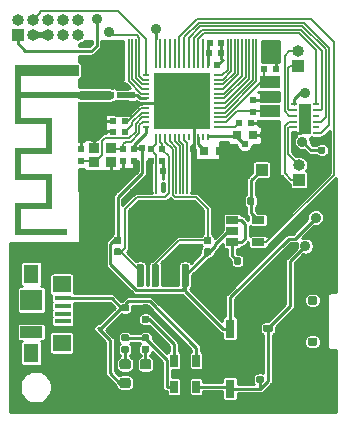
<source format=gbr>
G04 #@! TF.GenerationSoftware,KiCad,Pcbnew,(5.1.5)-3*
G04 #@! TF.CreationDate,2020-06-21T07:00:24-05:00*
G04 #@! TF.ProjectId,nrf52832_qfax-PcbDoc,6e726635-3238-4333-925f-716661782d50,rev?*
G04 #@! TF.SameCoordinates,Original*
G04 #@! TF.FileFunction,Copper,L1,Top*
G04 #@! TF.FilePolarity,Positive*
%FSLAX46Y46*%
G04 Gerber Fmt 4.6, Leading zero omitted, Abs format (unit mm)*
G04 Created by KiCad (PCBNEW (5.1.5)-3) date 2020-06-21 07:00:24*
%MOMM*%
%LPD*%
G04 APERTURE LIST*
%ADD10C,0.100000*%
%ADD11O,0.650000X0.200000*%
%ADD12O,0.200000X0.650000*%
%ADD13R,4.700000X4.700000*%
%ADD14R,1.170000X1.170000*%
%ADD15O,1.000000X1.000000*%
%ADD16R,1.000000X1.000000*%
%ADD17R,1.900000X1.000000*%
%ADD18R,1.900000X1.800000*%
%ADD19R,1.300000X1.650000*%
%ADD20R,1.550000X1.425000*%
%ADD21R,1.380000X0.450000*%
%ADD22R,0.760000X1.600000*%
%ADD23R,0.600000X0.500000*%
%ADD24R,0.500000X0.600000*%
%ADD25R,0.950000X0.850000*%
%ADD26R,0.500000X0.500000*%
%ADD27R,0.500000X0.900000*%
%ADD28R,1.800000X1.000000*%
%ADD29R,0.750000X0.800000*%
%ADD30R,0.650000X0.500000*%
%ADD31R,1.060000X0.650000*%
%ADD32R,0.650000X1.060000*%
%ADD33R,0.500000X0.250000*%
%ADD34R,1.000000X2.650000*%
%ADD35C,0.889000*%
%ADD36C,0.609600*%
%ADD37C,0.660000*%
%ADD38C,0.152400*%
%ADD39C,0.228600*%
%ADD40C,0.254000*%
%ADD41C,0.508000*%
%ADD42C,0.203200*%
%ADD43C,0.150000*%
%ADD44C,0.762000*%
G04 APERTURE END LIST*
D10*
G36*
X87914000Y-72871500D02*
G01*
X87914000Y-74871500D01*
X85274000Y-74871500D01*
X85274000Y-77571500D01*
X87914000Y-77571500D01*
X87914000Y-79571500D01*
X85274000Y-79571500D01*
X85274000Y-82271500D01*
X89714000Y-82271500D01*
X89714000Y-81771500D01*
X85774000Y-81771500D01*
X85774000Y-80071500D01*
X88414000Y-80071500D01*
X88414000Y-77071500D01*
X85774000Y-77071500D01*
X85774000Y-75371500D01*
X88414000Y-75371500D01*
X88414000Y-72371500D01*
X85774000Y-72371500D01*
X85774000Y-70671500D01*
X90674000Y-70671500D01*
X90674000Y-70171500D01*
X85774000Y-70171500D01*
X85774000Y-68771500D01*
X90674000Y-68771500D01*
X90674000Y-67871500D01*
X90430785Y-67871500D01*
X90430785Y-68173917D01*
X90478395Y-68183758D01*
X90520797Y-68207826D01*
X90553581Y-68245769D01*
X90557935Y-68253681D01*
X90570043Y-68296344D01*
X90569300Y-68344863D01*
X90556400Y-68390378D01*
X90545787Y-68408989D01*
X90510553Y-68442632D01*
X90465368Y-68463191D01*
X90415842Y-68469722D01*
X90367583Y-68461282D01*
X90335357Y-68444388D01*
X90302687Y-68409128D01*
X90282592Y-68363818D01*
X90276018Y-68314233D01*
X90283908Y-68266147D01*
X90300814Y-68233255D01*
X90337584Y-68198315D01*
X90382378Y-68178653D01*
X90430785Y-68173917D01*
X90430785Y-67871500D01*
X85274000Y-67871500D01*
X85274000Y-72871500D01*
X87914000Y-72871500D01*
G37*
D11*
X102434060Y-73086620D03*
X102434060Y-72686620D03*
X102434060Y-72286620D03*
X102434060Y-71886620D03*
X102434060Y-71486620D03*
X102434060Y-71086620D03*
X102434060Y-70686620D03*
X102434060Y-70286620D03*
X102434060Y-69886620D03*
X102434060Y-69486620D03*
X102434060Y-69086620D03*
X102434060Y-68686620D03*
D12*
X101609070Y-67861620D03*
X101209070Y-67861620D03*
X100809060Y-67861620D03*
X100409070Y-67861620D03*
X100009070Y-67861620D03*
X99609060Y-67861620D03*
X99209060Y-67861620D03*
X98809060Y-67861620D03*
X98409060Y-67861620D03*
X98009060Y-67861620D03*
X97609060Y-67861620D03*
X97209060Y-67861620D03*
D11*
X96384060Y-68686620D03*
X96384060Y-69086620D03*
X96384060Y-69486620D03*
X96384060Y-69886620D03*
X96384060Y-70286620D03*
X96384060Y-70686620D03*
X96384060Y-71086620D03*
X96384060Y-71486620D03*
X96384060Y-71886620D03*
X96384060Y-72286620D03*
X96384060Y-72686620D03*
X96384060Y-73086620D03*
D12*
X97209060Y-73911620D03*
X97609070Y-73911620D03*
X98009060Y-73911620D03*
X98409060Y-73911620D03*
X98809070Y-73911620D03*
X99209060Y-73911620D03*
X99609070Y-73911620D03*
X100009070Y-73911620D03*
X100409070Y-73911620D03*
X100809070Y-73911620D03*
X101209070Y-73911620D03*
X101609070Y-73911620D03*
D13*
X99409060Y-70886620D03*
D14*
X99409060Y-70886620D03*
X100879060Y-70886620D03*
X97939060Y-70886620D03*
X99409060Y-69416620D03*
X100879060Y-69416620D03*
X97939060Y-69416620D03*
X100879060Y-72356620D03*
X99409060Y-72356620D03*
X97939060Y-72356620D03*
D15*
X90614500Y-64008000D03*
X90614500Y-65278000D03*
X89344500Y-64008000D03*
X89344500Y-65278000D03*
X88074500Y-64008000D03*
X88074500Y-65278000D03*
X86804500Y-64008000D03*
X86804500Y-65278000D03*
X85534500Y-64008000D03*
D16*
X85534500Y-65278000D03*
X106172000Y-76708000D03*
D15*
X109347000Y-76327000D03*
D16*
X109347000Y-77597000D03*
D15*
X109220000Y-66675000D03*
D16*
X109220000Y-67945000D03*
D17*
X86684000Y-90450000D03*
D18*
X86684000Y-87750000D03*
D19*
X86684000Y-92275000D03*
X86684000Y-85525000D03*
D20*
X89259000Y-91387500D03*
X89259000Y-86412500D03*
D21*
X89344000Y-90200000D03*
X89344000Y-89550000D03*
X89344000Y-88900000D03*
X89344000Y-88250000D03*
X89344000Y-87600000D03*
D22*
X103505000Y-95250000D03*
X103505000Y-90170000D03*
D23*
X94625860Y-73502820D03*
X93625860Y-73502820D03*
D24*
X90921620Y-74984210D03*
X90921620Y-75984210D03*
D23*
X104243050Y-72766220D03*
X105243050Y-72766220D03*
D24*
X97754140Y-74986420D03*
X97754140Y-75986420D03*
X95366620Y-74984210D03*
X95366620Y-75984210D03*
D25*
X93424620Y-74909210D03*
X93424620Y-76059210D03*
X91974620Y-76059210D03*
X91974620Y-74909210D03*
D23*
X101753850Y-66797220D03*
X102753850Y-66797220D03*
D26*
X90424000Y-70421500D03*
D27*
X90424000Y-68321500D03*
D23*
X106376650Y-68194220D03*
X107376650Y-68194220D03*
D28*
X106876660Y-71755610D03*
X106876660Y-69255610D03*
D29*
X101320940Y-75103150D03*
X102670940Y-75103150D03*
D23*
X94625870Y-72613820D03*
X93625870Y-72613820D03*
D24*
X96788940Y-75984150D03*
X96788940Y-74984150D03*
X94477620Y-75984210D03*
X94477620Y-74984210D03*
X95218060Y-70386620D03*
X95218060Y-71386620D03*
D29*
X105418060Y-73807620D03*
X104068060Y-73807620D03*
D30*
X93320660Y-70378620D03*
X94270660Y-70378620D03*
D24*
X105454260Y-71843820D03*
X105454260Y-70843820D03*
D31*
X105875000Y-82865000D03*
X105875000Y-81915000D03*
X105875000Y-80965000D03*
X103675000Y-80965000D03*
X103675000Y-82865000D03*
X103675000Y-81915000D03*
D32*
X98745000Y-95080000D03*
X99695000Y-95080000D03*
X100645000Y-95080000D03*
X100645000Y-92880000D03*
X98745000Y-92880000D03*
G04 #@! TA.AperFunction,SMDPad,CuDef*
D10*
G36*
X105421958Y-79055710D02*
G01*
X105436276Y-79057834D01*
X105450317Y-79061351D01*
X105463946Y-79066228D01*
X105477031Y-79072417D01*
X105489447Y-79079858D01*
X105501073Y-79088481D01*
X105511798Y-79098202D01*
X105521519Y-79108927D01*
X105530142Y-79120553D01*
X105537583Y-79132969D01*
X105543772Y-79146054D01*
X105548649Y-79159683D01*
X105552166Y-79173724D01*
X105554290Y-79188042D01*
X105555000Y-79202500D01*
X105555000Y-79547500D01*
X105554290Y-79561958D01*
X105552166Y-79576276D01*
X105548649Y-79590317D01*
X105543772Y-79603946D01*
X105537583Y-79617031D01*
X105530142Y-79629447D01*
X105521519Y-79641073D01*
X105511798Y-79651798D01*
X105501073Y-79661519D01*
X105489447Y-79670142D01*
X105477031Y-79677583D01*
X105463946Y-79683772D01*
X105450317Y-79688649D01*
X105436276Y-79692166D01*
X105421958Y-79694290D01*
X105407500Y-79695000D01*
X105112500Y-79695000D01*
X105098042Y-79694290D01*
X105083724Y-79692166D01*
X105069683Y-79688649D01*
X105056054Y-79683772D01*
X105042969Y-79677583D01*
X105030553Y-79670142D01*
X105018927Y-79661519D01*
X105008202Y-79651798D01*
X104998481Y-79641073D01*
X104989858Y-79629447D01*
X104982417Y-79617031D01*
X104976228Y-79603946D01*
X104971351Y-79590317D01*
X104967834Y-79576276D01*
X104965710Y-79561958D01*
X104965000Y-79547500D01*
X104965000Y-79202500D01*
X104965710Y-79188042D01*
X104967834Y-79173724D01*
X104971351Y-79159683D01*
X104976228Y-79146054D01*
X104982417Y-79132969D01*
X104989858Y-79120553D01*
X104998481Y-79108927D01*
X105008202Y-79098202D01*
X105018927Y-79088481D01*
X105030553Y-79079858D01*
X105042969Y-79072417D01*
X105056054Y-79066228D01*
X105069683Y-79061351D01*
X105083724Y-79057834D01*
X105098042Y-79055710D01*
X105112500Y-79055000D01*
X105407500Y-79055000D01*
X105421958Y-79055710D01*
G37*
G04 #@! TD.AperFunction*
G04 #@! TA.AperFunction,SMDPad,CuDef*
G36*
X104451958Y-79055710D02*
G01*
X104466276Y-79057834D01*
X104480317Y-79061351D01*
X104493946Y-79066228D01*
X104507031Y-79072417D01*
X104519447Y-79079858D01*
X104531073Y-79088481D01*
X104541798Y-79098202D01*
X104551519Y-79108927D01*
X104560142Y-79120553D01*
X104567583Y-79132969D01*
X104573772Y-79146054D01*
X104578649Y-79159683D01*
X104582166Y-79173724D01*
X104584290Y-79188042D01*
X104585000Y-79202500D01*
X104585000Y-79547500D01*
X104584290Y-79561958D01*
X104582166Y-79576276D01*
X104578649Y-79590317D01*
X104573772Y-79603946D01*
X104567583Y-79617031D01*
X104560142Y-79629447D01*
X104551519Y-79641073D01*
X104541798Y-79651798D01*
X104531073Y-79661519D01*
X104519447Y-79670142D01*
X104507031Y-79677583D01*
X104493946Y-79683772D01*
X104480317Y-79688649D01*
X104466276Y-79692166D01*
X104451958Y-79694290D01*
X104437500Y-79695000D01*
X104142500Y-79695000D01*
X104128042Y-79694290D01*
X104113724Y-79692166D01*
X104099683Y-79688649D01*
X104086054Y-79683772D01*
X104072969Y-79677583D01*
X104060553Y-79670142D01*
X104048927Y-79661519D01*
X104038202Y-79651798D01*
X104028481Y-79641073D01*
X104019858Y-79629447D01*
X104012417Y-79617031D01*
X104006228Y-79603946D01*
X104001351Y-79590317D01*
X103997834Y-79576276D01*
X103995710Y-79561958D01*
X103995000Y-79547500D01*
X103995000Y-79202500D01*
X103995710Y-79188042D01*
X103997834Y-79173724D01*
X104001351Y-79159683D01*
X104006228Y-79146054D01*
X104012417Y-79132969D01*
X104019858Y-79120553D01*
X104028481Y-79108927D01*
X104038202Y-79098202D01*
X104048927Y-79088481D01*
X104060553Y-79079858D01*
X104072969Y-79072417D01*
X104086054Y-79066228D01*
X104099683Y-79061351D01*
X104113724Y-79057834D01*
X104128042Y-79055710D01*
X104142500Y-79055000D01*
X104437500Y-79055000D01*
X104451958Y-79055710D01*
G37*
G04 #@! TD.AperFunction*
G04 #@! TA.AperFunction,SMDPad,CuDef*
G36*
X94801958Y-89090710D02*
G01*
X94816276Y-89092834D01*
X94830317Y-89096351D01*
X94843946Y-89101228D01*
X94857031Y-89107417D01*
X94869447Y-89114858D01*
X94881073Y-89123481D01*
X94891798Y-89133202D01*
X94901519Y-89143927D01*
X94910142Y-89155553D01*
X94917583Y-89167969D01*
X94923772Y-89181054D01*
X94928649Y-89194683D01*
X94932166Y-89208724D01*
X94934290Y-89223042D01*
X94935000Y-89237500D01*
X94935000Y-89532500D01*
X94934290Y-89546958D01*
X94932166Y-89561276D01*
X94928649Y-89575317D01*
X94923772Y-89588946D01*
X94917583Y-89602031D01*
X94910142Y-89614447D01*
X94901519Y-89626073D01*
X94891798Y-89636798D01*
X94881073Y-89646519D01*
X94869447Y-89655142D01*
X94857031Y-89662583D01*
X94843946Y-89668772D01*
X94830317Y-89673649D01*
X94816276Y-89677166D01*
X94801958Y-89679290D01*
X94787500Y-89680000D01*
X94442500Y-89680000D01*
X94428042Y-89679290D01*
X94413724Y-89677166D01*
X94399683Y-89673649D01*
X94386054Y-89668772D01*
X94372969Y-89662583D01*
X94360553Y-89655142D01*
X94348927Y-89646519D01*
X94338202Y-89636798D01*
X94328481Y-89626073D01*
X94319858Y-89614447D01*
X94312417Y-89602031D01*
X94306228Y-89588946D01*
X94301351Y-89575317D01*
X94297834Y-89561276D01*
X94295710Y-89546958D01*
X94295000Y-89532500D01*
X94295000Y-89237500D01*
X94295710Y-89223042D01*
X94297834Y-89208724D01*
X94301351Y-89194683D01*
X94306228Y-89181054D01*
X94312417Y-89167969D01*
X94319858Y-89155553D01*
X94328481Y-89143927D01*
X94338202Y-89133202D01*
X94348927Y-89123481D01*
X94360553Y-89114858D01*
X94372969Y-89107417D01*
X94386054Y-89101228D01*
X94399683Y-89096351D01*
X94413724Y-89092834D01*
X94428042Y-89090710D01*
X94442500Y-89090000D01*
X94787500Y-89090000D01*
X94801958Y-89090710D01*
G37*
G04 #@! TD.AperFunction*
G04 #@! TA.AperFunction,SMDPad,CuDef*
G36*
X94801958Y-88120710D02*
G01*
X94816276Y-88122834D01*
X94830317Y-88126351D01*
X94843946Y-88131228D01*
X94857031Y-88137417D01*
X94869447Y-88144858D01*
X94881073Y-88153481D01*
X94891798Y-88163202D01*
X94901519Y-88173927D01*
X94910142Y-88185553D01*
X94917583Y-88197969D01*
X94923772Y-88211054D01*
X94928649Y-88224683D01*
X94932166Y-88238724D01*
X94934290Y-88253042D01*
X94935000Y-88267500D01*
X94935000Y-88562500D01*
X94934290Y-88576958D01*
X94932166Y-88591276D01*
X94928649Y-88605317D01*
X94923772Y-88618946D01*
X94917583Y-88632031D01*
X94910142Y-88644447D01*
X94901519Y-88656073D01*
X94891798Y-88666798D01*
X94881073Y-88676519D01*
X94869447Y-88685142D01*
X94857031Y-88692583D01*
X94843946Y-88698772D01*
X94830317Y-88703649D01*
X94816276Y-88707166D01*
X94801958Y-88709290D01*
X94787500Y-88710000D01*
X94442500Y-88710000D01*
X94428042Y-88709290D01*
X94413724Y-88707166D01*
X94399683Y-88703649D01*
X94386054Y-88698772D01*
X94372969Y-88692583D01*
X94360553Y-88685142D01*
X94348927Y-88676519D01*
X94338202Y-88666798D01*
X94328481Y-88656073D01*
X94319858Y-88644447D01*
X94312417Y-88632031D01*
X94306228Y-88618946D01*
X94301351Y-88605317D01*
X94297834Y-88591276D01*
X94295710Y-88576958D01*
X94295000Y-88562500D01*
X94295000Y-88267500D01*
X94295710Y-88253042D01*
X94297834Y-88238724D01*
X94301351Y-88224683D01*
X94306228Y-88211054D01*
X94312417Y-88197969D01*
X94319858Y-88185553D01*
X94328481Y-88173927D01*
X94338202Y-88163202D01*
X94348927Y-88153481D01*
X94360553Y-88144858D01*
X94372969Y-88137417D01*
X94386054Y-88131228D01*
X94399683Y-88126351D01*
X94413724Y-88122834D01*
X94428042Y-88120710D01*
X94442500Y-88120000D01*
X94787500Y-88120000D01*
X94801958Y-88120710D01*
G37*
G04 #@! TD.AperFunction*
G04 #@! TA.AperFunction,SMDPad,CuDef*
G36*
X106231958Y-94170710D02*
G01*
X106246276Y-94172834D01*
X106260317Y-94176351D01*
X106273946Y-94181228D01*
X106287031Y-94187417D01*
X106299447Y-94194858D01*
X106311073Y-94203481D01*
X106321798Y-94213202D01*
X106331519Y-94223927D01*
X106340142Y-94235553D01*
X106347583Y-94247969D01*
X106353772Y-94261054D01*
X106358649Y-94274683D01*
X106362166Y-94288724D01*
X106364290Y-94303042D01*
X106365000Y-94317500D01*
X106365000Y-94612500D01*
X106364290Y-94626958D01*
X106362166Y-94641276D01*
X106358649Y-94655317D01*
X106353772Y-94668946D01*
X106347583Y-94682031D01*
X106340142Y-94694447D01*
X106331519Y-94706073D01*
X106321798Y-94716798D01*
X106311073Y-94726519D01*
X106299447Y-94735142D01*
X106287031Y-94742583D01*
X106273946Y-94748772D01*
X106260317Y-94753649D01*
X106246276Y-94757166D01*
X106231958Y-94759290D01*
X106217500Y-94760000D01*
X105872500Y-94760000D01*
X105858042Y-94759290D01*
X105843724Y-94757166D01*
X105829683Y-94753649D01*
X105816054Y-94748772D01*
X105802969Y-94742583D01*
X105790553Y-94735142D01*
X105778927Y-94726519D01*
X105768202Y-94716798D01*
X105758481Y-94706073D01*
X105749858Y-94694447D01*
X105742417Y-94682031D01*
X105736228Y-94668946D01*
X105731351Y-94655317D01*
X105727834Y-94641276D01*
X105725710Y-94626958D01*
X105725000Y-94612500D01*
X105725000Y-94317500D01*
X105725710Y-94303042D01*
X105727834Y-94288724D01*
X105731351Y-94274683D01*
X105736228Y-94261054D01*
X105742417Y-94247969D01*
X105749858Y-94235553D01*
X105758481Y-94223927D01*
X105768202Y-94213202D01*
X105778927Y-94203481D01*
X105790553Y-94194858D01*
X105802969Y-94187417D01*
X105816054Y-94181228D01*
X105829683Y-94176351D01*
X105843724Y-94172834D01*
X105858042Y-94170710D01*
X105872500Y-94170000D01*
X106217500Y-94170000D01*
X106231958Y-94170710D01*
G37*
G04 #@! TD.AperFunction*
G04 #@! TA.AperFunction,SMDPad,CuDef*
G36*
X106231958Y-93200710D02*
G01*
X106246276Y-93202834D01*
X106260317Y-93206351D01*
X106273946Y-93211228D01*
X106287031Y-93217417D01*
X106299447Y-93224858D01*
X106311073Y-93233481D01*
X106321798Y-93243202D01*
X106331519Y-93253927D01*
X106340142Y-93265553D01*
X106347583Y-93277969D01*
X106353772Y-93291054D01*
X106358649Y-93304683D01*
X106362166Y-93318724D01*
X106364290Y-93333042D01*
X106365000Y-93347500D01*
X106365000Y-93642500D01*
X106364290Y-93656958D01*
X106362166Y-93671276D01*
X106358649Y-93685317D01*
X106353772Y-93698946D01*
X106347583Y-93712031D01*
X106340142Y-93724447D01*
X106331519Y-93736073D01*
X106321798Y-93746798D01*
X106311073Y-93756519D01*
X106299447Y-93765142D01*
X106287031Y-93772583D01*
X106273946Y-93778772D01*
X106260317Y-93783649D01*
X106246276Y-93787166D01*
X106231958Y-93789290D01*
X106217500Y-93790000D01*
X105872500Y-93790000D01*
X105858042Y-93789290D01*
X105843724Y-93787166D01*
X105829683Y-93783649D01*
X105816054Y-93778772D01*
X105802969Y-93772583D01*
X105790553Y-93765142D01*
X105778927Y-93756519D01*
X105768202Y-93746798D01*
X105758481Y-93736073D01*
X105749858Y-93724447D01*
X105742417Y-93712031D01*
X105736228Y-93698946D01*
X105731351Y-93685317D01*
X105727834Y-93671276D01*
X105725710Y-93656958D01*
X105725000Y-93642500D01*
X105725000Y-93347500D01*
X105725710Y-93333042D01*
X105727834Y-93318724D01*
X105731351Y-93304683D01*
X105736228Y-93291054D01*
X105742417Y-93277969D01*
X105749858Y-93265553D01*
X105758481Y-93253927D01*
X105768202Y-93243202D01*
X105778927Y-93233481D01*
X105790553Y-93224858D01*
X105802969Y-93217417D01*
X105816054Y-93211228D01*
X105829683Y-93206351D01*
X105843724Y-93202834D01*
X105858042Y-93200710D01*
X105872500Y-93200000D01*
X106217500Y-93200000D01*
X106231958Y-93200710D01*
G37*
G04 #@! TD.AperFunction*
G04 #@! TA.AperFunction,SMDPad,CuDef*
G36*
X94892691Y-92756053D02*
G01*
X94913926Y-92759203D01*
X94934750Y-92764419D01*
X94954962Y-92771651D01*
X94974368Y-92780830D01*
X94992781Y-92791866D01*
X95010024Y-92804654D01*
X95025930Y-92819070D01*
X95040346Y-92834976D01*
X95053134Y-92852219D01*
X95064170Y-92870632D01*
X95073349Y-92890038D01*
X95080581Y-92910250D01*
X95085797Y-92931074D01*
X95088947Y-92952309D01*
X95090000Y-92973750D01*
X95090000Y-93411250D01*
X95088947Y-93432691D01*
X95085797Y-93453926D01*
X95080581Y-93474750D01*
X95073349Y-93494962D01*
X95064170Y-93514368D01*
X95053134Y-93532781D01*
X95040346Y-93550024D01*
X95025930Y-93565930D01*
X95010024Y-93580346D01*
X94992781Y-93593134D01*
X94974368Y-93604170D01*
X94954962Y-93613349D01*
X94934750Y-93620581D01*
X94913926Y-93625797D01*
X94892691Y-93628947D01*
X94871250Y-93630000D01*
X94358750Y-93630000D01*
X94337309Y-93628947D01*
X94316074Y-93625797D01*
X94295250Y-93620581D01*
X94275038Y-93613349D01*
X94255632Y-93604170D01*
X94237219Y-93593134D01*
X94219976Y-93580346D01*
X94204070Y-93565930D01*
X94189654Y-93550024D01*
X94176866Y-93532781D01*
X94165830Y-93514368D01*
X94156651Y-93494962D01*
X94149419Y-93474750D01*
X94144203Y-93453926D01*
X94141053Y-93432691D01*
X94140000Y-93411250D01*
X94140000Y-92973750D01*
X94141053Y-92952309D01*
X94144203Y-92931074D01*
X94149419Y-92910250D01*
X94156651Y-92890038D01*
X94165830Y-92870632D01*
X94176866Y-92852219D01*
X94189654Y-92834976D01*
X94204070Y-92819070D01*
X94219976Y-92804654D01*
X94237219Y-92791866D01*
X94255632Y-92780830D01*
X94275038Y-92771651D01*
X94295250Y-92764419D01*
X94316074Y-92759203D01*
X94337309Y-92756053D01*
X94358750Y-92755000D01*
X94871250Y-92755000D01*
X94892691Y-92756053D01*
G37*
G04 #@! TD.AperFunction*
G04 #@! TA.AperFunction,SMDPad,CuDef*
G36*
X94892691Y-94331053D02*
G01*
X94913926Y-94334203D01*
X94934750Y-94339419D01*
X94954962Y-94346651D01*
X94974368Y-94355830D01*
X94992781Y-94366866D01*
X95010024Y-94379654D01*
X95025930Y-94394070D01*
X95040346Y-94409976D01*
X95053134Y-94427219D01*
X95064170Y-94445632D01*
X95073349Y-94465038D01*
X95080581Y-94485250D01*
X95085797Y-94506074D01*
X95088947Y-94527309D01*
X95090000Y-94548750D01*
X95090000Y-94986250D01*
X95088947Y-95007691D01*
X95085797Y-95028926D01*
X95080581Y-95049750D01*
X95073349Y-95069962D01*
X95064170Y-95089368D01*
X95053134Y-95107781D01*
X95040346Y-95125024D01*
X95025930Y-95140930D01*
X95010024Y-95155346D01*
X94992781Y-95168134D01*
X94974368Y-95179170D01*
X94954962Y-95188349D01*
X94934750Y-95195581D01*
X94913926Y-95200797D01*
X94892691Y-95203947D01*
X94871250Y-95205000D01*
X94358750Y-95205000D01*
X94337309Y-95203947D01*
X94316074Y-95200797D01*
X94295250Y-95195581D01*
X94275038Y-95188349D01*
X94255632Y-95179170D01*
X94237219Y-95168134D01*
X94219976Y-95155346D01*
X94204070Y-95140930D01*
X94189654Y-95125024D01*
X94176866Y-95107781D01*
X94165830Y-95089368D01*
X94156651Y-95069962D01*
X94149419Y-95049750D01*
X94144203Y-95028926D01*
X94141053Y-95007691D01*
X94140000Y-94986250D01*
X94140000Y-94548750D01*
X94141053Y-94527309D01*
X94144203Y-94506074D01*
X94149419Y-94485250D01*
X94156651Y-94465038D01*
X94165830Y-94445632D01*
X94176866Y-94427219D01*
X94189654Y-94409976D01*
X94204070Y-94394070D01*
X94219976Y-94379654D01*
X94237219Y-94366866D01*
X94255632Y-94355830D01*
X94275038Y-94346651D01*
X94295250Y-94339419D01*
X94316074Y-94334203D01*
X94337309Y-94331053D01*
X94358750Y-94330000D01*
X94871250Y-94330000D01*
X94892691Y-94331053D01*
G37*
G04 #@! TD.AperFunction*
G04 #@! TA.AperFunction,SMDPad,CuDef*
G36*
X96619891Y-92756053D02*
G01*
X96641126Y-92759203D01*
X96661950Y-92764419D01*
X96682162Y-92771651D01*
X96701568Y-92780830D01*
X96719981Y-92791866D01*
X96737224Y-92804654D01*
X96753130Y-92819070D01*
X96767546Y-92834976D01*
X96780334Y-92852219D01*
X96791370Y-92870632D01*
X96800549Y-92890038D01*
X96807781Y-92910250D01*
X96812997Y-92931074D01*
X96816147Y-92952309D01*
X96817200Y-92973750D01*
X96817200Y-93411250D01*
X96816147Y-93432691D01*
X96812997Y-93453926D01*
X96807781Y-93474750D01*
X96800549Y-93494962D01*
X96791370Y-93514368D01*
X96780334Y-93532781D01*
X96767546Y-93550024D01*
X96753130Y-93565930D01*
X96737224Y-93580346D01*
X96719981Y-93593134D01*
X96701568Y-93604170D01*
X96682162Y-93613349D01*
X96661950Y-93620581D01*
X96641126Y-93625797D01*
X96619891Y-93628947D01*
X96598450Y-93630000D01*
X96085950Y-93630000D01*
X96064509Y-93628947D01*
X96043274Y-93625797D01*
X96022450Y-93620581D01*
X96002238Y-93613349D01*
X95982832Y-93604170D01*
X95964419Y-93593134D01*
X95947176Y-93580346D01*
X95931270Y-93565930D01*
X95916854Y-93550024D01*
X95904066Y-93532781D01*
X95893030Y-93514368D01*
X95883851Y-93494962D01*
X95876619Y-93474750D01*
X95871403Y-93453926D01*
X95868253Y-93432691D01*
X95867200Y-93411250D01*
X95867200Y-92973750D01*
X95868253Y-92952309D01*
X95871403Y-92931074D01*
X95876619Y-92910250D01*
X95883851Y-92890038D01*
X95893030Y-92870632D01*
X95904066Y-92852219D01*
X95916854Y-92834976D01*
X95931270Y-92819070D01*
X95947176Y-92804654D01*
X95964419Y-92791866D01*
X95982832Y-92780830D01*
X96002238Y-92771651D01*
X96022450Y-92764419D01*
X96043274Y-92759203D01*
X96064509Y-92756053D01*
X96085950Y-92755000D01*
X96598450Y-92755000D01*
X96619891Y-92756053D01*
G37*
G04 #@! TD.AperFunction*
G04 #@! TA.AperFunction,SMDPad,CuDef*
G36*
X96619891Y-94331053D02*
G01*
X96641126Y-94334203D01*
X96661950Y-94339419D01*
X96682162Y-94346651D01*
X96701568Y-94355830D01*
X96719981Y-94366866D01*
X96737224Y-94379654D01*
X96753130Y-94394070D01*
X96767546Y-94409976D01*
X96780334Y-94427219D01*
X96791370Y-94445632D01*
X96800549Y-94465038D01*
X96807781Y-94485250D01*
X96812997Y-94506074D01*
X96816147Y-94527309D01*
X96817200Y-94548750D01*
X96817200Y-94986250D01*
X96816147Y-95007691D01*
X96812997Y-95028926D01*
X96807781Y-95049750D01*
X96800549Y-95069962D01*
X96791370Y-95089368D01*
X96780334Y-95107781D01*
X96767546Y-95125024D01*
X96753130Y-95140930D01*
X96737224Y-95155346D01*
X96719981Y-95168134D01*
X96701568Y-95179170D01*
X96682162Y-95188349D01*
X96661950Y-95195581D01*
X96641126Y-95200797D01*
X96619891Y-95203947D01*
X96598450Y-95205000D01*
X96085950Y-95205000D01*
X96064509Y-95203947D01*
X96043274Y-95200797D01*
X96022450Y-95195581D01*
X96002238Y-95188349D01*
X95982832Y-95179170D01*
X95964419Y-95168134D01*
X95947176Y-95155346D01*
X95931270Y-95140930D01*
X95916854Y-95125024D01*
X95904066Y-95107781D01*
X95893030Y-95089368D01*
X95883851Y-95069962D01*
X95876619Y-95049750D01*
X95871403Y-95028926D01*
X95868253Y-95007691D01*
X95867200Y-94986250D01*
X95867200Y-94548750D01*
X95868253Y-94527309D01*
X95871403Y-94506074D01*
X95876619Y-94485250D01*
X95883851Y-94465038D01*
X95893030Y-94445632D01*
X95904066Y-94427219D01*
X95916854Y-94409976D01*
X95931270Y-94394070D01*
X95947176Y-94379654D01*
X95964419Y-94366866D01*
X95982832Y-94355830D01*
X96002238Y-94346651D01*
X96022450Y-94339419D01*
X96043274Y-94334203D01*
X96064509Y-94331053D01*
X96085950Y-94330000D01*
X96598450Y-94330000D01*
X96619891Y-94331053D01*
G37*
G04 #@! TD.AperFunction*
G04 #@! TA.AperFunction,SMDPad,CuDef*
G36*
X106999703Y-89835722D02*
G01*
X107014264Y-89837882D01*
X107028543Y-89841459D01*
X107042403Y-89846418D01*
X107055710Y-89852712D01*
X107068336Y-89860280D01*
X107080159Y-89869048D01*
X107091066Y-89878934D01*
X107100952Y-89889841D01*
X107109720Y-89901664D01*
X107117288Y-89914290D01*
X107123582Y-89927597D01*
X107128541Y-89941457D01*
X107132118Y-89955736D01*
X107134278Y-89970297D01*
X107135000Y-89985000D01*
X107135000Y-90285000D01*
X107134278Y-90299703D01*
X107132118Y-90314264D01*
X107128541Y-90328543D01*
X107123582Y-90342403D01*
X107117288Y-90355710D01*
X107109720Y-90368336D01*
X107100952Y-90380159D01*
X107091066Y-90391066D01*
X107080159Y-90400952D01*
X107068336Y-90409720D01*
X107055710Y-90417288D01*
X107042403Y-90423582D01*
X107028543Y-90428541D01*
X107014264Y-90432118D01*
X106999703Y-90434278D01*
X106985000Y-90435000D01*
X106435000Y-90435000D01*
X106420297Y-90434278D01*
X106405736Y-90432118D01*
X106391457Y-90428541D01*
X106377597Y-90423582D01*
X106364290Y-90417288D01*
X106351664Y-90409720D01*
X106339841Y-90400952D01*
X106328934Y-90391066D01*
X106319048Y-90380159D01*
X106310280Y-90368336D01*
X106302712Y-90355710D01*
X106296418Y-90342403D01*
X106291459Y-90328543D01*
X106287882Y-90314264D01*
X106285722Y-90299703D01*
X106285000Y-90285000D01*
X106285000Y-89985000D01*
X106285722Y-89970297D01*
X106287882Y-89955736D01*
X106291459Y-89941457D01*
X106296418Y-89927597D01*
X106302712Y-89914290D01*
X106310280Y-89901664D01*
X106319048Y-89889841D01*
X106328934Y-89878934D01*
X106339841Y-89869048D01*
X106351664Y-89860280D01*
X106364290Y-89852712D01*
X106377597Y-89846418D01*
X106391457Y-89841459D01*
X106405736Y-89837882D01*
X106420297Y-89835722D01*
X106435000Y-89835000D01*
X106985000Y-89835000D01*
X106999703Y-89835722D01*
G37*
G04 #@! TD.AperFunction*
G04 #@! TA.AperFunction,SMDPad,CuDef*
G36*
X106999703Y-88635722D02*
G01*
X107014264Y-88637882D01*
X107028543Y-88641459D01*
X107042403Y-88646418D01*
X107055710Y-88652712D01*
X107068336Y-88660280D01*
X107080159Y-88669048D01*
X107091066Y-88678934D01*
X107100952Y-88689841D01*
X107109720Y-88701664D01*
X107117288Y-88714290D01*
X107123582Y-88727597D01*
X107128541Y-88741457D01*
X107132118Y-88755736D01*
X107134278Y-88770297D01*
X107135000Y-88785000D01*
X107135000Y-89085000D01*
X107134278Y-89099703D01*
X107132118Y-89114264D01*
X107128541Y-89128543D01*
X107123582Y-89142403D01*
X107117288Y-89155710D01*
X107109720Y-89168336D01*
X107100952Y-89180159D01*
X107091066Y-89191066D01*
X107080159Y-89200952D01*
X107068336Y-89209720D01*
X107055710Y-89217288D01*
X107042403Y-89223582D01*
X107028543Y-89228541D01*
X107014264Y-89232118D01*
X106999703Y-89234278D01*
X106985000Y-89235000D01*
X106435000Y-89235000D01*
X106420297Y-89234278D01*
X106405736Y-89232118D01*
X106391457Y-89228541D01*
X106377597Y-89223582D01*
X106364290Y-89217288D01*
X106351664Y-89209720D01*
X106339841Y-89200952D01*
X106328934Y-89191066D01*
X106319048Y-89180159D01*
X106310280Y-89168336D01*
X106302712Y-89155710D01*
X106296418Y-89142403D01*
X106291459Y-89128543D01*
X106287882Y-89114264D01*
X106285722Y-89099703D01*
X106285000Y-89085000D01*
X106285000Y-88785000D01*
X106285722Y-88770297D01*
X106287882Y-88755736D01*
X106291459Y-88741457D01*
X106296418Y-88727597D01*
X106302712Y-88714290D01*
X106310280Y-88701664D01*
X106319048Y-88689841D01*
X106328934Y-88678934D01*
X106339841Y-88669048D01*
X106351664Y-88660280D01*
X106364290Y-88652712D01*
X106377597Y-88646418D01*
X106391457Y-88641459D01*
X106405736Y-88637882D01*
X106420297Y-88635722D01*
X106435000Y-88635000D01*
X106985000Y-88635000D01*
X106999703Y-88635722D01*
G37*
G04 #@! TD.AperFunction*
G04 #@! TA.AperFunction,SMDPad,CuDef*
G36*
X110727153Y-90935843D02*
G01*
X110744141Y-90938363D01*
X110760800Y-90942535D01*
X110776970Y-90948321D01*
X110792494Y-90955664D01*
X110807225Y-90964493D01*
X110821019Y-90974723D01*
X110833744Y-90986256D01*
X110845277Y-90998981D01*
X110855507Y-91012775D01*
X110864336Y-91027506D01*
X110871679Y-91043030D01*
X110877465Y-91059200D01*
X110881637Y-91075859D01*
X110884157Y-91092847D01*
X110885000Y-91110000D01*
X110885000Y-91460000D01*
X110884157Y-91477153D01*
X110881637Y-91494141D01*
X110877465Y-91510800D01*
X110871679Y-91526970D01*
X110864336Y-91542494D01*
X110855507Y-91557225D01*
X110845277Y-91571019D01*
X110833744Y-91583744D01*
X110821019Y-91595277D01*
X110807225Y-91605507D01*
X110792494Y-91614336D01*
X110776970Y-91621679D01*
X110760800Y-91627465D01*
X110744141Y-91631637D01*
X110727153Y-91634157D01*
X110710000Y-91635000D01*
X110260000Y-91635000D01*
X110242847Y-91634157D01*
X110225859Y-91631637D01*
X110209200Y-91627465D01*
X110193030Y-91621679D01*
X110177506Y-91614336D01*
X110162775Y-91605507D01*
X110148981Y-91595277D01*
X110136256Y-91583744D01*
X110124723Y-91571019D01*
X110114493Y-91557225D01*
X110105664Y-91542494D01*
X110098321Y-91526970D01*
X110092535Y-91510800D01*
X110088363Y-91494141D01*
X110085843Y-91477153D01*
X110085000Y-91460000D01*
X110085000Y-91110000D01*
X110085843Y-91092847D01*
X110088363Y-91075859D01*
X110092535Y-91059200D01*
X110098321Y-91043030D01*
X110105664Y-91027506D01*
X110114493Y-91012775D01*
X110124723Y-90998981D01*
X110136256Y-90986256D01*
X110148981Y-90974723D01*
X110162775Y-90964493D01*
X110177506Y-90955664D01*
X110193030Y-90948321D01*
X110209200Y-90942535D01*
X110225859Y-90938363D01*
X110242847Y-90935843D01*
X110260000Y-90935000D01*
X110710000Y-90935000D01*
X110727153Y-90935843D01*
G37*
G04 #@! TD.AperFunction*
G04 #@! TA.AperFunction,SMDPad,CuDef*
G36*
X110727153Y-87435843D02*
G01*
X110744141Y-87438363D01*
X110760800Y-87442535D01*
X110776970Y-87448321D01*
X110792494Y-87455664D01*
X110807225Y-87464493D01*
X110821019Y-87474723D01*
X110833744Y-87486256D01*
X110845277Y-87498981D01*
X110855507Y-87512775D01*
X110864336Y-87527506D01*
X110871679Y-87543030D01*
X110877465Y-87559200D01*
X110881637Y-87575859D01*
X110884157Y-87592847D01*
X110885000Y-87610000D01*
X110885000Y-87960000D01*
X110884157Y-87977153D01*
X110881637Y-87994141D01*
X110877465Y-88010800D01*
X110871679Y-88026970D01*
X110864336Y-88042494D01*
X110855507Y-88057225D01*
X110845277Y-88071019D01*
X110833744Y-88083744D01*
X110821019Y-88095277D01*
X110807225Y-88105507D01*
X110792494Y-88114336D01*
X110776970Y-88121679D01*
X110760800Y-88127465D01*
X110744141Y-88131637D01*
X110727153Y-88134157D01*
X110710000Y-88135000D01*
X110260000Y-88135000D01*
X110242847Y-88134157D01*
X110225859Y-88131637D01*
X110209200Y-88127465D01*
X110193030Y-88121679D01*
X110177506Y-88114336D01*
X110162775Y-88105507D01*
X110148981Y-88095277D01*
X110136256Y-88083744D01*
X110124723Y-88071019D01*
X110114493Y-88057225D01*
X110105664Y-88042494D01*
X110098321Y-88026970D01*
X110092535Y-88010800D01*
X110088363Y-87994141D01*
X110085843Y-87977153D01*
X110085000Y-87960000D01*
X110085000Y-87610000D01*
X110085843Y-87592847D01*
X110088363Y-87575859D01*
X110092535Y-87559200D01*
X110098321Y-87543030D01*
X110105664Y-87527506D01*
X110114493Y-87512775D01*
X110124723Y-87498981D01*
X110136256Y-87486256D01*
X110148981Y-87474723D01*
X110162775Y-87464493D01*
X110177506Y-87455664D01*
X110193030Y-87448321D01*
X110209200Y-87442535D01*
X110225859Y-87438363D01*
X110242847Y-87435843D01*
X110260000Y-87435000D01*
X110710000Y-87435000D01*
X110727153Y-87435843D01*
G37*
G04 #@! TD.AperFunction*
G04 #@! TA.AperFunction,SMDPad,CuDef*
G36*
X104301958Y-84135710D02*
G01*
X104316276Y-84137834D01*
X104330317Y-84141351D01*
X104343946Y-84146228D01*
X104357031Y-84152417D01*
X104369447Y-84159858D01*
X104381073Y-84168481D01*
X104391798Y-84178202D01*
X104401519Y-84188927D01*
X104410142Y-84200553D01*
X104417583Y-84212969D01*
X104423772Y-84226054D01*
X104428649Y-84239683D01*
X104432166Y-84253724D01*
X104434290Y-84268042D01*
X104435000Y-84282500D01*
X104435000Y-84627500D01*
X104434290Y-84641958D01*
X104432166Y-84656276D01*
X104428649Y-84670317D01*
X104423772Y-84683946D01*
X104417583Y-84697031D01*
X104410142Y-84709447D01*
X104401519Y-84721073D01*
X104391798Y-84731798D01*
X104381073Y-84741519D01*
X104369447Y-84750142D01*
X104357031Y-84757583D01*
X104343946Y-84763772D01*
X104330317Y-84768649D01*
X104316276Y-84772166D01*
X104301958Y-84774290D01*
X104287500Y-84775000D01*
X103992500Y-84775000D01*
X103978042Y-84774290D01*
X103963724Y-84772166D01*
X103949683Y-84768649D01*
X103936054Y-84763772D01*
X103922969Y-84757583D01*
X103910553Y-84750142D01*
X103898927Y-84741519D01*
X103888202Y-84731798D01*
X103878481Y-84721073D01*
X103869858Y-84709447D01*
X103862417Y-84697031D01*
X103856228Y-84683946D01*
X103851351Y-84670317D01*
X103847834Y-84656276D01*
X103845710Y-84641958D01*
X103845000Y-84627500D01*
X103845000Y-84282500D01*
X103845710Y-84268042D01*
X103847834Y-84253724D01*
X103851351Y-84239683D01*
X103856228Y-84226054D01*
X103862417Y-84212969D01*
X103869858Y-84200553D01*
X103878481Y-84188927D01*
X103888202Y-84178202D01*
X103898927Y-84168481D01*
X103910553Y-84159858D01*
X103922969Y-84152417D01*
X103936054Y-84146228D01*
X103949683Y-84141351D01*
X103963724Y-84137834D01*
X103978042Y-84135710D01*
X103992500Y-84135000D01*
X104287500Y-84135000D01*
X104301958Y-84135710D01*
G37*
G04 #@! TD.AperFunction*
G04 #@! TA.AperFunction,SMDPad,CuDef*
G36*
X105271958Y-84135710D02*
G01*
X105286276Y-84137834D01*
X105300317Y-84141351D01*
X105313946Y-84146228D01*
X105327031Y-84152417D01*
X105339447Y-84159858D01*
X105351073Y-84168481D01*
X105361798Y-84178202D01*
X105371519Y-84188927D01*
X105380142Y-84200553D01*
X105387583Y-84212969D01*
X105393772Y-84226054D01*
X105398649Y-84239683D01*
X105402166Y-84253724D01*
X105404290Y-84268042D01*
X105405000Y-84282500D01*
X105405000Y-84627500D01*
X105404290Y-84641958D01*
X105402166Y-84656276D01*
X105398649Y-84670317D01*
X105393772Y-84683946D01*
X105387583Y-84697031D01*
X105380142Y-84709447D01*
X105371519Y-84721073D01*
X105361798Y-84731798D01*
X105351073Y-84741519D01*
X105339447Y-84750142D01*
X105327031Y-84757583D01*
X105313946Y-84763772D01*
X105300317Y-84768649D01*
X105286276Y-84772166D01*
X105271958Y-84774290D01*
X105257500Y-84775000D01*
X104962500Y-84775000D01*
X104948042Y-84774290D01*
X104933724Y-84772166D01*
X104919683Y-84768649D01*
X104906054Y-84763772D01*
X104892969Y-84757583D01*
X104880553Y-84750142D01*
X104868927Y-84741519D01*
X104858202Y-84731798D01*
X104848481Y-84721073D01*
X104839858Y-84709447D01*
X104832417Y-84697031D01*
X104826228Y-84683946D01*
X104821351Y-84670317D01*
X104817834Y-84656276D01*
X104815710Y-84641958D01*
X104815000Y-84627500D01*
X104815000Y-84282500D01*
X104815710Y-84268042D01*
X104817834Y-84253724D01*
X104821351Y-84239683D01*
X104826228Y-84226054D01*
X104832417Y-84212969D01*
X104839858Y-84200553D01*
X104848481Y-84188927D01*
X104858202Y-84178202D01*
X104868927Y-84168481D01*
X104880553Y-84159858D01*
X104892969Y-84152417D01*
X104906054Y-84146228D01*
X104919683Y-84141351D01*
X104933724Y-84137834D01*
X104948042Y-84135710D01*
X104962500Y-84135000D01*
X105257500Y-84135000D01*
X105271958Y-84135710D01*
G37*
G04 #@! TD.AperFunction*
G04 #@! TA.AperFunction,SMDPad,CuDef*
G36*
X101786958Y-82405710D02*
G01*
X101801276Y-82407834D01*
X101815317Y-82411351D01*
X101828946Y-82416228D01*
X101842031Y-82422417D01*
X101854447Y-82429858D01*
X101866073Y-82438481D01*
X101876798Y-82448202D01*
X101886519Y-82458927D01*
X101895142Y-82470553D01*
X101902583Y-82482969D01*
X101908772Y-82496054D01*
X101913649Y-82509683D01*
X101917166Y-82523724D01*
X101919290Y-82538042D01*
X101920000Y-82552500D01*
X101920000Y-82847500D01*
X101919290Y-82861958D01*
X101917166Y-82876276D01*
X101913649Y-82890317D01*
X101908772Y-82903946D01*
X101902583Y-82917031D01*
X101895142Y-82929447D01*
X101886519Y-82941073D01*
X101876798Y-82951798D01*
X101866073Y-82961519D01*
X101854447Y-82970142D01*
X101842031Y-82977583D01*
X101828946Y-82983772D01*
X101815317Y-82988649D01*
X101801276Y-82992166D01*
X101786958Y-82994290D01*
X101772500Y-82995000D01*
X101427500Y-82995000D01*
X101413042Y-82994290D01*
X101398724Y-82992166D01*
X101384683Y-82988649D01*
X101371054Y-82983772D01*
X101357969Y-82977583D01*
X101345553Y-82970142D01*
X101333927Y-82961519D01*
X101323202Y-82951798D01*
X101313481Y-82941073D01*
X101304858Y-82929447D01*
X101297417Y-82917031D01*
X101291228Y-82903946D01*
X101286351Y-82890317D01*
X101282834Y-82876276D01*
X101280710Y-82861958D01*
X101280000Y-82847500D01*
X101280000Y-82552500D01*
X101280710Y-82538042D01*
X101282834Y-82523724D01*
X101286351Y-82509683D01*
X101291228Y-82496054D01*
X101297417Y-82482969D01*
X101304858Y-82470553D01*
X101313481Y-82458927D01*
X101323202Y-82448202D01*
X101333927Y-82438481D01*
X101345553Y-82429858D01*
X101357969Y-82422417D01*
X101371054Y-82416228D01*
X101384683Y-82411351D01*
X101398724Y-82407834D01*
X101413042Y-82405710D01*
X101427500Y-82405000D01*
X101772500Y-82405000D01*
X101786958Y-82405710D01*
G37*
G04 #@! TD.AperFunction*
G04 #@! TA.AperFunction,SMDPad,CuDef*
G36*
X101786958Y-83375710D02*
G01*
X101801276Y-83377834D01*
X101815317Y-83381351D01*
X101828946Y-83386228D01*
X101842031Y-83392417D01*
X101854447Y-83399858D01*
X101866073Y-83408481D01*
X101876798Y-83418202D01*
X101886519Y-83428927D01*
X101895142Y-83440553D01*
X101902583Y-83452969D01*
X101908772Y-83466054D01*
X101913649Y-83479683D01*
X101917166Y-83493724D01*
X101919290Y-83508042D01*
X101920000Y-83522500D01*
X101920000Y-83817500D01*
X101919290Y-83831958D01*
X101917166Y-83846276D01*
X101913649Y-83860317D01*
X101908772Y-83873946D01*
X101902583Y-83887031D01*
X101895142Y-83899447D01*
X101886519Y-83911073D01*
X101876798Y-83921798D01*
X101866073Y-83931519D01*
X101854447Y-83940142D01*
X101842031Y-83947583D01*
X101828946Y-83953772D01*
X101815317Y-83958649D01*
X101801276Y-83962166D01*
X101786958Y-83964290D01*
X101772500Y-83965000D01*
X101427500Y-83965000D01*
X101413042Y-83964290D01*
X101398724Y-83962166D01*
X101384683Y-83958649D01*
X101371054Y-83953772D01*
X101357969Y-83947583D01*
X101345553Y-83940142D01*
X101333927Y-83931519D01*
X101323202Y-83921798D01*
X101313481Y-83911073D01*
X101304858Y-83899447D01*
X101297417Y-83887031D01*
X101291228Y-83873946D01*
X101286351Y-83860317D01*
X101282834Y-83846276D01*
X101280710Y-83831958D01*
X101280000Y-83817500D01*
X101280000Y-83522500D01*
X101280710Y-83508042D01*
X101282834Y-83493724D01*
X101286351Y-83479683D01*
X101291228Y-83466054D01*
X101297417Y-83452969D01*
X101304858Y-83440553D01*
X101313481Y-83428927D01*
X101323202Y-83418202D01*
X101333927Y-83408481D01*
X101345553Y-83399858D01*
X101357969Y-83392417D01*
X101371054Y-83386228D01*
X101384683Y-83381351D01*
X101398724Y-83377834D01*
X101413042Y-83375710D01*
X101427500Y-83375000D01*
X101772500Y-83375000D01*
X101786958Y-83375710D01*
G37*
G04 #@! TD.AperFunction*
G04 #@! TA.AperFunction,SMDPad,CuDef*
G36*
X94166958Y-82405710D02*
G01*
X94181276Y-82407834D01*
X94195317Y-82411351D01*
X94208946Y-82416228D01*
X94222031Y-82422417D01*
X94234447Y-82429858D01*
X94246073Y-82438481D01*
X94256798Y-82448202D01*
X94266519Y-82458927D01*
X94275142Y-82470553D01*
X94282583Y-82482969D01*
X94288772Y-82496054D01*
X94293649Y-82509683D01*
X94297166Y-82523724D01*
X94299290Y-82538042D01*
X94300000Y-82552500D01*
X94300000Y-82847500D01*
X94299290Y-82861958D01*
X94297166Y-82876276D01*
X94293649Y-82890317D01*
X94288772Y-82903946D01*
X94282583Y-82917031D01*
X94275142Y-82929447D01*
X94266519Y-82941073D01*
X94256798Y-82951798D01*
X94246073Y-82961519D01*
X94234447Y-82970142D01*
X94222031Y-82977583D01*
X94208946Y-82983772D01*
X94195317Y-82988649D01*
X94181276Y-82992166D01*
X94166958Y-82994290D01*
X94152500Y-82995000D01*
X93807500Y-82995000D01*
X93793042Y-82994290D01*
X93778724Y-82992166D01*
X93764683Y-82988649D01*
X93751054Y-82983772D01*
X93737969Y-82977583D01*
X93725553Y-82970142D01*
X93713927Y-82961519D01*
X93703202Y-82951798D01*
X93693481Y-82941073D01*
X93684858Y-82929447D01*
X93677417Y-82917031D01*
X93671228Y-82903946D01*
X93666351Y-82890317D01*
X93662834Y-82876276D01*
X93660710Y-82861958D01*
X93660000Y-82847500D01*
X93660000Y-82552500D01*
X93660710Y-82538042D01*
X93662834Y-82523724D01*
X93666351Y-82509683D01*
X93671228Y-82496054D01*
X93677417Y-82482969D01*
X93684858Y-82470553D01*
X93693481Y-82458927D01*
X93703202Y-82448202D01*
X93713927Y-82438481D01*
X93725553Y-82429858D01*
X93737969Y-82422417D01*
X93751054Y-82416228D01*
X93764683Y-82411351D01*
X93778724Y-82407834D01*
X93793042Y-82405710D01*
X93807500Y-82405000D01*
X94152500Y-82405000D01*
X94166958Y-82405710D01*
G37*
G04 #@! TD.AperFunction*
G04 #@! TA.AperFunction,SMDPad,CuDef*
G36*
X94166958Y-83375710D02*
G01*
X94181276Y-83377834D01*
X94195317Y-83381351D01*
X94208946Y-83386228D01*
X94222031Y-83392417D01*
X94234447Y-83399858D01*
X94246073Y-83408481D01*
X94256798Y-83418202D01*
X94266519Y-83428927D01*
X94275142Y-83440553D01*
X94282583Y-83452969D01*
X94288772Y-83466054D01*
X94293649Y-83479683D01*
X94297166Y-83493724D01*
X94299290Y-83508042D01*
X94300000Y-83522500D01*
X94300000Y-83817500D01*
X94299290Y-83831958D01*
X94297166Y-83846276D01*
X94293649Y-83860317D01*
X94288772Y-83873946D01*
X94282583Y-83887031D01*
X94275142Y-83899447D01*
X94266519Y-83911073D01*
X94256798Y-83921798D01*
X94246073Y-83931519D01*
X94234447Y-83940142D01*
X94222031Y-83947583D01*
X94208946Y-83953772D01*
X94195317Y-83958649D01*
X94181276Y-83962166D01*
X94166958Y-83964290D01*
X94152500Y-83965000D01*
X93807500Y-83965000D01*
X93793042Y-83964290D01*
X93778724Y-83962166D01*
X93764683Y-83958649D01*
X93751054Y-83953772D01*
X93737969Y-83947583D01*
X93725553Y-83940142D01*
X93713927Y-83931519D01*
X93703202Y-83921798D01*
X93693481Y-83911073D01*
X93684858Y-83899447D01*
X93677417Y-83887031D01*
X93671228Y-83873946D01*
X93666351Y-83860317D01*
X93662834Y-83846276D01*
X93660710Y-83831958D01*
X93660000Y-83817500D01*
X93660000Y-83522500D01*
X93660710Y-83508042D01*
X93662834Y-83493724D01*
X93666351Y-83479683D01*
X93671228Y-83466054D01*
X93677417Y-83452969D01*
X93684858Y-83440553D01*
X93693481Y-83428927D01*
X93703202Y-83418202D01*
X93713927Y-83408481D01*
X93725553Y-83399858D01*
X93737969Y-83392417D01*
X93751054Y-83386228D01*
X93764683Y-83381351D01*
X93778724Y-83377834D01*
X93793042Y-83375710D01*
X93807500Y-83375000D01*
X94152500Y-83375000D01*
X94166958Y-83375710D01*
G37*
G04 #@! TD.AperFunction*
G04 #@! TA.AperFunction,SMDPad,CuDef*
G36*
X94801958Y-90660710D02*
G01*
X94816276Y-90662834D01*
X94830317Y-90666351D01*
X94843946Y-90671228D01*
X94857031Y-90677417D01*
X94869447Y-90684858D01*
X94881073Y-90693481D01*
X94891798Y-90703202D01*
X94901519Y-90713927D01*
X94910142Y-90725553D01*
X94917583Y-90737969D01*
X94923772Y-90751054D01*
X94928649Y-90764683D01*
X94932166Y-90778724D01*
X94934290Y-90793042D01*
X94935000Y-90807500D01*
X94935000Y-91102500D01*
X94934290Y-91116958D01*
X94932166Y-91131276D01*
X94928649Y-91145317D01*
X94923772Y-91158946D01*
X94917583Y-91172031D01*
X94910142Y-91184447D01*
X94901519Y-91196073D01*
X94891798Y-91206798D01*
X94881073Y-91216519D01*
X94869447Y-91225142D01*
X94857031Y-91232583D01*
X94843946Y-91238772D01*
X94830317Y-91243649D01*
X94816276Y-91247166D01*
X94801958Y-91249290D01*
X94787500Y-91250000D01*
X94442500Y-91250000D01*
X94428042Y-91249290D01*
X94413724Y-91247166D01*
X94399683Y-91243649D01*
X94386054Y-91238772D01*
X94372969Y-91232583D01*
X94360553Y-91225142D01*
X94348927Y-91216519D01*
X94338202Y-91206798D01*
X94328481Y-91196073D01*
X94319858Y-91184447D01*
X94312417Y-91172031D01*
X94306228Y-91158946D01*
X94301351Y-91145317D01*
X94297834Y-91131276D01*
X94295710Y-91116958D01*
X94295000Y-91102500D01*
X94295000Y-90807500D01*
X94295710Y-90793042D01*
X94297834Y-90778724D01*
X94301351Y-90764683D01*
X94306228Y-90751054D01*
X94312417Y-90737969D01*
X94319858Y-90725553D01*
X94328481Y-90713927D01*
X94338202Y-90703202D01*
X94348927Y-90693481D01*
X94360553Y-90684858D01*
X94372969Y-90677417D01*
X94386054Y-90671228D01*
X94399683Y-90666351D01*
X94413724Y-90662834D01*
X94428042Y-90660710D01*
X94442500Y-90660000D01*
X94787500Y-90660000D01*
X94801958Y-90660710D01*
G37*
G04 #@! TD.AperFunction*
G04 #@! TA.AperFunction,SMDPad,CuDef*
G36*
X94801958Y-91630710D02*
G01*
X94816276Y-91632834D01*
X94830317Y-91636351D01*
X94843946Y-91641228D01*
X94857031Y-91647417D01*
X94869447Y-91654858D01*
X94881073Y-91663481D01*
X94891798Y-91673202D01*
X94901519Y-91683927D01*
X94910142Y-91695553D01*
X94917583Y-91707969D01*
X94923772Y-91721054D01*
X94928649Y-91734683D01*
X94932166Y-91748724D01*
X94934290Y-91763042D01*
X94935000Y-91777500D01*
X94935000Y-92072500D01*
X94934290Y-92086958D01*
X94932166Y-92101276D01*
X94928649Y-92115317D01*
X94923772Y-92128946D01*
X94917583Y-92142031D01*
X94910142Y-92154447D01*
X94901519Y-92166073D01*
X94891798Y-92176798D01*
X94881073Y-92186519D01*
X94869447Y-92195142D01*
X94857031Y-92202583D01*
X94843946Y-92208772D01*
X94830317Y-92213649D01*
X94816276Y-92217166D01*
X94801958Y-92219290D01*
X94787500Y-92220000D01*
X94442500Y-92220000D01*
X94428042Y-92219290D01*
X94413724Y-92217166D01*
X94399683Y-92213649D01*
X94386054Y-92208772D01*
X94372969Y-92202583D01*
X94360553Y-92195142D01*
X94348927Y-92186519D01*
X94338202Y-92176798D01*
X94328481Y-92166073D01*
X94319858Y-92154447D01*
X94312417Y-92142031D01*
X94306228Y-92128946D01*
X94301351Y-92115317D01*
X94297834Y-92101276D01*
X94295710Y-92086958D01*
X94295000Y-92072500D01*
X94295000Y-91777500D01*
X94295710Y-91763042D01*
X94297834Y-91748724D01*
X94301351Y-91734683D01*
X94306228Y-91721054D01*
X94312417Y-91707969D01*
X94319858Y-91695553D01*
X94328481Y-91683927D01*
X94338202Y-91673202D01*
X94348927Y-91663481D01*
X94360553Y-91654858D01*
X94372969Y-91647417D01*
X94386054Y-91641228D01*
X94399683Y-91636351D01*
X94413724Y-91632834D01*
X94428042Y-91630710D01*
X94442500Y-91630000D01*
X94787500Y-91630000D01*
X94801958Y-91630710D01*
G37*
G04 #@! TD.AperFunction*
G04 #@! TA.AperFunction,SMDPad,CuDef*
G36*
X96529158Y-91630710D02*
G01*
X96543476Y-91632834D01*
X96557517Y-91636351D01*
X96571146Y-91641228D01*
X96584231Y-91647417D01*
X96596647Y-91654858D01*
X96608273Y-91663481D01*
X96618998Y-91673202D01*
X96628719Y-91683927D01*
X96637342Y-91695553D01*
X96644783Y-91707969D01*
X96650972Y-91721054D01*
X96655849Y-91734683D01*
X96659366Y-91748724D01*
X96661490Y-91763042D01*
X96662200Y-91777500D01*
X96662200Y-92072500D01*
X96661490Y-92086958D01*
X96659366Y-92101276D01*
X96655849Y-92115317D01*
X96650972Y-92128946D01*
X96644783Y-92142031D01*
X96637342Y-92154447D01*
X96628719Y-92166073D01*
X96618998Y-92176798D01*
X96608273Y-92186519D01*
X96596647Y-92195142D01*
X96584231Y-92202583D01*
X96571146Y-92208772D01*
X96557517Y-92213649D01*
X96543476Y-92217166D01*
X96529158Y-92219290D01*
X96514700Y-92220000D01*
X96169700Y-92220000D01*
X96155242Y-92219290D01*
X96140924Y-92217166D01*
X96126883Y-92213649D01*
X96113254Y-92208772D01*
X96100169Y-92202583D01*
X96087753Y-92195142D01*
X96076127Y-92186519D01*
X96065402Y-92176798D01*
X96055681Y-92166073D01*
X96047058Y-92154447D01*
X96039617Y-92142031D01*
X96033428Y-92128946D01*
X96028551Y-92115317D01*
X96025034Y-92101276D01*
X96022910Y-92086958D01*
X96022200Y-92072500D01*
X96022200Y-91777500D01*
X96022910Y-91763042D01*
X96025034Y-91748724D01*
X96028551Y-91734683D01*
X96033428Y-91721054D01*
X96039617Y-91707969D01*
X96047058Y-91695553D01*
X96055681Y-91683927D01*
X96065402Y-91673202D01*
X96076127Y-91663481D01*
X96087753Y-91654858D01*
X96100169Y-91647417D01*
X96113254Y-91641228D01*
X96126883Y-91636351D01*
X96140924Y-91632834D01*
X96155242Y-91630710D01*
X96169700Y-91630000D01*
X96514700Y-91630000D01*
X96529158Y-91630710D01*
G37*
G04 #@! TD.AperFunction*
G04 #@! TA.AperFunction,SMDPad,CuDef*
G36*
X96529158Y-90660710D02*
G01*
X96543476Y-90662834D01*
X96557517Y-90666351D01*
X96571146Y-90671228D01*
X96584231Y-90677417D01*
X96596647Y-90684858D01*
X96608273Y-90693481D01*
X96618998Y-90703202D01*
X96628719Y-90713927D01*
X96637342Y-90725553D01*
X96644783Y-90737969D01*
X96650972Y-90751054D01*
X96655849Y-90764683D01*
X96659366Y-90778724D01*
X96661490Y-90793042D01*
X96662200Y-90807500D01*
X96662200Y-91102500D01*
X96661490Y-91116958D01*
X96659366Y-91131276D01*
X96655849Y-91145317D01*
X96650972Y-91158946D01*
X96644783Y-91172031D01*
X96637342Y-91184447D01*
X96628719Y-91196073D01*
X96618998Y-91206798D01*
X96608273Y-91216519D01*
X96596647Y-91225142D01*
X96584231Y-91232583D01*
X96571146Y-91238772D01*
X96557517Y-91243649D01*
X96543476Y-91247166D01*
X96529158Y-91249290D01*
X96514700Y-91250000D01*
X96169700Y-91250000D01*
X96155242Y-91249290D01*
X96140924Y-91247166D01*
X96126883Y-91243649D01*
X96113254Y-91238772D01*
X96100169Y-91232583D01*
X96087753Y-91225142D01*
X96076127Y-91216519D01*
X96065402Y-91206798D01*
X96055681Y-91196073D01*
X96047058Y-91184447D01*
X96039617Y-91172031D01*
X96033428Y-91158946D01*
X96028551Y-91145317D01*
X96025034Y-91131276D01*
X96022910Y-91116958D01*
X96022200Y-91102500D01*
X96022200Y-90807500D01*
X96022910Y-90793042D01*
X96025034Y-90778724D01*
X96028551Y-90764683D01*
X96033428Y-90751054D01*
X96039617Y-90737969D01*
X96047058Y-90725553D01*
X96055681Y-90713927D01*
X96065402Y-90703202D01*
X96076127Y-90693481D01*
X96087753Y-90684858D01*
X96100169Y-90677417D01*
X96113254Y-90671228D01*
X96126883Y-90666351D01*
X96140924Y-90662834D01*
X96155242Y-90660710D01*
X96169700Y-90660000D01*
X96514700Y-90660000D01*
X96529158Y-90660710D01*
G37*
G04 #@! TD.AperFunction*
G04 #@! TA.AperFunction,SMDPad,CuDef*
G36*
X96529158Y-88120710D02*
G01*
X96543476Y-88122834D01*
X96557517Y-88126351D01*
X96571146Y-88131228D01*
X96584231Y-88137417D01*
X96596647Y-88144858D01*
X96608273Y-88153481D01*
X96618998Y-88163202D01*
X96628719Y-88173927D01*
X96637342Y-88185553D01*
X96644783Y-88197969D01*
X96650972Y-88211054D01*
X96655849Y-88224683D01*
X96659366Y-88238724D01*
X96661490Y-88253042D01*
X96662200Y-88267500D01*
X96662200Y-88562500D01*
X96661490Y-88576958D01*
X96659366Y-88591276D01*
X96655849Y-88605317D01*
X96650972Y-88618946D01*
X96644783Y-88632031D01*
X96637342Y-88644447D01*
X96628719Y-88656073D01*
X96618998Y-88666798D01*
X96608273Y-88676519D01*
X96596647Y-88685142D01*
X96584231Y-88692583D01*
X96571146Y-88698772D01*
X96557517Y-88703649D01*
X96543476Y-88707166D01*
X96529158Y-88709290D01*
X96514700Y-88710000D01*
X96169700Y-88710000D01*
X96155242Y-88709290D01*
X96140924Y-88707166D01*
X96126883Y-88703649D01*
X96113254Y-88698772D01*
X96100169Y-88692583D01*
X96087753Y-88685142D01*
X96076127Y-88676519D01*
X96065402Y-88666798D01*
X96055681Y-88656073D01*
X96047058Y-88644447D01*
X96039617Y-88632031D01*
X96033428Y-88618946D01*
X96028551Y-88605317D01*
X96025034Y-88591276D01*
X96022910Y-88576958D01*
X96022200Y-88562500D01*
X96022200Y-88267500D01*
X96022910Y-88253042D01*
X96025034Y-88238724D01*
X96028551Y-88224683D01*
X96033428Y-88211054D01*
X96039617Y-88197969D01*
X96047058Y-88185553D01*
X96055681Y-88173927D01*
X96065402Y-88163202D01*
X96076127Y-88153481D01*
X96087753Y-88144858D01*
X96100169Y-88137417D01*
X96113254Y-88131228D01*
X96126883Y-88126351D01*
X96140924Y-88122834D01*
X96155242Y-88120710D01*
X96169700Y-88120000D01*
X96514700Y-88120000D01*
X96529158Y-88120710D01*
G37*
G04 #@! TD.AperFunction*
G04 #@! TA.AperFunction,SMDPad,CuDef*
G36*
X96529158Y-89090710D02*
G01*
X96543476Y-89092834D01*
X96557517Y-89096351D01*
X96571146Y-89101228D01*
X96584231Y-89107417D01*
X96596647Y-89114858D01*
X96608273Y-89123481D01*
X96618998Y-89133202D01*
X96628719Y-89143927D01*
X96637342Y-89155553D01*
X96644783Y-89167969D01*
X96650972Y-89181054D01*
X96655849Y-89194683D01*
X96659366Y-89208724D01*
X96661490Y-89223042D01*
X96662200Y-89237500D01*
X96662200Y-89532500D01*
X96661490Y-89546958D01*
X96659366Y-89561276D01*
X96655849Y-89575317D01*
X96650972Y-89588946D01*
X96644783Y-89602031D01*
X96637342Y-89614447D01*
X96628719Y-89626073D01*
X96618998Y-89636798D01*
X96608273Y-89646519D01*
X96596647Y-89655142D01*
X96584231Y-89662583D01*
X96571146Y-89668772D01*
X96557517Y-89673649D01*
X96543476Y-89677166D01*
X96529158Y-89679290D01*
X96514700Y-89680000D01*
X96169700Y-89680000D01*
X96155242Y-89679290D01*
X96140924Y-89677166D01*
X96126883Y-89673649D01*
X96113254Y-89668772D01*
X96100169Y-89662583D01*
X96087753Y-89655142D01*
X96076127Y-89646519D01*
X96065402Y-89636798D01*
X96055681Y-89626073D01*
X96047058Y-89614447D01*
X96039617Y-89602031D01*
X96033428Y-89588946D01*
X96028551Y-89575317D01*
X96025034Y-89561276D01*
X96022910Y-89546958D01*
X96022200Y-89532500D01*
X96022200Y-89237500D01*
X96022910Y-89223042D01*
X96025034Y-89208724D01*
X96028551Y-89194683D01*
X96033428Y-89181054D01*
X96039617Y-89167969D01*
X96047058Y-89155553D01*
X96055681Y-89143927D01*
X96065402Y-89133202D01*
X96076127Y-89123481D01*
X96087753Y-89114858D01*
X96100169Y-89107417D01*
X96113254Y-89101228D01*
X96126883Y-89096351D01*
X96140924Y-89092834D01*
X96155242Y-89090710D01*
X96169700Y-89090000D01*
X96514700Y-89090000D01*
X96529158Y-89090710D01*
G37*
G04 #@! TD.AperFunction*
G04 #@! TA.AperFunction,SMDPad,CuDef*
G36*
X99859703Y-79735722D02*
G01*
X99874264Y-79737882D01*
X99888543Y-79741459D01*
X99902403Y-79746418D01*
X99915710Y-79752712D01*
X99928336Y-79760280D01*
X99940159Y-79769048D01*
X99951066Y-79778934D01*
X99960952Y-79789841D01*
X99969720Y-79801664D01*
X99977288Y-79814290D01*
X99983582Y-79827597D01*
X99988541Y-79841457D01*
X99992118Y-79855736D01*
X99994278Y-79870297D01*
X99995000Y-79885000D01*
X99995000Y-81535000D01*
X99994278Y-81549703D01*
X99992118Y-81564264D01*
X99988541Y-81578543D01*
X99983582Y-81592403D01*
X99977288Y-81605710D01*
X99969720Y-81618336D01*
X99960952Y-81630159D01*
X99951066Y-81641066D01*
X99940159Y-81650952D01*
X99928336Y-81659720D01*
X99915710Y-81667288D01*
X99902403Y-81673582D01*
X99888543Y-81678541D01*
X99874264Y-81682118D01*
X99859703Y-81684278D01*
X99845000Y-81685000D01*
X99545000Y-81685000D01*
X99530297Y-81684278D01*
X99515736Y-81682118D01*
X99501457Y-81678541D01*
X99487597Y-81673582D01*
X99474290Y-81667288D01*
X99461664Y-81659720D01*
X99449841Y-81650952D01*
X99438934Y-81641066D01*
X99429048Y-81630159D01*
X99420280Y-81618336D01*
X99412712Y-81605710D01*
X99406418Y-81592403D01*
X99401459Y-81578543D01*
X99397882Y-81564264D01*
X99395722Y-81549703D01*
X99395000Y-81535000D01*
X99395000Y-79885000D01*
X99395722Y-79870297D01*
X99397882Y-79855736D01*
X99401459Y-79841457D01*
X99406418Y-79827597D01*
X99412712Y-79814290D01*
X99420280Y-79801664D01*
X99429048Y-79789841D01*
X99438934Y-79778934D01*
X99449841Y-79769048D01*
X99461664Y-79760280D01*
X99474290Y-79752712D01*
X99487597Y-79746418D01*
X99501457Y-79741459D01*
X99515736Y-79737882D01*
X99530297Y-79735722D01*
X99545000Y-79735000D01*
X99845000Y-79735000D01*
X99859703Y-79735722D01*
G37*
G04 #@! TD.AperFunction*
G04 #@! TA.AperFunction,SMDPad,CuDef*
G36*
X98589703Y-79735722D02*
G01*
X98604264Y-79737882D01*
X98618543Y-79741459D01*
X98632403Y-79746418D01*
X98645710Y-79752712D01*
X98658336Y-79760280D01*
X98670159Y-79769048D01*
X98681066Y-79778934D01*
X98690952Y-79789841D01*
X98699720Y-79801664D01*
X98707288Y-79814290D01*
X98713582Y-79827597D01*
X98718541Y-79841457D01*
X98722118Y-79855736D01*
X98724278Y-79870297D01*
X98725000Y-79885000D01*
X98725000Y-81535000D01*
X98724278Y-81549703D01*
X98722118Y-81564264D01*
X98718541Y-81578543D01*
X98713582Y-81592403D01*
X98707288Y-81605710D01*
X98699720Y-81618336D01*
X98690952Y-81630159D01*
X98681066Y-81641066D01*
X98670159Y-81650952D01*
X98658336Y-81659720D01*
X98645710Y-81667288D01*
X98632403Y-81673582D01*
X98618543Y-81678541D01*
X98604264Y-81682118D01*
X98589703Y-81684278D01*
X98575000Y-81685000D01*
X98275000Y-81685000D01*
X98260297Y-81684278D01*
X98245736Y-81682118D01*
X98231457Y-81678541D01*
X98217597Y-81673582D01*
X98204290Y-81667288D01*
X98191664Y-81659720D01*
X98179841Y-81650952D01*
X98168934Y-81641066D01*
X98159048Y-81630159D01*
X98150280Y-81618336D01*
X98142712Y-81605710D01*
X98136418Y-81592403D01*
X98131459Y-81578543D01*
X98127882Y-81564264D01*
X98125722Y-81549703D01*
X98125000Y-81535000D01*
X98125000Y-79885000D01*
X98125722Y-79870297D01*
X98127882Y-79855736D01*
X98131459Y-79841457D01*
X98136418Y-79827597D01*
X98142712Y-79814290D01*
X98150280Y-79801664D01*
X98159048Y-79789841D01*
X98168934Y-79778934D01*
X98179841Y-79769048D01*
X98191664Y-79760280D01*
X98204290Y-79752712D01*
X98217597Y-79746418D01*
X98231457Y-79741459D01*
X98245736Y-79737882D01*
X98260297Y-79735722D01*
X98275000Y-79735000D01*
X98575000Y-79735000D01*
X98589703Y-79735722D01*
G37*
G04 #@! TD.AperFunction*
G04 #@! TA.AperFunction,SMDPad,CuDef*
G36*
X97319703Y-79735722D02*
G01*
X97334264Y-79737882D01*
X97348543Y-79741459D01*
X97362403Y-79746418D01*
X97375710Y-79752712D01*
X97388336Y-79760280D01*
X97400159Y-79769048D01*
X97411066Y-79778934D01*
X97420952Y-79789841D01*
X97429720Y-79801664D01*
X97437288Y-79814290D01*
X97443582Y-79827597D01*
X97448541Y-79841457D01*
X97452118Y-79855736D01*
X97454278Y-79870297D01*
X97455000Y-79885000D01*
X97455000Y-81535000D01*
X97454278Y-81549703D01*
X97452118Y-81564264D01*
X97448541Y-81578543D01*
X97443582Y-81592403D01*
X97437288Y-81605710D01*
X97429720Y-81618336D01*
X97420952Y-81630159D01*
X97411066Y-81641066D01*
X97400159Y-81650952D01*
X97388336Y-81659720D01*
X97375710Y-81667288D01*
X97362403Y-81673582D01*
X97348543Y-81678541D01*
X97334264Y-81682118D01*
X97319703Y-81684278D01*
X97305000Y-81685000D01*
X97005000Y-81685000D01*
X96990297Y-81684278D01*
X96975736Y-81682118D01*
X96961457Y-81678541D01*
X96947597Y-81673582D01*
X96934290Y-81667288D01*
X96921664Y-81659720D01*
X96909841Y-81650952D01*
X96898934Y-81641066D01*
X96889048Y-81630159D01*
X96880280Y-81618336D01*
X96872712Y-81605710D01*
X96866418Y-81592403D01*
X96861459Y-81578543D01*
X96857882Y-81564264D01*
X96855722Y-81549703D01*
X96855000Y-81535000D01*
X96855000Y-79885000D01*
X96855722Y-79870297D01*
X96857882Y-79855736D01*
X96861459Y-79841457D01*
X96866418Y-79827597D01*
X96872712Y-79814290D01*
X96880280Y-79801664D01*
X96889048Y-79789841D01*
X96898934Y-79778934D01*
X96909841Y-79769048D01*
X96921664Y-79760280D01*
X96934290Y-79752712D01*
X96947597Y-79746418D01*
X96961457Y-79741459D01*
X96975736Y-79737882D01*
X96990297Y-79735722D01*
X97005000Y-79735000D01*
X97305000Y-79735000D01*
X97319703Y-79735722D01*
G37*
G04 #@! TD.AperFunction*
G04 #@! TA.AperFunction,SMDPad,CuDef*
G36*
X96049703Y-79735722D02*
G01*
X96064264Y-79737882D01*
X96078543Y-79741459D01*
X96092403Y-79746418D01*
X96105710Y-79752712D01*
X96118336Y-79760280D01*
X96130159Y-79769048D01*
X96141066Y-79778934D01*
X96150952Y-79789841D01*
X96159720Y-79801664D01*
X96167288Y-79814290D01*
X96173582Y-79827597D01*
X96178541Y-79841457D01*
X96182118Y-79855736D01*
X96184278Y-79870297D01*
X96185000Y-79885000D01*
X96185000Y-81535000D01*
X96184278Y-81549703D01*
X96182118Y-81564264D01*
X96178541Y-81578543D01*
X96173582Y-81592403D01*
X96167288Y-81605710D01*
X96159720Y-81618336D01*
X96150952Y-81630159D01*
X96141066Y-81641066D01*
X96130159Y-81650952D01*
X96118336Y-81659720D01*
X96105710Y-81667288D01*
X96092403Y-81673582D01*
X96078543Y-81678541D01*
X96064264Y-81682118D01*
X96049703Y-81684278D01*
X96035000Y-81685000D01*
X95735000Y-81685000D01*
X95720297Y-81684278D01*
X95705736Y-81682118D01*
X95691457Y-81678541D01*
X95677597Y-81673582D01*
X95664290Y-81667288D01*
X95651664Y-81659720D01*
X95639841Y-81650952D01*
X95628934Y-81641066D01*
X95619048Y-81630159D01*
X95610280Y-81618336D01*
X95602712Y-81605710D01*
X95596418Y-81592403D01*
X95591459Y-81578543D01*
X95587882Y-81564264D01*
X95585722Y-81549703D01*
X95585000Y-81535000D01*
X95585000Y-79885000D01*
X95585722Y-79870297D01*
X95587882Y-79855736D01*
X95591459Y-79841457D01*
X95596418Y-79827597D01*
X95602712Y-79814290D01*
X95610280Y-79801664D01*
X95619048Y-79789841D01*
X95628934Y-79778934D01*
X95639841Y-79769048D01*
X95651664Y-79760280D01*
X95664290Y-79752712D01*
X95677597Y-79746418D01*
X95691457Y-79741459D01*
X95705736Y-79737882D01*
X95720297Y-79735722D01*
X95735000Y-79735000D01*
X96035000Y-79735000D01*
X96049703Y-79735722D01*
G37*
G04 #@! TD.AperFunction*
G04 #@! TA.AperFunction,SMDPad,CuDef*
G36*
X96049703Y-84685722D02*
G01*
X96064264Y-84687882D01*
X96078543Y-84691459D01*
X96092403Y-84696418D01*
X96105710Y-84702712D01*
X96118336Y-84710280D01*
X96130159Y-84719048D01*
X96141066Y-84728934D01*
X96150952Y-84739841D01*
X96159720Y-84751664D01*
X96167288Y-84764290D01*
X96173582Y-84777597D01*
X96178541Y-84791457D01*
X96182118Y-84805736D01*
X96184278Y-84820297D01*
X96185000Y-84835000D01*
X96185000Y-86485000D01*
X96184278Y-86499703D01*
X96182118Y-86514264D01*
X96178541Y-86528543D01*
X96173582Y-86542403D01*
X96167288Y-86555710D01*
X96159720Y-86568336D01*
X96150952Y-86580159D01*
X96141066Y-86591066D01*
X96130159Y-86600952D01*
X96118336Y-86609720D01*
X96105710Y-86617288D01*
X96092403Y-86623582D01*
X96078543Y-86628541D01*
X96064264Y-86632118D01*
X96049703Y-86634278D01*
X96035000Y-86635000D01*
X95735000Y-86635000D01*
X95720297Y-86634278D01*
X95705736Y-86632118D01*
X95691457Y-86628541D01*
X95677597Y-86623582D01*
X95664290Y-86617288D01*
X95651664Y-86609720D01*
X95639841Y-86600952D01*
X95628934Y-86591066D01*
X95619048Y-86580159D01*
X95610280Y-86568336D01*
X95602712Y-86555710D01*
X95596418Y-86542403D01*
X95591459Y-86528543D01*
X95587882Y-86514264D01*
X95585722Y-86499703D01*
X95585000Y-86485000D01*
X95585000Y-84835000D01*
X95585722Y-84820297D01*
X95587882Y-84805736D01*
X95591459Y-84791457D01*
X95596418Y-84777597D01*
X95602712Y-84764290D01*
X95610280Y-84751664D01*
X95619048Y-84739841D01*
X95628934Y-84728934D01*
X95639841Y-84719048D01*
X95651664Y-84710280D01*
X95664290Y-84702712D01*
X95677597Y-84696418D01*
X95691457Y-84691459D01*
X95705736Y-84687882D01*
X95720297Y-84685722D01*
X95735000Y-84685000D01*
X96035000Y-84685000D01*
X96049703Y-84685722D01*
G37*
G04 #@! TD.AperFunction*
G04 #@! TA.AperFunction,SMDPad,CuDef*
G36*
X97319703Y-84685722D02*
G01*
X97334264Y-84687882D01*
X97348543Y-84691459D01*
X97362403Y-84696418D01*
X97375710Y-84702712D01*
X97388336Y-84710280D01*
X97400159Y-84719048D01*
X97411066Y-84728934D01*
X97420952Y-84739841D01*
X97429720Y-84751664D01*
X97437288Y-84764290D01*
X97443582Y-84777597D01*
X97448541Y-84791457D01*
X97452118Y-84805736D01*
X97454278Y-84820297D01*
X97455000Y-84835000D01*
X97455000Y-86485000D01*
X97454278Y-86499703D01*
X97452118Y-86514264D01*
X97448541Y-86528543D01*
X97443582Y-86542403D01*
X97437288Y-86555710D01*
X97429720Y-86568336D01*
X97420952Y-86580159D01*
X97411066Y-86591066D01*
X97400159Y-86600952D01*
X97388336Y-86609720D01*
X97375710Y-86617288D01*
X97362403Y-86623582D01*
X97348543Y-86628541D01*
X97334264Y-86632118D01*
X97319703Y-86634278D01*
X97305000Y-86635000D01*
X97005000Y-86635000D01*
X96990297Y-86634278D01*
X96975736Y-86632118D01*
X96961457Y-86628541D01*
X96947597Y-86623582D01*
X96934290Y-86617288D01*
X96921664Y-86609720D01*
X96909841Y-86600952D01*
X96898934Y-86591066D01*
X96889048Y-86580159D01*
X96880280Y-86568336D01*
X96872712Y-86555710D01*
X96866418Y-86542403D01*
X96861459Y-86528543D01*
X96857882Y-86514264D01*
X96855722Y-86499703D01*
X96855000Y-86485000D01*
X96855000Y-84835000D01*
X96855722Y-84820297D01*
X96857882Y-84805736D01*
X96861459Y-84791457D01*
X96866418Y-84777597D01*
X96872712Y-84764290D01*
X96880280Y-84751664D01*
X96889048Y-84739841D01*
X96898934Y-84728934D01*
X96909841Y-84719048D01*
X96921664Y-84710280D01*
X96934290Y-84702712D01*
X96947597Y-84696418D01*
X96961457Y-84691459D01*
X96975736Y-84687882D01*
X96990297Y-84685722D01*
X97005000Y-84685000D01*
X97305000Y-84685000D01*
X97319703Y-84685722D01*
G37*
G04 #@! TD.AperFunction*
G04 #@! TA.AperFunction,SMDPad,CuDef*
G36*
X98589703Y-84685722D02*
G01*
X98604264Y-84687882D01*
X98618543Y-84691459D01*
X98632403Y-84696418D01*
X98645710Y-84702712D01*
X98658336Y-84710280D01*
X98670159Y-84719048D01*
X98681066Y-84728934D01*
X98690952Y-84739841D01*
X98699720Y-84751664D01*
X98707288Y-84764290D01*
X98713582Y-84777597D01*
X98718541Y-84791457D01*
X98722118Y-84805736D01*
X98724278Y-84820297D01*
X98725000Y-84835000D01*
X98725000Y-86485000D01*
X98724278Y-86499703D01*
X98722118Y-86514264D01*
X98718541Y-86528543D01*
X98713582Y-86542403D01*
X98707288Y-86555710D01*
X98699720Y-86568336D01*
X98690952Y-86580159D01*
X98681066Y-86591066D01*
X98670159Y-86600952D01*
X98658336Y-86609720D01*
X98645710Y-86617288D01*
X98632403Y-86623582D01*
X98618543Y-86628541D01*
X98604264Y-86632118D01*
X98589703Y-86634278D01*
X98575000Y-86635000D01*
X98275000Y-86635000D01*
X98260297Y-86634278D01*
X98245736Y-86632118D01*
X98231457Y-86628541D01*
X98217597Y-86623582D01*
X98204290Y-86617288D01*
X98191664Y-86609720D01*
X98179841Y-86600952D01*
X98168934Y-86591066D01*
X98159048Y-86580159D01*
X98150280Y-86568336D01*
X98142712Y-86555710D01*
X98136418Y-86542403D01*
X98131459Y-86528543D01*
X98127882Y-86514264D01*
X98125722Y-86499703D01*
X98125000Y-86485000D01*
X98125000Y-84835000D01*
X98125722Y-84820297D01*
X98127882Y-84805736D01*
X98131459Y-84791457D01*
X98136418Y-84777597D01*
X98142712Y-84764290D01*
X98150280Y-84751664D01*
X98159048Y-84739841D01*
X98168934Y-84728934D01*
X98179841Y-84719048D01*
X98191664Y-84710280D01*
X98204290Y-84702712D01*
X98217597Y-84696418D01*
X98231457Y-84691459D01*
X98245736Y-84687882D01*
X98260297Y-84685722D01*
X98275000Y-84685000D01*
X98575000Y-84685000D01*
X98589703Y-84685722D01*
G37*
G04 #@! TD.AperFunction*
G04 #@! TA.AperFunction,SMDPad,CuDef*
G36*
X99859703Y-84685722D02*
G01*
X99874264Y-84687882D01*
X99888543Y-84691459D01*
X99902403Y-84696418D01*
X99915710Y-84702712D01*
X99928336Y-84710280D01*
X99940159Y-84719048D01*
X99951066Y-84728934D01*
X99960952Y-84739841D01*
X99969720Y-84751664D01*
X99977288Y-84764290D01*
X99983582Y-84777597D01*
X99988541Y-84791457D01*
X99992118Y-84805736D01*
X99994278Y-84820297D01*
X99995000Y-84835000D01*
X99995000Y-86485000D01*
X99994278Y-86499703D01*
X99992118Y-86514264D01*
X99988541Y-86528543D01*
X99983582Y-86542403D01*
X99977288Y-86555710D01*
X99969720Y-86568336D01*
X99960952Y-86580159D01*
X99951066Y-86591066D01*
X99940159Y-86600952D01*
X99928336Y-86609720D01*
X99915710Y-86617288D01*
X99902403Y-86623582D01*
X99888543Y-86628541D01*
X99874264Y-86632118D01*
X99859703Y-86634278D01*
X99845000Y-86635000D01*
X99545000Y-86635000D01*
X99530297Y-86634278D01*
X99515736Y-86632118D01*
X99501457Y-86628541D01*
X99487597Y-86623582D01*
X99474290Y-86617288D01*
X99461664Y-86609720D01*
X99449841Y-86600952D01*
X99438934Y-86591066D01*
X99429048Y-86580159D01*
X99420280Y-86568336D01*
X99412712Y-86555710D01*
X99406418Y-86542403D01*
X99401459Y-86528543D01*
X99397882Y-86514264D01*
X99395722Y-86499703D01*
X99395000Y-86485000D01*
X99395000Y-84835000D01*
X99395722Y-84820297D01*
X99397882Y-84805736D01*
X99401459Y-84791457D01*
X99406418Y-84777597D01*
X99412712Y-84764290D01*
X99420280Y-84751664D01*
X99429048Y-84739841D01*
X99438934Y-84728934D01*
X99449841Y-84719048D01*
X99461664Y-84710280D01*
X99474290Y-84702712D01*
X99487597Y-84696418D01*
X99501457Y-84691459D01*
X99515736Y-84687882D01*
X99530297Y-84685722D01*
X99545000Y-84685000D01*
X99845000Y-84685000D01*
X99859703Y-84685722D01*
G37*
G04 #@! TD.AperFunction*
D33*
X108905000Y-71140000D03*
X108905000Y-71640000D03*
X108905000Y-72140000D03*
X108905000Y-72640000D03*
X108905000Y-73140000D03*
X108905000Y-73640000D03*
X110805000Y-73640000D03*
X110805000Y-73140000D03*
X110805000Y-72640000D03*
X110805000Y-72140000D03*
X110805000Y-71640000D03*
X110805000Y-71140000D03*
D34*
X109855000Y-72390000D03*
G04 #@! TA.AperFunction,SMDPad,CuDef*
D10*
G36*
X111438958Y-75732710D02*
G01*
X111453276Y-75734834D01*
X111467317Y-75738351D01*
X111480946Y-75743228D01*
X111494031Y-75749417D01*
X111506447Y-75756858D01*
X111518073Y-75765481D01*
X111528798Y-75775202D01*
X111538519Y-75785927D01*
X111547142Y-75797553D01*
X111554583Y-75809969D01*
X111560772Y-75823054D01*
X111565649Y-75836683D01*
X111569166Y-75850724D01*
X111571290Y-75865042D01*
X111572000Y-75879500D01*
X111572000Y-76174500D01*
X111571290Y-76188958D01*
X111569166Y-76203276D01*
X111565649Y-76217317D01*
X111560772Y-76230946D01*
X111554583Y-76244031D01*
X111547142Y-76256447D01*
X111538519Y-76268073D01*
X111528798Y-76278798D01*
X111518073Y-76288519D01*
X111506447Y-76297142D01*
X111494031Y-76304583D01*
X111480946Y-76310772D01*
X111467317Y-76315649D01*
X111453276Y-76319166D01*
X111438958Y-76321290D01*
X111424500Y-76322000D01*
X111079500Y-76322000D01*
X111065042Y-76321290D01*
X111050724Y-76319166D01*
X111036683Y-76315649D01*
X111023054Y-76310772D01*
X111009969Y-76304583D01*
X110997553Y-76297142D01*
X110985927Y-76288519D01*
X110975202Y-76278798D01*
X110965481Y-76268073D01*
X110956858Y-76256447D01*
X110949417Y-76244031D01*
X110943228Y-76230946D01*
X110938351Y-76217317D01*
X110934834Y-76203276D01*
X110932710Y-76188958D01*
X110932000Y-76174500D01*
X110932000Y-75879500D01*
X110932710Y-75865042D01*
X110934834Y-75850724D01*
X110938351Y-75836683D01*
X110943228Y-75823054D01*
X110949417Y-75809969D01*
X110956858Y-75797553D01*
X110965481Y-75785927D01*
X110975202Y-75775202D01*
X110985927Y-75765481D01*
X110997553Y-75756858D01*
X111009969Y-75749417D01*
X111023054Y-75743228D01*
X111036683Y-75738351D01*
X111050724Y-75734834D01*
X111065042Y-75732710D01*
X111079500Y-75732000D01*
X111424500Y-75732000D01*
X111438958Y-75732710D01*
G37*
G04 #@! TD.AperFunction*
G04 #@! TA.AperFunction,SMDPad,CuDef*
G36*
X111438958Y-74762710D02*
G01*
X111453276Y-74764834D01*
X111467317Y-74768351D01*
X111480946Y-74773228D01*
X111494031Y-74779417D01*
X111506447Y-74786858D01*
X111518073Y-74795481D01*
X111528798Y-74805202D01*
X111538519Y-74815927D01*
X111547142Y-74827553D01*
X111554583Y-74839969D01*
X111560772Y-74853054D01*
X111565649Y-74866683D01*
X111569166Y-74880724D01*
X111571290Y-74895042D01*
X111572000Y-74909500D01*
X111572000Y-75204500D01*
X111571290Y-75218958D01*
X111569166Y-75233276D01*
X111565649Y-75247317D01*
X111560772Y-75260946D01*
X111554583Y-75274031D01*
X111547142Y-75286447D01*
X111538519Y-75298073D01*
X111528798Y-75308798D01*
X111518073Y-75318519D01*
X111506447Y-75327142D01*
X111494031Y-75334583D01*
X111480946Y-75340772D01*
X111467317Y-75345649D01*
X111453276Y-75349166D01*
X111438958Y-75351290D01*
X111424500Y-75352000D01*
X111079500Y-75352000D01*
X111065042Y-75351290D01*
X111050724Y-75349166D01*
X111036683Y-75345649D01*
X111023054Y-75340772D01*
X111009969Y-75334583D01*
X110997553Y-75327142D01*
X110985927Y-75318519D01*
X110975202Y-75308798D01*
X110965481Y-75298073D01*
X110956858Y-75286447D01*
X110949417Y-75274031D01*
X110943228Y-75260946D01*
X110938351Y-75247317D01*
X110934834Y-75233276D01*
X110932710Y-75218958D01*
X110932000Y-75204500D01*
X110932000Y-74909500D01*
X110932710Y-74895042D01*
X110934834Y-74880724D01*
X110938351Y-74866683D01*
X110943228Y-74853054D01*
X110949417Y-74839969D01*
X110956858Y-74827553D01*
X110965481Y-74815927D01*
X110975202Y-74805202D01*
X110985927Y-74795481D01*
X110997553Y-74786858D01*
X111009969Y-74779417D01*
X111023054Y-74773228D01*
X111036683Y-74768351D01*
X111050724Y-74764834D01*
X111065042Y-74762710D01*
X111079500Y-74762000D01*
X111424500Y-74762000D01*
X111438958Y-74762710D01*
G37*
G04 #@! TD.AperFunction*
D35*
X100076000Y-83629500D03*
D36*
X93537820Y-77008210D03*
D35*
X91186000Y-84328000D03*
D36*
X90921620Y-74171410D03*
X96738140Y-76804950D03*
X103621540Y-75103150D03*
X91458860Y-66086020D03*
X107435460Y-76576220D03*
X106495660Y-70683420D03*
X97804940Y-76804950D03*
X107435460Y-65984420D03*
X90907660Y-69546820D03*
X91073860Y-78303420D03*
X96077740Y-78303550D03*
X100577460Y-78303420D03*
X107435460Y-74671220D03*
X104819260Y-76576220D03*
X107435460Y-78303420D03*
X106317860Y-73807620D03*
X107435460Y-67381420D03*
X94252860Y-66086020D03*
X93313060Y-69540420D03*
X90907660Y-71223220D03*
X91963020Y-74120610D03*
X94477540Y-76804950D03*
X95366540Y-76804950D03*
X92424060Y-68499020D03*
X93385270Y-71236220D03*
X92830460Y-72613820D03*
X106063860Y-72791620D03*
X92830460Y-73452020D03*
X104082660Y-78303420D03*
X102406260Y-67886620D03*
X102736460Y-65959020D03*
D37*
X97609070Y-69086620D03*
X97609070Y-70286620D03*
X101209060Y-72686620D03*
X97609070Y-72686620D03*
X98809070Y-71486620D03*
X101209060Y-69086620D03*
X101209060Y-70286620D03*
X100009070Y-70286620D03*
X97609070Y-71486620D03*
X100009070Y-71486620D03*
X101209060Y-71486620D03*
X100009070Y-72686620D03*
X98809070Y-69086620D03*
X98809070Y-70286620D03*
X100009070Y-69086620D03*
X98809070Y-72686620D03*
D36*
X100395740Y-74950750D03*
D35*
X93478250Y-90255500D03*
X93700410Y-95484410D03*
X96520000Y-83185000D03*
D36*
X96077820Y-74900010D03*
X104739070Y-74563620D03*
X101796660Y-65984420D03*
D35*
X110744000Y-80772000D03*
X109855000Y-70231000D03*
X92202000Y-63952499D03*
X109607897Y-74336040D03*
X93281500Y-65024000D03*
X97218500Y-64770000D03*
X109855000Y-83185000D03*
D38*
X92699620Y-75433410D02*
X92148820Y-75984210D01*
X96384060Y-72286620D02*
X96060060Y-72286620D01*
X92699620Y-74315810D02*
X92699620Y-75433410D01*
X94953300Y-74061810D02*
X92953620Y-74061810D01*
X92148820Y-75984210D02*
X90921620Y-75984210D01*
X92953620Y-74061810D02*
X92699620Y-74315810D01*
X95525660Y-73489450D02*
X94953300Y-74061810D01*
X96060060Y-72286620D02*
X95525660Y-72821020D01*
X95525660Y-72821020D02*
X95525660Y-73489450D01*
D39*
X95909830Y-71089820D02*
X95622820Y-71376830D01*
X95622820Y-71376830D02*
X95210060Y-71376830D01*
X100409070Y-73086620D02*
X100409070Y-73911620D01*
X98791460Y-71089820D02*
X95909830Y-71089820D01*
X100409070Y-73911620D02*
X100409070Y-74950750D01*
D40*
X96062790Y-95484410D02*
X96342200Y-95205000D01*
X93700410Y-95484410D02*
X96062790Y-95484410D01*
X95372200Y-89385000D02*
X96342200Y-88415000D01*
X94615000Y-89385000D02*
X95372200Y-89385000D01*
X96342200Y-95205000D02*
X96342200Y-94767500D01*
X97026601Y-95889401D02*
X96342200Y-95205000D01*
X99669599Y-95889401D02*
X97026601Y-95889401D01*
X99695000Y-95864000D02*
X99669599Y-95889401D01*
X99695000Y-95080000D02*
X99695000Y-95864000D01*
X99695000Y-94296000D02*
X99695000Y-95080000D01*
X100301599Y-93689401D02*
X99695000Y-94296000D01*
X101774719Y-93689401D02*
X100301599Y-93689401D01*
X101969120Y-93495000D02*
X101774719Y-93689401D01*
X106045000Y-93495000D02*
X101969120Y-93495000D01*
X94615000Y-89385000D02*
X94348750Y-89385000D01*
X94348750Y-89385000D02*
X93478250Y-90255500D01*
X97155000Y-80710000D02*
X97155000Y-82550000D01*
X97155000Y-82550000D02*
X96520000Y-83185000D01*
X93700410Y-95484410D02*
X92075000Y-93859000D01*
X91304000Y-90200000D02*
X90360000Y-90200000D01*
X92075000Y-90971000D02*
X91304000Y-90200000D01*
X92075000Y-93859000D02*
X92075000Y-90971000D01*
X106411959Y-89233041D02*
X106710000Y-88935000D01*
X106005590Y-89639410D02*
X106411959Y-89233041D01*
X106005590Y-93160590D02*
X106005590Y-89639410D01*
X106045000Y-93200000D02*
X106005590Y-93160590D01*
X106045000Y-93495000D02*
X106045000Y-93200000D01*
X90360000Y-90200000D02*
X89344000Y-90200000D01*
X91974620Y-74132210D02*
X91963020Y-74120610D01*
X91974620Y-74909210D02*
X91974620Y-74132210D01*
X93424620Y-76895010D02*
X93537820Y-77008210D01*
X93424620Y-76059210D02*
X93424620Y-76895010D01*
X94477620Y-76804870D02*
X94477540Y-76804950D01*
X94477620Y-75984210D02*
X94477620Y-76804870D01*
X90921620Y-74984210D02*
X90921620Y-74171410D01*
X92830460Y-72613820D02*
X93625870Y-72613820D01*
X93575060Y-73452020D02*
X93625860Y-73502820D01*
X92830460Y-73452020D02*
X93575060Y-73452020D01*
X102406260Y-67886620D02*
X102870000Y-67422880D01*
X102753850Y-67306730D02*
X102753850Y-66797220D01*
X102870000Y-67422880D02*
X102753850Y-67306730D01*
X102753850Y-65976410D02*
X102736460Y-65959020D01*
X102753850Y-66797220D02*
X102753850Y-65976410D01*
X107376650Y-67440230D02*
X107435460Y-67381420D01*
X107376650Y-68194220D02*
X107376650Y-67440230D01*
X105268450Y-72791620D02*
X105243050Y-72766220D01*
X106063860Y-72791620D02*
X105268450Y-72791620D01*
X106317860Y-73807620D02*
X105418060Y-73807620D01*
X97804940Y-76037220D02*
X97754140Y-75986420D01*
X97804940Y-76804950D02*
X97804940Y-76037220D01*
X97804940Y-76804950D02*
X97804940Y-77455060D01*
X97804940Y-77455060D02*
X97790000Y-77470000D01*
X106335260Y-70843820D02*
X106495660Y-70683420D01*
X105454260Y-70843820D02*
X106335260Y-70843820D01*
X98425000Y-84685000D02*
X98425000Y-85660000D01*
X98425000Y-84651883D02*
X98425000Y-84685000D01*
X99447383Y-83629500D02*
X98425000Y-84651883D01*
X100076000Y-83629500D02*
X99447383Y-83629500D01*
X109409000Y-73640000D02*
X108905000Y-73640000D01*
X109855000Y-73194000D02*
X109409000Y-73640000D01*
D38*
X95091220Y-74366610D02*
X94655280Y-74366610D01*
X95830460Y-73627360D02*
X95091220Y-74366610D01*
X94477780Y-74544110D02*
X94477780Y-74976370D01*
X94528420Y-74984210D02*
X93571820Y-74984210D01*
X96094360Y-72686620D02*
X95830460Y-72950510D01*
X96384060Y-72686620D02*
X96094360Y-72686620D01*
X95830460Y-72950510D02*
X95830460Y-73627360D01*
X94655280Y-74366610D02*
X94477780Y-74544110D01*
D39*
X96384060Y-70686620D02*
X95909080Y-70686620D01*
D41*
X95218070Y-70381820D02*
X94321070Y-70381820D01*
D39*
X95909080Y-70686620D02*
X95599290Y-70376830D01*
X95599290Y-70376830D02*
X95210060Y-70376830D01*
D42*
X104239080Y-72785620D02*
X103938070Y-73086620D01*
X103938070Y-73086620D02*
X102434060Y-73086620D01*
D40*
X95366620Y-74595070D02*
X95366620Y-74984210D01*
D39*
X103979070Y-73886620D02*
X101618860Y-73886620D01*
X104739070Y-74563620D02*
X104656070Y-74563620D01*
X101796660Y-65984420D02*
X101609070Y-66172020D01*
D40*
X96060420Y-74882610D02*
X95366620Y-74882610D01*
D39*
X104656070Y-74563620D02*
X103979070Y-73886620D01*
D40*
X96384060Y-73122010D02*
X96384060Y-73577620D01*
X95366620Y-74882610D02*
X95366620Y-74984210D01*
D39*
X101609070Y-66172020D02*
X101609070Y-67861620D01*
D40*
X96077820Y-74900010D02*
X96060420Y-74882610D01*
X96384060Y-73577620D02*
X95366620Y-74595070D01*
X96077820Y-74900010D02*
X96077820Y-76958288D01*
X99760000Y-86360000D02*
X99695000Y-86295000D01*
X99695000Y-86360000D02*
X99695000Y-85385000D01*
X99415590Y-86914410D02*
X99695000Y-86635000D01*
X95557130Y-86914410D02*
X99415590Y-86914410D01*
X93380590Y-84737870D02*
X95557130Y-86914410D01*
X93380590Y-82979410D02*
X93380590Y-84737870D01*
X93660000Y-82700000D02*
X93380590Y-82979410D01*
X93980000Y-82700000D02*
X93660000Y-82700000D01*
X101600000Y-83755000D02*
X101600000Y-83670000D01*
X99695000Y-85660000D02*
X101600000Y-83755000D01*
X93980000Y-79056108D02*
X96077820Y-76958288D01*
X103355000Y-81915000D02*
X102235000Y-83035000D01*
X103675000Y-81915000D02*
X103355000Y-81915000D01*
X101746801Y-83689410D02*
X101600000Y-83689410D01*
X102235000Y-83035000D02*
X102235000Y-83201211D01*
X102235000Y-83201211D02*
X101746801Y-83689410D01*
X93980000Y-79056108D02*
X93980000Y-82700000D01*
X99695000Y-86635000D02*
X99695000Y-85660000D01*
X99695000Y-86994000D02*
X99695000Y-86635000D01*
X102871000Y-90170000D02*
X99695000Y-86994000D01*
X103505000Y-90170000D02*
X102871000Y-90170000D01*
X103505000Y-87503000D02*
X103505000Y-90170000D01*
X108458000Y-82550000D02*
X103505000Y-87503000D01*
X108966000Y-82550000D02*
X108458000Y-82550000D01*
X110744000Y-80772000D02*
X108966000Y-82550000D01*
X109435000Y-70231000D02*
X109855000Y-70231000D01*
X108905000Y-71140000D02*
X108905000Y-70761000D01*
X108905000Y-70761000D02*
X109435000Y-70231000D01*
X85534500Y-66032000D02*
X86172721Y-66670221D01*
X85534500Y-65278000D02*
X85534500Y-66032000D01*
X91739277Y-66670221D02*
X92202000Y-66207498D01*
X86172721Y-66670221D02*
X91739277Y-66670221D01*
X92202000Y-66207498D02*
X92202000Y-63952499D01*
X110328857Y-75057000D02*
X109607897Y-74336040D01*
X111252000Y-75057000D02*
X110328857Y-75057000D01*
D38*
X95997960Y-71486620D02*
X94870770Y-72613820D01*
X96384060Y-71486620D02*
X95997960Y-71486620D01*
X94870770Y-72613820D02*
X94608460Y-72613820D01*
X95218060Y-72948850D02*
X94733940Y-73432970D01*
X96029010Y-71886620D02*
X95218070Y-72697570D01*
X96384060Y-71886620D02*
X96029010Y-71886620D01*
X95218070Y-72697570D02*
X95218060Y-72948850D01*
D39*
X101219000Y-74955400D02*
X100809070Y-74545470D01*
X100809070Y-73911620D02*
X100809070Y-74545470D01*
D38*
X104091930Y-71755610D02*
X103160920Y-72686620D01*
X103160920Y-72686620D02*
X102434060Y-72686620D01*
X106876660Y-71755610D02*
X104091930Y-71755610D01*
X106876660Y-69255610D02*
X106376670Y-68755620D01*
X106376670Y-68194220D02*
X106376670Y-68755620D01*
X106876660Y-69255610D02*
X106160870Y-69255610D01*
X106160870Y-69255610D02*
X103129870Y-72286620D01*
X103129870Y-72286620D02*
X102434060Y-72286620D01*
X97209060Y-74564020D02*
X96788940Y-74984150D01*
X97209060Y-73911620D02*
X97209060Y-74564020D01*
X97271540Y-75466750D02*
X96788940Y-74984150D01*
X97271540Y-75466750D02*
X97271540Y-78709950D01*
X98338340Y-75570620D02*
X97779540Y-75011820D01*
X97754140Y-74537420D02*
X97609070Y-74392340D01*
X98338340Y-75570620D02*
X98338340Y-78709950D01*
X97609070Y-73911620D02*
X97609070Y-74392340D01*
X97779540Y-74984150D02*
X97779540Y-75011820D01*
X97754140Y-74537420D02*
X97754140Y-74986420D01*
X97779540Y-75011820D02*
X97754140Y-74986420D01*
D43*
X95885000Y-85255000D02*
X95885000Y-85660000D01*
X94300000Y-83670000D02*
X95885000Y-85255000D01*
X98034730Y-79013560D02*
X96246440Y-79013560D01*
X98338340Y-78709950D02*
X98034730Y-79013560D01*
X94300000Y-83670000D02*
X93980000Y-83670000D01*
X94615000Y-83355000D02*
X94300000Y-83670000D01*
X94615000Y-80010000D02*
X94615000Y-83355000D01*
X96246440Y-79013560D02*
X95611440Y-79013560D01*
X95611440Y-79013560D02*
X94615000Y-80010000D01*
D38*
X95830460Y-65654220D02*
X95830460Y-68822720D01*
X96384060Y-69086620D02*
X96094360Y-69086620D01*
X96094360Y-69086620D02*
X95830460Y-68822720D01*
D43*
X95830460Y-65529651D02*
X95651419Y-65350610D01*
X95830460Y-65654220D02*
X95830460Y-65529651D01*
X95651419Y-65350610D02*
X93608110Y-65350610D01*
X93608110Y-65350610D02*
X93281500Y-65024000D01*
D38*
X96384060Y-65654220D02*
X96384060Y-68686620D01*
D43*
X87304499Y-63508001D02*
X86804500Y-64008000D01*
X87531901Y-63280599D02*
X87304499Y-63508001D01*
X94010439Y-63280599D02*
X87531901Y-63280599D01*
X96384060Y-65654220D02*
X94010439Y-63280599D01*
D44*
X93273500Y-70421500D02*
X90868500Y-70421500D01*
D38*
X99609070Y-73911620D02*
X99609070Y-74222820D01*
X99862340Y-74476090D02*
X99609070Y-74222820D01*
X99862340Y-74476090D02*
X99862340Y-78709950D01*
X99209060Y-73911620D02*
X99209060Y-74254620D01*
X99557540Y-74603090D02*
X99557540Y-78709950D01*
X99557540Y-74603090D02*
X99209060Y-74254620D01*
X98809070Y-73911620D02*
X98809070Y-74286420D01*
X99252740Y-74730090D02*
X99252740Y-78709950D01*
X99252740Y-74730090D02*
X98809070Y-74286420D01*
X98947940Y-74856340D02*
X98409060Y-74317470D01*
X98947940Y-74856340D02*
X98947940Y-78709950D01*
X98409060Y-73911620D02*
X98409060Y-74317470D01*
X98643140Y-74984090D02*
X98009060Y-74350020D01*
X98643140Y-74984090D02*
X98643140Y-78709950D01*
X98009060Y-73911620D02*
X98009060Y-74350020D01*
D43*
X98643140Y-78834519D02*
X98643140Y-78709950D01*
X101280000Y-82700000D02*
X101600000Y-82700000D01*
X99140000Y-82700000D02*
X101280000Y-82700000D01*
X97155000Y-84685000D02*
X99140000Y-82700000D01*
X97155000Y-85660000D02*
X97155000Y-84685000D01*
X98822181Y-79013560D02*
X100603560Y-79013560D01*
X98643140Y-78834519D02*
X98822181Y-79013560D01*
X100603560Y-79013560D02*
X101600000Y-80010000D01*
X101600000Y-82700000D02*
X101600000Y-80010000D01*
D38*
X96384060Y-70286620D02*
X95997960Y-70286620D01*
X94913260Y-65654220D02*
X94913260Y-69201920D01*
X95997960Y-70286620D02*
X94913260Y-69201920D01*
X95218060Y-65654220D02*
X95218060Y-69075670D01*
X96029010Y-69886620D02*
X95218060Y-69075670D01*
X96384060Y-69886620D02*
X96029010Y-69886620D01*
X96384060Y-69486620D02*
X96060060Y-69486620D01*
X95525660Y-65654220D02*
X95525660Y-68952220D01*
X96060060Y-69486620D02*
X95525660Y-68952220D01*
X97209060Y-65654220D02*
X97209060Y-67861620D01*
D40*
X97209060Y-65408057D02*
X97209060Y-65654220D01*
X97218500Y-65398617D02*
X97209060Y-65408057D01*
X97218500Y-64770000D02*
X97218500Y-65398617D01*
D38*
X97609060Y-65654220D02*
X97609060Y-67861620D01*
X98009060Y-65654220D02*
X98009060Y-67861620D01*
X101209070Y-65654220D02*
X101209070Y-67861620D01*
X103291560Y-65659000D02*
X103291560Y-68239470D01*
X102844420Y-68686620D02*
X102434060Y-68686620D01*
X103291560Y-68239470D02*
X102844420Y-68686620D01*
X104815560Y-65659000D02*
X104815560Y-68870730D01*
X104815560Y-68870730D02*
X102999670Y-70686620D01*
X102999670Y-70686620D02*
X102434060Y-70686620D01*
X105123010Y-65659000D02*
X105123010Y-68998080D01*
X103034470Y-71086620D02*
X102434060Y-71086620D01*
X105123010Y-68998080D02*
X103034470Y-71086620D01*
X105428330Y-65659000D02*
X105428330Y-69124560D01*
X103066270Y-71486620D02*
X102434060Y-71486620D01*
X105428330Y-69124560D02*
X103066270Y-71486620D01*
X105733660Y-65659000D02*
X105733660Y-69251020D01*
X105733660Y-69251020D02*
X103098070Y-71886620D01*
X103098070Y-71886620D02*
X102434060Y-71886620D01*
X99209060Y-65654220D02*
X99209060Y-67861620D01*
D43*
X112293631Y-77126369D02*
X106555000Y-82865000D01*
X106555000Y-82865000D02*
X105875000Y-82865000D01*
X99209060Y-65654220D02*
X99209060Y-65496924D01*
X112293631Y-65925615D02*
X112293631Y-77126369D01*
X100737379Y-63968605D02*
X110336621Y-63968605D01*
X99209060Y-65496924D02*
X100737379Y-63968605D01*
X110336621Y-63968605D02*
X112293631Y-65925615D01*
D40*
X105260000Y-80350000D02*
X105875000Y-80965000D01*
X105260000Y-79375000D02*
X105260000Y-80350000D01*
X105260000Y-77620000D02*
X106172000Y-76708000D01*
X105260000Y-79375000D02*
X105260000Y-77620000D01*
X104459000Y-80965000D02*
X104775000Y-81281000D01*
X103675000Y-80965000D02*
X104459000Y-80965000D01*
X104459000Y-82865000D02*
X103675000Y-82865000D01*
X104775000Y-82549000D02*
X104459000Y-82865000D01*
X104775000Y-81281000D02*
X104775000Y-82549000D01*
X103675000Y-83990000D02*
X104140000Y-84455000D01*
X103675000Y-82865000D02*
X103675000Y-83990000D01*
X98166000Y-95080000D02*
X98745000Y-95080000D01*
X98140599Y-95054599D02*
X98166000Y-95080000D01*
X98140599Y-92799657D02*
X98140599Y-95054599D01*
X96295942Y-90955000D02*
X98140599Y-92799657D01*
X96342200Y-90955000D02*
X96295942Y-90955000D01*
X96342200Y-90955000D02*
X94615000Y-90955000D01*
X109855000Y-83185000D02*
X108585000Y-84455000D01*
X106045000Y-94465000D02*
X106045000Y-95250000D01*
X103505000Y-95250000D02*
X106045000Y-95250000D01*
X106710000Y-94585000D02*
X106710000Y-90135000D01*
X106045000Y-95250000D02*
X106710000Y-94585000D01*
X108585000Y-88260000D02*
X106710000Y-90135000D01*
X108585000Y-84455000D02*
X108585000Y-88260000D01*
X103335000Y-95080000D02*
X103505000Y-95250000D01*
X100645000Y-95080000D02*
X103335000Y-95080000D01*
X94140000Y-94767500D02*
X93345000Y-93972500D01*
X94615000Y-94767500D02*
X94140000Y-94767500D01*
X93345000Y-91146000D02*
X92339000Y-90140000D01*
X93345000Y-93972500D02*
X93345000Y-91146000D01*
X94615000Y-88120000D02*
X94615000Y-88415000D01*
X94894410Y-87840590D02*
X94615000Y-88120000D01*
X96691532Y-87840590D02*
X94894410Y-87840590D01*
X100645000Y-91794058D02*
X96691532Y-87840590D01*
X100645000Y-92880000D02*
X100645000Y-91794058D01*
X92570000Y-90140000D02*
X92339000Y-90140000D01*
X94295000Y-88415000D02*
X92570000Y-90140000D01*
X94615000Y-88415000D02*
X94295000Y-88415000D01*
X93480000Y-87600000D02*
X94295000Y-88415000D01*
X89344000Y-87600000D02*
X93480000Y-87600000D01*
X96662200Y-89385000D02*
X96342200Y-89385000D01*
X98745000Y-91467800D02*
X96662200Y-89385000D01*
X98745000Y-92880000D02*
X98745000Y-91467800D01*
X94615000Y-91925000D02*
X94615000Y-93192500D01*
X96342200Y-93192500D02*
X96342200Y-91925000D01*
D43*
X108570000Y-67945000D02*
X109220000Y-67945000D01*
X108427599Y-68087401D02*
X108570000Y-67945000D01*
X108427599Y-71562599D02*
X108427599Y-68087401D01*
X108505000Y-71640000D02*
X108427599Y-71562599D01*
X108905000Y-71640000D02*
X108505000Y-71640000D01*
X108697000Y-77597000D02*
X109347000Y-77597000D01*
X108125189Y-77025189D02*
X108697000Y-77597000D01*
X108125189Y-73019811D02*
X108125189Y-77025189D01*
X108505000Y-72640000D02*
X108125189Y-73019811D01*
X108905000Y-72640000D02*
X108505000Y-72640000D01*
D38*
X100809060Y-65654220D02*
X100809060Y-67861620D01*
D43*
X110805000Y-70165000D02*
X110805000Y-71140000D01*
X101255677Y-65178244D02*
X109374244Y-65178244D01*
X100809060Y-65654220D02*
X100809060Y-65624861D01*
X100809060Y-65624861D02*
X101255677Y-65178244D01*
X110805000Y-66609000D02*
X110805000Y-70165000D01*
X109374244Y-65178244D02*
X110805000Y-66609000D01*
D38*
X98809060Y-65654220D02*
X98809060Y-67861620D01*
X98409060Y-65654220D02*
X98409060Y-67861620D01*
D43*
X108512894Y-66675000D02*
X109220000Y-66675000D01*
X108125190Y-67062704D02*
X108512894Y-66675000D01*
X108125190Y-71760190D02*
X108125190Y-67062704D01*
X108505000Y-72140000D02*
X108125190Y-71760190D01*
X108905000Y-72140000D02*
X108505000Y-72140000D01*
X108505000Y-73140000D02*
X108905000Y-73140000D01*
X108427599Y-73217401D02*
X108505000Y-73140000D01*
X109347000Y-76327000D02*
X108427599Y-75407599D01*
X108427599Y-75407599D02*
X108427599Y-73217401D01*
D38*
X102968630Y-70286620D02*
X102434060Y-70286620D01*
X104510760Y-68744480D02*
X102968630Y-70286620D01*
X104510760Y-65659000D02*
X104510760Y-68744480D01*
X102937570Y-69886620D02*
X102434060Y-69886620D01*
X104205960Y-65659000D02*
X104205960Y-68618230D01*
X104205960Y-68618230D02*
X102937570Y-69886620D01*
X103901160Y-68491980D02*
X102906520Y-69486620D01*
X103901160Y-65659000D02*
X103901160Y-68491980D01*
X102906520Y-69486620D02*
X102434060Y-69486620D01*
X103596360Y-65659000D02*
X103596360Y-68365730D01*
X102875470Y-69086620D02*
X102434060Y-69086620D01*
X103596360Y-68365730D02*
X102875470Y-69086620D01*
X100409070Y-65654220D02*
X100409070Y-67861620D01*
D43*
X100409070Y-65579930D02*
X100409070Y-65654220D01*
X109499506Y-64875834D02*
X101113166Y-64875834D01*
X111282401Y-66658729D02*
X109499506Y-64875834D01*
X111282401Y-71562599D02*
X111282401Y-66658729D01*
X111205000Y-71640000D02*
X111282401Y-71562599D01*
X101113166Y-64875834D02*
X100409070Y-65579930D01*
X110805000Y-71640000D02*
X111205000Y-71640000D01*
D38*
X100009070Y-65654220D02*
X100009070Y-67861620D01*
D43*
X111584811Y-72260189D02*
X111205000Y-72640000D01*
X111205000Y-72640000D02*
X110805000Y-72640000D01*
X111584811Y-66533467D02*
X111584811Y-72260189D01*
X109624769Y-64573425D02*
X111584811Y-66533467D01*
X100987904Y-64573424D02*
X109624769Y-64573425D01*
X100009070Y-65552258D02*
X100987904Y-64573424D01*
X100009070Y-65654220D02*
X100009070Y-65552258D01*
D38*
X99609060Y-65654220D02*
X99609060Y-67861620D01*
D43*
X99609060Y-65524596D02*
X99609060Y-65654220D01*
X100862641Y-64271015D02*
X99609060Y-65524596D01*
X111887220Y-66408206D02*
X109750029Y-64271015D01*
X111887220Y-72957780D02*
X111887220Y-66408206D01*
X111205000Y-73640000D02*
X111887220Y-72957780D01*
X109750029Y-64271015D02*
X100862641Y-64271015D01*
X110805000Y-73640000D02*
X111205000Y-73640000D01*
D40*
G36*
X93838221Y-70888000D02*
G01*
X93890888Y-70903976D01*
X93945660Y-70909371D01*
X94235491Y-70909371D01*
X94294875Y-70915220D01*
X94806190Y-70915220D01*
X94812083Y-70920056D01*
X94860621Y-70946000D01*
X94913288Y-70961976D01*
X94968060Y-70967371D01*
X95468060Y-70967371D01*
X95522832Y-70961976D01*
X95575499Y-70946000D01*
X95599080Y-70933396D01*
X95617024Y-70951340D01*
X95629346Y-70966354D01*
X95644359Y-70978675D01*
X95644362Y-70978678D01*
X95689294Y-71015553D01*
X95757689Y-71052110D01*
X95831901Y-71074623D01*
X95889747Y-71080320D01*
X95889757Y-71080320D01*
X95909079Y-71082223D01*
X95928402Y-71080320D01*
X96310263Y-71080320D01*
X96310263Y-71107220D01*
X96140428Y-71107220D01*
X96084685Y-71112710D01*
X96024327Y-71131020D01*
X96015413Y-71131020D01*
X95997958Y-71129301D01*
X95980505Y-71131020D01*
X95980497Y-71131020D01*
X95928250Y-71136166D01*
X95861220Y-71156499D01*
X95799444Y-71189519D01*
X95745297Y-71233957D01*
X95734165Y-71247522D01*
X94926677Y-72055017D01*
X93808084Y-72055017D01*
X93799662Y-72039261D01*
X93783868Y-72020015D01*
X93764622Y-72004221D01*
X93742666Y-71992485D01*
X93718841Y-71985258D01*
X93694065Y-71982818D01*
X93071866Y-71982818D01*
X93047090Y-71985258D01*
X93023265Y-71992485D01*
X93001309Y-72004221D01*
X92982063Y-72020015D01*
X92966269Y-72039261D01*
X92954533Y-72061217D01*
X92947306Y-72085042D01*
X92944866Y-72109818D01*
X92944866Y-72486817D01*
X92947306Y-72511593D01*
X92954533Y-72535418D01*
X92966269Y-72557374D01*
X92982063Y-72576620D01*
X93001309Y-72592414D01*
X93023265Y-72604150D01*
X93047090Y-72611377D01*
X93071866Y-72613817D01*
X93047090Y-72616257D01*
X93023265Y-72623484D01*
X93001309Y-72635220D01*
X92982063Y-72651014D01*
X92966269Y-72670260D01*
X92954533Y-72692216D01*
X92947306Y-72716041D01*
X92944866Y-72740817D01*
X92944866Y-72998798D01*
X92944864Y-72998818D01*
X92944864Y-73375815D01*
X92947304Y-73400591D01*
X92954531Y-73424416D01*
X92966267Y-73446372D01*
X92982061Y-73465618D01*
X93001307Y-73481412D01*
X93023263Y-73493148D01*
X93047088Y-73500375D01*
X93071864Y-73502815D01*
X93047088Y-73505255D01*
X93023263Y-73512482D01*
X93001307Y-73524218D01*
X92982061Y-73540012D01*
X92966267Y-73559258D01*
X92954531Y-73581214D01*
X92947673Y-73603822D01*
X92943657Y-73603980D01*
X92891844Y-73608057D01*
X92872159Y-73611175D01*
X92821620Y-73623308D01*
X92802666Y-73629466D01*
X92754645Y-73649357D01*
X92736891Y-73658403D01*
X92692576Y-73685558D01*
X92676446Y-73697278D01*
X92636926Y-73731035D01*
X92629608Y-73737799D01*
X92375608Y-73991799D01*
X92368840Y-73999121D01*
X92335086Y-74038641D01*
X92323374Y-74054762D01*
X92296216Y-74099077D01*
X92294110Y-74103210D01*
X92101619Y-74103210D01*
X92076843Y-74105650D01*
X92053018Y-74112877D01*
X92031062Y-74124613D01*
X92011816Y-74140407D01*
X91996022Y-74159653D01*
X91984286Y-74181609D01*
X91977059Y-74205434D01*
X91974619Y-74230210D01*
X91972179Y-74205434D01*
X91964952Y-74181609D01*
X91953216Y-74159653D01*
X91937422Y-74140407D01*
X91918176Y-74124613D01*
X91896220Y-74112877D01*
X91872395Y-74105650D01*
X91847619Y-74103210D01*
X91245619Y-74103210D01*
X91220843Y-74105650D01*
X91197018Y-74112877D01*
X91175062Y-74124613D01*
X91155816Y-74140407D01*
X91140022Y-74159653D01*
X91128286Y-74181609D01*
X91121059Y-74205434D01*
X91118619Y-74230210D01*
X91118619Y-74303209D01*
X91048619Y-74303209D01*
X91023843Y-74305649D01*
X91000018Y-74312876D01*
X90978062Y-74324612D01*
X90958816Y-74340406D01*
X90943022Y-74359652D01*
X90931286Y-74381608D01*
X90924059Y-74405433D01*
X90921619Y-74430209D01*
X90919179Y-74405433D01*
X90911952Y-74381608D01*
X90900216Y-74359652D01*
X90884422Y-74340406D01*
X90865176Y-74324612D01*
X90843220Y-74312876D01*
X90819395Y-74305649D01*
X90794619Y-74303209D01*
X90748686Y-74303209D01*
X90748686Y-71073294D01*
X90836061Y-71081900D01*
X93305939Y-71081900D01*
X93402961Y-71072344D01*
X93527447Y-71034582D01*
X93611965Y-70989406D01*
X93626878Y-71000875D01*
X93649194Y-71011912D01*
X93673235Y-71018383D01*
X93698076Y-71020040D01*
X93722763Y-71016818D01*
X93746347Y-71008842D01*
X93767922Y-70996419D01*
X93786659Y-70980025D01*
X93801837Y-70960290D01*
X93812874Y-70937974D01*
X93819345Y-70913933D01*
X93821065Y-70893103D01*
X93821065Y-70878830D01*
X93838221Y-70888000D01*
G37*
X93838221Y-70888000D02*
X93890888Y-70903976D01*
X93945660Y-70909371D01*
X94235491Y-70909371D01*
X94294875Y-70915220D01*
X94806190Y-70915220D01*
X94812083Y-70920056D01*
X94860621Y-70946000D01*
X94913288Y-70961976D01*
X94968060Y-70967371D01*
X95468060Y-70967371D01*
X95522832Y-70961976D01*
X95575499Y-70946000D01*
X95599080Y-70933396D01*
X95617024Y-70951340D01*
X95629346Y-70966354D01*
X95644359Y-70978675D01*
X95644362Y-70978678D01*
X95689294Y-71015553D01*
X95757689Y-71052110D01*
X95831901Y-71074623D01*
X95889747Y-71080320D01*
X95889757Y-71080320D01*
X95909079Y-71082223D01*
X95928402Y-71080320D01*
X96310263Y-71080320D01*
X96310263Y-71107220D01*
X96140428Y-71107220D01*
X96084685Y-71112710D01*
X96024327Y-71131020D01*
X96015413Y-71131020D01*
X95997958Y-71129301D01*
X95980505Y-71131020D01*
X95980497Y-71131020D01*
X95928250Y-71136166D01*
X95861220Y-71156499D01*
X95799444Y-71189519D01*
X95745297Y-71233957D01*
X95734165Y-71247522D01*
X94926677Y-72055017D01*
X93808084Y-72055017D01*
X93799662Y-72039261D01*
X93783868Y-72020015D01*
X93764622Y-72004221D01*
X93742666Y-71992485D01*
X93718841Y-71985258D01*
X93694065Y-71982818D01*
X93071866Y-71982818D01*
X93047090Y-71985258D01*
X93023265Y-71992485D01*
X93001309Y-72004221D01*
X92982063Y-72020015D01*
X92966269Y-72039261D01*
X92954533Y-72061217D01*
X92947306Y-72085042D01*
X92944866Y-72109818D01*
X92944866Y-72486817D01*
X92947306Y-72511593D01*
X92954533Y-72535418D01*
X92966269Y-72557374D01*
X92982063Y-72576620D01*
X93001309Y-72592414D01*
X93023265Y-72604150D01*
X93047090Y-72611377D01*
X93071866Y-72613817D01*
X93047090Y-72616257D01*
X93023265Y-72623484D01*
X93001309Y-72635220D01*
X92982063Y-72651014D01*
X92966269Y-72670260D01*
X92954533Y-72692216D01*
X92947306Y-72716041D01*
X92944866Y-72740817D01*
X92944866Y-72998798D01*
X92944864Y-72998818D01*
X92944864Y-73375815D01*
X92947304Y-73400591D01*
X92954531Y-73424416D01*
X92966267Y-73446372D01*
X92982061Y-73465618D01*
X93001307Y-73481412D01*
X93023263Y-73493148D01*
X93047088Y-73500375D01*
X93071864Y-73502815D01*
X93047088Y-73505255D01*
X93023263Y-73512482D01*
X93001307Y-73524218D01*
X92982061Y-73540012D01*
X92966267Y-73559258D01*
X92954531Y-73581214D01*
X92947673Y-73603822D01*
X92943657Y-73603980D01*
X92891844Y-73608057D01*
X92872159Y-73611175D01*
X92821620Y-73623308D01*
X92802666Y-73629466D01*
X92754645Y-73649357D01*
X92736891Y-73658403D01*
X92692576Y-73685558D01*
X92676446Y-73697278D01*
X92636926Y-73731035D01*
X92629608Y-73737799D01*
X92375608Y-73991799D01*
X92368840Y-73999121D01*
X92335086Y-74038641D01*
X92323374Y-74054762D01*
X92296216Y-74099077D01*
X92294110Y-74103210D01*
X92101619Y-74103210D01*
X92076843Y-74105650D01*
X92053018Y-74112877D01*
X92031062Y-74124613D01*
X92011816Y-74140407D01*
X91996022Y-74159653D01*
X91984286Y-74181609D01*
X91977059Y-74205434D01*
X91974619Y-74230210D01*
X91972179Y-74205434D01*
X91964952Y-74181609D01*
X91953216Y-74159653D01*
X91937422Y-74140407D01*
X91918176Y-74124613D01*
X91896220Y-74112877D01*
X91872395Y-74105650D01*
X91847619Y-74103210D01*
X91245619Y-74103210D01*
X91220843Y-74105650D01*
X91197018Y-74112877D01*
X91175062Y-74124613D01*
X91155816Y-74140407D01*
X91140022Y-74159653D01*
X91128286Y-74181609D01*
X91121059Y-74205434D01*
X91118619Y-74230210D01*
X91118619Y-74303209D01*
X91048619Y-74303209D01*
X91023843Y-74305649D01*
X91000018Y-74312876D01*
X90978062Y-74324612D01*
X90958816Y-74340406D01*
X90943022Y-74359652D01*
X90931286Y-74381608D01*
X90924059Y-74405433D01*
X90921619Y-74430209D01*
X90919179Y-74405433D01*
X90911952Y-74381608D01*
X90900216Y-74359652D01*
X90884422Y-74340406D01*
X90865176Y-74324612D01*
X90843220Y-74312876D01*
X90819395Y-74305649D01*
X90794619Y-74303209D01*
X90748686Y-74303209D01*
X90748686Y-71073294D01*
X90836061Y-71081900D01*
X93305939Y-71081900D01*
X93402961Y-71072344D01*
X93527447Y-71034582D01*
X93611965Y-70989406D01*
X93626878Y-71000875D01*
X93649194Y-71011912D01*
X93673235Y-71018383D01*
X93698076Y-71020040D01*
X93722763Y-71016818D01*
X93746347Y-71008842D01*
X93767922Y-70996419D01*
X93786659Y-70980025D01*
X93801837Y-70960290D01*
X93812874Y-70937974D01*
X93819345Y-70913933D01*
X93821065Y-70893103D01*
X93821065Y-70878830D01*
X93838221Y-70888000D01*
G36*
X94455043Y-69139001D02*
G01*
X94394142Y-69185381D01*
X94375909Y-69202334D01*
X94361334Y-69222518D01*
X94350977Y-69245157D01*
X94345236Y-69269383D01*
X94344331Y-69294263D01*
X94348297Y-69318841D01*
X94356982Y-69342173D01*
X94370052Y-69363363D01*
X94387005Y-69381596D01*
X94407189Y-69396171D01*
X94429828Y-69406528D01*
X94454054Y-69412269D01*
X94471088Y-69413417D01*
X94626813Y-69413417D01*
X94629680Y-69416910D01*
X94647674Y-69438835D01*
X94660598Y-69454583D01*
X94674161Y-69465714D01*
X95014315Y-69805869D01*
X94968060Y-69805869D01*
X94913288Y-69811264D01*
X94860621Y-69827240D01*
X94820996Y-69848420D01*
X94601254Y-69848420D01*
X94595660Y-69847869D01*
X93945660Y-69847869D01*
X93890888Y-69853264D01*
X93838221Y-69869240D01*
X93821065Y-69878410D01*
X93821065Y-69748608D01*
X93818625Y-69723832D01*
X93811398Y-69700007D01*
X93799662Y-69678051D01*
X93783868Y-69658805D01*
X93764622Y-69643011D01*
X93742666Y-69631275D01*
X93718841Y-69624048D01*
X93694065Y-69621608D01*
X93669289Y-69624048D01*
X93645464Y-69631275D01*
X93623508Y-69643011D01*
X93604262Y-69658805D01*
X93588468Y-69678051D01*
X93576732Y-69700007D01*
X93569505Y-69723832D01*
X93567088Y-69746188D01*
X93566076Y-69799293D01*
X93563518Y-69800721D01*
X93548306Y-69794420D01*
X93485248Y-69773012D01*
X93469192Y-69768710D01*
X93403878Y-69755721D01*
X93387415Y-69753554D01*
X93320966Y-69749198D01*
X93312658Y-69748926D01*
X90907664Y-69748926D01*
X90899361Y-69749198D01*
X90886891Y-69750015D01*
X90748686Y-69750015D01*
X90748686Y-69040815D01*
X90781439Y-69030880D01*
X90829977Y-69004936D01*
X90872521Y-68970021D01*
X90907436Y-68927477D01*
X90933380Y-68878939D01*
X90949356Y-68826272D01*
X90954751Y-68771500D01*
X90954751Y-67871500D01*
X90949356Y-67816728D01*
X90933380Y-67764061D01*
X90907436Y-67715523D01*
X90872521Y-67672979D01*
X90829977Y-67638064D01*
X90781439Y-67612120D01*
X90748686Y-67602185D01*
X90748686Y-67076621D01*
X91719324Y-67076621D01*
X91739277Y-67078586D01*
X91759230Y-67076621D01*
X91759237Y-67076621D01*
X91818945Y-67070740D01*
X91895552Y-67047502D01*
X91966153Y-67009765D01*
X92028035Y-66958979D01*
X92040759Y-66943475D01*
X92475255Y-66508979D01*
X92490758Y-66496256D01*
X92541544Y-66434374D01*
X92579281Y-66363773D01*
X92602519Y-66287166D01*
X92608400Y-66227458D01*
X92608400Y-66227452D01*
X92610365Y-66207499D01*
X92608400Y-66187546D01*
X92608400Y-65807638D01*
X94455043Y-65807638D01*
X94455043Y-69139001D01*
G37*
X94455043Y-69139001D02*
X94394142Y-69185381D01*
X94375909Y-69202334D01*
X94361334Y-69222518D01*
X94350977Y-69245157D01*
X94345236Y-69269383D01*
X94344331Y-69294263D01*
X94348297Y-69318841D01*
X94356982Y-69342173D01*
X94370052Y-69363363D01*
X94387005Y-69381596D01*
X94407189Y-69396171D01*
X94429828Y-69406528D01*
X94454054Y-69412269D01*
X94471088Y-69413417D01*
X94626813Y-69413417D01*
X94629680Y-69416910D01*
X94647674Y-69438835D01*
X94660598Y-69454583D01*
X94674161Y-69465714D01*
X95014315Y-69805869D01*
X94968060Y-69805869D01*
X94913288Y-69811264D01*
X94860621Y-69827240D01*
X94820996Y-69848420D01*
X94601254Y-69848420D01*
X94595660Y-69847869D01*
X93945660Y-69847869D01*
X93890888Y-69853264D01*
X93838221Y-69869240D01*
X93821065Y-69878410D01*
X93821065Y-69748608D01*
X93818625Y-69723832D01*
X93811398Y-69700007D01*
X93799662Y-69678051D01*
X93783868Y-69658805D01*
X93764622Y-69643011D01*
X93742666Y-69631275D01*
X93718841Y-69624048D01*
X93694065Y-69621608D01*
X93669289Y-69624048D01*
X93645464Y-69631275D01*
X93623508Y-69643011D01*
X93604262Y-69658805D01*
X93588468Y-69678051D01*
X93576732Y-69700007D01*
X93569505Y-69723832D01*
X93567088Y-69746188D01*
X93566076Y-69799293D01*
X93563518Y-69800721D01*
X93548306Y-69794420D01*
X93485248Y-69773012D01*
X93469192Y-69768710D01*
X93403878Y-69755721D01*
X93387415Y-69753554D01*
X93320966Y-69749198D01*
X93312658Y-69748926D01*
X90907664Y-69748926D01*
X90899361Y-69749198D01*
X90886891Y-69750015D01*
X90748686Y-69750015D01*
X90748686Y-69040815D01*
X90781439Y-69030880D01*
X90829977Y-69004936D01*
X90872521Y-68970021D01*
X90907436Y-68927477D01*
X90933380Y-68878939D01*
X90949356Y-68826272D01*
X90954751Y-68771500D01*
X90954751Y-67871500D01*
X90949356Y-67816728D01*
X90933380Y-67764061D01*
X90907436Y-67715523D01*
X90872521Y-67672979D01*
X90829977Y-67638064D01*
X90781439Y-67612120D01*
X90748686Y-67602185D01*
X90748686Y-67076621D01*
X91719324Y-67076621D01*
X91739277Y-67078586D01*
X91759230Y-67076621D01*
X91759237Y-67076621D01*
X91818945Y-67070740D01*
X91895552Y-67047502D01*
X91966153Y-67009765D01*
X92028035Y-66958979D01*
X92040759Y-66943475D01*
X92475255Y-66508979D01*
X92490758Y-66496256D01*
X92541544Y-66434374D01*
X92579281Y-66363773D01*
X92602519Y-66287166D01*
X92608400Y-66227458D01*
X92608400Y-66227452D01*
X92610365Y-66207499D01*
X92608400Y-66187546D01*
X92608400Y-65807638D01*
X94455043Y-65807638D01*
X94455043Y-69139001D01*
G36*
X91795600Y-66039162D02*
G01*
X91570941Y-66263821D01*
X90748686Y-66263821D01*
X90748686Y-66045978D01*
X90841843Y-66027448D01*
X90983684Y-65968695D01*
X91111338Y-65883399D01*
X91187099Y-65807638D01*
X91795600Y-65807638D01*
X91795600Y-66039162D01*
G37*
X91795600Y-66039162D02*
X91570941Y-66263821D01*
X90748686Y-66263821D01*
X90748686Y-66045978D01*
X90841843Y-66027448D01*
X90983684Y-65968695D01*
X91111338Y-65883399D01*
X91187099Y-65807638D01*
X91795600Y-65807638D01*
X91795600Y-66039162D01*
G36*
X107612243Y-78556526D02*
G01*
X105666400Y-78556526D01*
X105666400Y-77788336D01*
X105965985Y-77488751D01*
X106672000Y-77488751D01*
X106726772Y-77483356D01*
X106779439Y-77467380D01*
X106827977Y-77441436D01*
X106870521Y-77406521D01*
X106905436Y-77363977D01*
X106931380Y-77315439D01*
X106947356Y-77262772D01*
X106952751Y-77208000D01*
X106952751Y-76208000D01*
X106947356Y-76153228D01*
X106931380Y-76100561D01*
X106905436Y-76052023D01*
X106870521Y-76009479D01*
X106827977Y-75974564D01*
X106779439Y-75948620D01*
X106726772Y-75932644D01*
X106672000Y-75927249D01*
X105672000Y-75927249D01*
X105617228Y-75932644D01*
X105564561Y-75948620D01*
X105516023Y-75974564D01*
X105473479Y-76009479D01*
X105438564Y-76052023D01*
X105412620Y-76100561D01*
X105396644Y-76153228D01*
X105391249Y-76208000D01*
X105391249Y-76914015D01*
X104986741Y-77318523D01*
X104971243Y-77331242D01*
X104958524Y-77346740D01*
X104958518Y-77346746D01*
X104943814Y-77364664D01*
X104920457Y-77393124D01*
X104900286Y-77430862D01*
X104882719Y-77463726D01*
X104859481Y-77540332D01*
X104851635Y-77620000D01*
X104853601Y-77639962D01*
X104853600Y-78556526D01*
X100320561Y-78556526D01*
X100320561Y-74638249D01*
X100322095Y-74638770D01*
X100334220Y-74689277D01*
X100340379Y-74708232D01*
X100362564Y-74761790D01*
X100371610Y-74779544D01*
X100401899Y-74828973D01*
X100413612Y-74845095D01*
X100451262Y-74889179D01*
X100458033Y-74896504D01*
X100564940Y-75003410D01*
X100564940Y-75757146D01*
X100567380Y-75781922D01*
X100574607Y-75805747D01*
X100586343Y-75827703D01*
X100602137Y-75846949D01*
X100621383Y-75862743D01*
X100643339Y-75874479D01*
X100667164Y-75881706D01*
X100691940Y-75884146D01*
X101914933Y-75884147D01*
X101949937Y-75884148D01*
X102041947Y-75884148D01*
X102076949Y-75884146D01*
X102543940Y-75884146D01*
X102568716Y-75881706D01*
X102592541Y-75874479D01*
X102614497Y-75862743D01*
X102633743Y-75846949D01*
X102649537Y-75827703D01*
X102661273Y-75805747D01*
X102668500Y-75781922D01*
X102670940Y-75757146D01*
X102670940Y-74449147D01*
X102668500Y-74424371D01*
X102661273Y-74400546D01*
X102651923Y-74383054D01*
X103312064Y-74383054D01*
X103312064Y-74461616D01*
X103314504Y-74486392D01*
X103321731Y-74510217D01*
X103333467Y-74532173D01*
X103349261Y-74551419D01*
X103368507Y-74567213D01*
X103390463Y-74578949D01*
X103414288Y-74586176D01*
X103439064Y-74588616D01*
X103979003Y-74588616D01*
X104061152Y-74670765D01*
X104073596Y-74733328D01*
X104077896Y-74749375D01*
X104101442Y-74818740D01*
X104107800Y-74834091D01*
X104140200Y-74899788D01*
X104148505Y-74914172D01*
X104189201Y-74975078D01*
X104199315Y-74988258D01*
X104247613Y-75043331D01*
X104259358Y-75055077D01*
X104314430Y-75103375D01*
X104327611Y-75113489D01*
X104388518Y-75154185D01*
X104402902Y-75162490D01*
X104468599Y-75194890D01*
X104483950Y-75201248D01*
X104553315Y-75224794D01*
X104569362Y-75229094D01*
X104641206Y-75243384D01*
X104657676Y-75245552D01*
X104730769Y-75250342D01*
X104747379Y-75250342D01*
X104820473Y-75245552D01*
X104836943Y-75243384D01*
X104908787Y-75229094D01*
X104924834Y-75224794D01*
X104994199Y-75201248D01*
X105009550Y-75194890D01*
X105075247Y-75162490D01*
X105089631Y-75154185D01*
X105150537Y-75113489D01*
X105163717Y-75103375D01*
X105218790Y-75055077D01*
X105230536Y-75043331D01*
X105278834Y-74988258D01*
X105288948Y-74975078D01*
X105329644Y-74914172D01*
X105337949Y-74899788D01*
X105370349Y-74834091D01*
X105376707Y-74818740D01*
X105400253Y-74749375D01*
X105404553Y-74733328D01*
X105418843Y-74661484D01*
X105421011Y-74645014D01*
X105422456Y-74622957D01*
X105460090Y-74588616D01*
X106047065Y-74588616D01*
X106071841Y-74586176D01*
X106095666Y-74578949D01*
X106117622Y-74567213D01*
X106136868Y-74551419D01*
X106152662Y-74532173D01*
X106164398Y-74510217D01*
X106171625Y-74486392D01*
X106174065Y-74461616D01*
X106174065Y-73934612D01*
X106171625Y-73909836D01*
X106164398Y-73886011D01*
X106152662Y-73864055D01*
X106136868Y-73844809D01*
X106117622Y-73829015D01*
X106095666Y-73817279D01*
X106071841Y-73810052D01*
X106047065Y-73807612D01*
X106071841Y-73805172D01*
X106095666Y-73797945D01*
X106117622Y-73786209D01*
X106136868Y-73770415D01*
X106152662Y-73751169D01*
X106164398Y-73729213D01*
X106171625Y-73705388D01*
X106174065Y-73680612D01*
X106174065Y-73153618D01*
X106171625Y-73128842D01*
X106164398Y-73105017D01*
X106152662Y-73083061D01*
X106136868Y-73063815D01*
X106117622Y-73048021D01*
X106095666Y-73036285D01*
X106071841Y-73029058D01*
X106047065Y-73026618D01*
X105924066Y-73026618D01*
X105924066Y-72893215D01*
X105921626Y-72868439D01*
X105914399Y-72844614D01*
X105902663Y-72822658D01*
X105886869Y-72803412D01*
X105867623Y-72787618D01*
X105845667Y-72775882D01*
X105821842Y-72768655D01*
X105797066Y-72766215D01*
X105821842Y-72763775D01*
X105845667Y-72756548D01*
X105867623Y-72744812D01*
X105886869Y-72729018D01*
X105902663Y-72709772D01*
X105914399Y-72687816D01*
X105921626Y-72663991D01*
X105924066Y-72639215D01*
X105924066Y-72636614D01*
X107612243Y-72636614D01*
X107612243Y-78556526D01*
G37*
X107612243Y-78556526D02*
X105666400Y-78556526D01*
X105666400Y-77788336D01*
X105965985Y-77488751D01*
X106672000Y-77488751D01*
X106726772Y-77483356D01*
X106779439Y-77467380D01*
X106827977Y-77441436D01*
X106870521Y-77406521D01*
X106905436Y-77363977D01*
X106931380Y-77315439D01*
X106947356Y-77262772D01*
X106952751Y-77208000D01*
X106952751Y-76208000D01*
X106947356Y-76153228D01*
X106931380Y-76100561D01*
X106905436Y-76052023D01*
X106870521Y-76009479D01*
X106827977Y-75974564D01*
X106779439Y-75948620D01*
X106726772Y-75932644D01*
X106672000Y-75927249D01*
X105672000Y-75927249D01*
X105617228Y-75932644D01*
X105564561Y-75948620D01*
X105516023Y-75974564D01*
X105473479Y-76009479D01*
X105438564Y-76052023D01*
X105412620Y-76100561D01*
X105396644Y-76153228D01*
X105391249Y-76208000D01*
X105391249Y-76914015D01*
X104986741Y-77318523D01*
X104971243Y-77331242D01*
X104958524Y-77346740D01*
X104958518Y-77346746D01*
X104943814Y-77364664D01*
X104920457Y-77393124D01*
X104900286Y-77430862D01*
X104882719Y-77463726D01*
X104859481Y-77540332D01*
X104851635Y-77620000D01*
X104853601Y-77639962D01*
X104853600Y-78556526D01*
X100320561Y-78556526D01*
X100320561Y-74638249D01*
X100322095Y-74638770D01*
X100334220Y-74689277D01*
X100340379Y-74708232D01*
X100362564Y-74761790D01*
X100371610Y-74779544D01*
X100401899Y-74828973D01*
X100413612Y-74845095D01*
X100451262Y-74889179D01*
X100458033Y-74896504D01*
X100564940Y-75003410D01*
X100564940Y-75757146D01*
X100567380Y-75781922D01*
X100574607Y-75805747D01*
X100586343Y-75827703D01*
X100602137Y-75846949D01*
X100621383Y-75862743D01*
X100643339Y-75874479D01*
X100667164Y-75881706D01*
X100691940Y-75884146D01*
X101914933Y-75884147D01*
X101949937Y-75884148D01*
X102041947Y-75884148D01*
X102076949Y-75884146D01*
X102543940Y-75884146D01*
X102568716Y-75881706D01*
X102592541Y-75874479D01*
X102614497Y-75862743D01*
X102633743Y-75846949D01*
X102649537Y-75827703D01*
X102661273Y-75805747D01*
X102668500Y-75781922D01*
X102670940Y-75757146D01*
X102670940Y-74449147D01*
X102668500Y-74424371D01*
X102661273Y-74400546D01*
X102651923Y-74383054D01*
X103312064Y-74383054D01*
X103312064Y-74461616D01*
X103314504Y-74486392D01*
X103321731Y-74510217D01*
X103333467Y-74532173D01*
X103349261Y-74551419D01*
X103368507Y-74567213D01*
X103390463Y-74578949D01*
X103414288Y-74586176D01*
X103439064Y-74588616D01*
X103979003Y-74588616D01*
X104061152Y-74670765D01*
X104073596Y-74733328D01*
X104077896Y-74749375D01*
X104101442Y-74818740D01*
X104107800Y-74834091D01*
X104140200Y-74899788D01*
X104148505Y-74914172D01*
X104189201Y-74975078D01*
X104199315Y-74988258D01*
X104247613Y-75043331D01*
X104259358Y-75055077D01*
X104314430Y-75103375D01*
X104327611Y-75113489D01*
X104388518Y-75154185D01*
X104402902Y-75162490D01*
X104468599Y-75194890D01*
X104483950Y-75201248D01*
X104553315Y-75224794D01*
X104569362Y-75229094D01*
X104641206Y-75243384D01*
X104657676Y-75245552D01*
X104730769Y-75250342D01*
X104747379Y-75250342D01*
X104820473Y-75245552D01*
X104836943Y-75243384D01*
X104908787Y-75229094D01*
X104924834Y-75224794D01*
X104994199Y-75201248D01*
X105009550Y-75194890D01*
X105075247Y-75162490D01*
X105089631Y-75154185D01*
X105150537Y-75113489D01*
X105163717Y-75103375D01*
X105218790Y-75055077D01*
X105230536Y-75043331D01*
X105278834Y-74988258D01*
X105288948Y-74975078D01*
X105329644Y-74914172D01*
X105337949Y-74899788D01*
X105370349Y-74834091D01*
X105376707Y-74818740D01*
X105400253Y-74749375D01*
X105404553Y-74733328D01*
X105418843Y-74661484D01*
X105421011Y-74645014D01*
X105422456Y-74622957D01*
X105460090Y-74588616D01*
X106047065Y-74588616D01*
X106071841Y-74586176D01*
X106095666Y-74578949D01*
X106117622Y-74567213D01*
X106136868Y-74551419D01*
X106152662Y-74532173D01*
X106164398Y-74510217D01*
X106171625Y-74486392D01*
X106174065Y-74461616D01*
X106174065Y-73934612D01*
X106171625Y-73909836D01*
X106164398Y-73886011D01*
X106152662Y-73864055D01*
X106136868Y-73844809D01*
X106117622Y-73829015D01*
X106095666Y-73817279D01*
X106071841Y-73810052D01*
X106047065Y-73807612D01*
X106071841Y-73805172D01*
X106095666Y-73797945D01*
X106117622Y-73786209D01*
X106136868Y-73770415D01*
X106152662Y-73751169D01*
X106164398Y-73729213D01*
X106171625Y-73705388D01*
X106174065Y-73680612D01*
X106174065Y-73153618D01*
X106171625Y-73128842D01*
X106164398Y-73105017D01*
X106152662Y-73083061D01*
X106136868Y-73063815D01*
X106117622Y-73048021D01*
X106095666Y-73036285D01*
X106071841Y-73029058D01*
X106047065Y-73026618D01*
X105924066Y-73026618D01*
X105924066Y-72893215D01*
X105921626Y-72868439D01*
X105914399Y-72844614D01*
X105902663Y-72822658D01*
X105886869Y-72803412D01*
X105867623Y-72787618D01*
X105845667Y-72775882D01*
X105821842Y-72768655D01*
X105797066Y-72766215D01*
X105821842Y-72763775D01*
X105845667Y-72756548D01*
X105867623Y-72744812D01*
X105886869Y-72729018D01*
X105902663Y-72709772D01*
X105914399Y-72687816D01*
X105921626Y-72663991D01*
X105924066Y-72639215D01*
X105924066Y-72636614D01*
X107612243Y-72636614D01*
X107612243Y-78556526D01*
G36*
X107612243Y-70874616D02*
G01*
X106040272Y-70874616D01*
X106028821Y-70865219D01*
X106006865Y-70853483D01*
X105983040Y-70846256D01*
X105958264Y-70843816D01*
X105983040Y-70841376D01*
X106006865Y-70834149D01*
X106028821Y-70822413D01*
X106048067Y-70806619D01*
X106063861Y-70787373D01*
X106075597Y-70765417D01*
X106082824Y-70741592D01*
X106085264Y-70716816D01*
X106085264Y-70289816D01*
X106082824Y-70265040D01*
X106075597Y-70241215D01*
X106063861Y-70219259D01*
X106048067Y-70200013D01*
X106028821Y-70184219D01*
X106006865Y-70172483D01*
X105983040Y-70165256D01*
X105958264Y-70162816D01*
X105901696Y-70162816D01*
X105927898Y-70136614D01*
X107612243Y-70136614D01*
X107612243Y-70874616D01*
G37*
X107612243Y-70874616D02*
X106040272Y-70874616D01*
X106028821Y-70865219D01*
X106006865Y-70853483D01*
X105983040Y-70846256D01*
X105958264Y-70843816D01*
X105983040Y-70841376D01*
X106006865Y-70834149D01*
X106028821Y-70822413D01*
X106048067Y-70806619D01*
X106063861Y-70787373D01*
X106075597Y-70765417D01*
X106082824Y-70741592D01*
X106085264Y-70716816D01*
X106085264Y-70289816D01*
X106082824Y-70265040D01*
X106075597Y-70241215D01*
X106063861Y-70219259D01*
X106048067Y-70200013D01*
X106028821Y-70184219D01*
X106006865Y-70172483D01*
X105983040Y-70165256D01*
X105958264Y-70162816D01*
X105901696Y-70162816D01*
X105927898Y-70136614D01*
X107612243Y-70136614D01*
X107612243Y-70874616D01*
G36*
X107612243Y-67563218D02*
G01*
X107503664Y-67563218D01*
X107478888Y-67565658D01*
X107455063Y-67572885D01*
X107433107Y-67584621D01*
X107413861Y-67600415D01*
X107398067Y-67619661D01*
X107386331Y-67641617D01*
X107379104Y-67665442D01*
X107376664Y-67690218D01*
X107374224Y-67665442D01*
X107366997Y-67641617D01*
X107355261Y-67619661D01*
X107339467Y-67600415D01*
X107320221Y-67584621D01*
X107298265Y-67572885D01*
X107274440Y-67565658D01*
X107249664Y-67563218D01*
X106191886Y-67563218D01*
X106191886Y-65807638D01*
X107612243Y-65807638D01*
X107612243Y-67563218D01*
G37*
X107612243Y-67563218D02*
X107503664Y-67563218D01*
X107478888Y-67565658D01*
X107455063Y-67572885D01*
X107433107Y-67584621D01*
X107413861Y-67600415D01*
X107398067Y-67619661D01*
X107386331Y-67641617D01*
X107379104Y-67665442D01*
X107376664Y-67690218D01*
X107374224Y-67665442D01*
X107366997Y-67641617D01*
X107355261Y-67619661D01*
X107339467Y-67600415D01*
X107320221Y-67584621D01*
X107298265Y-67572885D01*
X107274440Y-67565658D01*
X107249664Y-67563218D01*
X106191886Y-67563218D01*
X106191886Y-65807638D01*
X107612243Y-65807638D01*
X107612243Y-67563218D01*
X97880119Y-77867349D02*
X97880119Y-77867349D01*
X97880119Y-78108649D02*
X97729761Y-78108649D01*
X97880119Y-78349949D02*
X97729761Y-78349949D01*
X97880119Y-78556526D02*
X97880119Y-77867349D01*
X97880119Y-78556526D02*
X97729761Y-78556526D01*
X97729761Y-77872432D01*
X97790000Y-77878365D01*
X97869668Y-77870519D01*
X97880119Y-77867349D01*
X97880119Y-78556526D01*
G36*
X95671421Y-76789951D02*
G01*
X93904846Y-78556526D01*
X90748686Y-78556526D01*
X90748686Y-76665209D01*
X91118619Y-76665209D01*
X91118619Y-76738211D01*
X91121059Y-76762987D01*
X91128286Y-76786812D01*
X91140022Y-76808768D01*
X91155816Y-76828014D01*
X91175062Y-76843808D01*
X91197018Y-76855544D01*
X91220843Y-76862771D01*
X91245619Y-76865211D01*
X93297609Y-76865211D01*
X93322385Y-76862771D01*
X93346210Y-76855544D01*
X93368166Y-76843808D01*
X93387412Y-76828014D01*
X93403206Y-76808768D01*
X93414942Y-76786812D01*
X93422169Y-76762987D01*
X93424609Y-76738211D01*
X93427049Y-76762987D01*
X93434276Y-76786812D01*
X93446012Y-76808768D01*
X93461806Y-76828014D01*
X93481052Y-76843808D01*
X93503008Y-76855544D01*
X93526833Y-76862771D01*
X93551609Y-76865211D01*
X94153619Y-76865211D01*
X94178395Y-76862771D01*
X94202220Y-76855544D01*
X94224176Y-76843808D01*
X94243422Y-76828014D01*
X94259216Y-76808768D01*
X94270952Y-76786812D01*
X94278179Y-76762987D01*
X94280619Y-76738211D01*
X94280619Y-76665211D01*
X94350614Y-76665211D01*
X94375390Y-76662771D01*
X94399215Y-76655544D01*
X94421171Y-76643808D01*
X94440417Y-76628014D01*
X94456211Y-76608768D01*
X94467947Y-76586812D01*
X94475174Y-76562987D01*
X94477614Y-76538211D01*
X94480054Y-76562987D01*
X94487281Y-76586812D01*
X94499017Y-76608768D01*
X94514811Y-76628014D01*
X94534057Y-76643808D01*
X94556013Y-76655544D01*
X94579838Y-76662771D01*
X94604614Y-76665211D01*
X95239614Y-76665211D01*
X95264390Y-76662771D01*
X95288215Y-76655544D01*
X95310171Y-76643808D01*
X95329417Y-76628014D01*
X95345211Y-76608768D01*
X95356947Y-76586812D01*
X95364174Y-76562987D01*
X95366614Y-76538211D01*
X95366614Y-76111212D01*
X95391390Y-76108772D01*
X95415215Y-76101545D01*
X95437171Y-76089809D01*
X95456417Y-76074015D01*
X95472211Y-76054769D01*
X95483947Y-76032813D01*
X95491174Y-76008988D01*
X95493614Y-75984212D01*
X95671420Y-75984212D01*
X95671421Y-76789951D01*
G37*
X95671421Y-76789951D02*
X93904846Y-78556526D01*
X90748686Y-78556526D01*
X90748686Y-76665209D01*
X91118619Y-76665209D01*
X91118619Y-76738211D01*
X91121059Y-76762987D01*
X91128286Y-76786812D01*
X91140022Y-76808768D01*
X91155816Y-76828014D01*
X91175062Y-76843808D01*
X91197018Y-76855544D01*
X91220843Y-76862771D01*
X91245619Y-76865211D01*
X93297609Y-76865211D01*
X93322385Y-76862771D01*
X93346210Y-76855544D01*
X93368166Y-76843808D01*
X93387412Y-76828014D01*
X93403206Y-76808768D01*
X93414942Y-76786812D01*
X93422169Y-76762987D01*
X93424609Y-76738211D01*
X93427049Y-76762987D01*
X93434276Y-76786812D01*
X93446012Y-76808768D01*
X93461806Y-76828014D01*
X93481052Y-76843808D01*
X93503008Y-76855544D01*
X93526833Y-76862771D01*
X93551609Y-76865211D01*
X94153619Y-76865211D01*
X94178395Y-76862771D01*
X94202220Y-76855544D01*
X94224176Y-76843808D01*
X94243422Y-76828014D01*
X94259216Y-76808768D01*
X94270952Y-76786812D01*
X94278179Y-76762987D01*
X94280619Y-76738211D01*
X94280619Y-76665211D01*
X94350614Y-76665211D01*
X94375390Y-76662771D01*
X94399215Y-76655544D01*
X94421171Y-76643808D01*
X94440417Y-76628014D01*
X94456211Y-76608768D01*
X94467947Y-76586812D01*
X94475174Y-76562987D01*
X94477614Y-76538211D01*
X94480054Y-76562987D01*
X94487281Y-76586812D01*
X94499017Y-76608768D01*
X94514811Y-76628014D01*
X94534057Y-76643808D01*
X94556013Y-76655544D01*
X94579838Y-76662771D01*
X94604614Y-76665211D01*
X95239614Y-76665211D01*
X95264390Y-76662771D01*
X95288215Y-76655544D01*
X95310171Y-76643808D01*
X95329417Y-76628014D01*
X95345211Y-76608768D01*
X95356947Y-76586812D01*
X95364174Y-76562987D01*
X95366614Y-76538211D01*
X95366614Y-76111212D01*
X95391390Y-76108772D01*
X95415215Y-76101545D01*
X95437171Y-76089809D01*
X95456417Y-76074015D01*
X95472211Y-76054769D01*
X95483947Y-76032813D01*
X95491174Y-76008988D01*
X95493614Y-75984212D01*
X95671420Y-75984212D01*
X95671421Y-76789951D01*
G36*
X96664370Y-76008929D02*
G01*
X96671597Y-76032754D01*
X96683333Y-76054710D01*
X96699127Y-76073956D01*
X96718373Y-76089750D01*
X96740329Y-76101486D01*
X96764154Y-76108713D01*
X96788930Y-76111153D01*
X96788930Y-76538148D01*
X96791370Y-76562924D01*
X96798597Y-76586749D01*
X96810333Y-76608705D01*
X96813319Y-76612344D01*
X96813319Y-78556526D01*
X95054318Y-78556526D01*
X96351074Y-77259770D01*
X96366578Y-77247046D01*
X96417364Y-77185164D01*
X96455101Y-77114563D01*
X96478339Y-77037956D01*
X96484220Y-76978248D01*
X96484220Y-76978242D01*
X96486185Y-76958289D01*
X96484220Y-76938336D01*
X96484220Y-75984153D01*
X96661930Y-75984153D01*
X96664370Y-76008929D01*
G37*
X96664370Y-76008929D02*
X96671597Y-76032754D01*
X96683333Y-76054710D01*
X96699127Y-76073956D01*
X96718373Y-76089750D01*
X96740329Y-76101486D01*
X96764154Y-76108713D01*
X96788930Y-76111153D01*
X96788930Y-76538148D01*
X96791370Y-76562924D01*
X96798597Y-76586749D01*
X96810333Y-76608705D01*
X96813319Y-76612344D01*
X96813319Y-78556526D01*
X95054318Y-78556526D01*
X96351074Y-77259770D01*
X96366578Y-77247046D01*
X96417364Y-77185164D01*
X96455101Y-77114563D01*
X96478339Y-77037956D01*
X96484220Y-76978248D01*
X96484220Y-76978242D01*
X96486185Y-76958289D01*
X96484220Y-76938336D01*
X96484220Y-75984153D01*
X96661930Y-75984153D01*
X96664370Y-76008929D01*
G36*
X112507560Y-87107560D02*
G01*
X112027179Y-87107560D01*
X112014000Y-87106262D01*
X112000822Y-87107560D01*
X112000821Y-87107560D01*
X111961377Y-87111445D01*
X111910776Y-87126795D01*
X111864142Y-87151721D01*
X111823266Y-87185266D01*
X111789721Y-87226142D01*
X111764795Y-87272776D01*
X111749445Y-87323377D01*
X111744262Y-87376000D01*
X111745561Y-87389189D01*
X111745560Y-91680821D01*
X111744262Y-91694000D01*
X111749445Y-91746623D01*
X111764795Y-91797224D01*
X111770204Y-91807343D01*
X111789721Y-91843858D01*
X111823266Y-91884734D01*
X111864142Y-91918279D01*
X111910776Y-91943205D01*
X111961377Y-91958555D01*
X112014000Y-91963738D01*
X112027178Y-91962440D01*
X112507560Y-91962440D01*
X112507561Y-97267560D01*
X84850440Y-97267560D01*
X84850440Y-94987141D01*
X85679100Y-94987141D01*
X85679100Y-95258859D01*
X85732110Y-95525356D01*
X85836092Y-95776391D01*
X85987050Y-96002316D01*
X86179184Y-96194450D01*
X86405109Y-96345408D01*
X86656144Y-96449390D01*
X86922641Y-96502400D01*
X87194359Y-96502400D01*
X87460856Y-96449390D01*
X87711891Y-96345408D01*
X87937816Y-96194450D01*
X88129950Y-96002316D01*
X88280908Y-95776391D01*
X88384890Y-95525356D01*
X88437900Y-95258859D01*
X88437900Y-94987141D01*
X88384890Y-94720644D01*
X88280908Y-94469609D01*
X88129950Y-94243684D01*
X87937816Y-94051550D01*
X87711891Y-93900592D01*
X87460856Y-93796610D01*
X87194359Y-93743600D01*
X86922641Y-93743600D01*
X86656144Y-93796610D01*
X86405109Y-93900592D01*
X86179184Y-94051550D01*
X85987050Y-94243684D01*
X85836092Y-94469609D01*
X85732110Y-94720644D01*
X85679100Y-94987141D01*
X84850440Y-94987141D01*
X84850440Y-89950000D01*
X85453249Y-89950000D01*
X85453249Y-90950000D01*
X85458644Y-91004772D01*
X85474620Y-91057439D01*
X85500564Y-91105977D01*
X85535479Y-91148521D01*
X85578023Y-91183436D01*
X85626561Y-91209380D01*
X85679228Y-91225356D01*
X85734000Y-91230751D01*
X85860736Y-91230751D01*
X85835479Y-91251479D01*
X85800564Y-91294023D01*
X85774620Y-91342561D01*
X85758644Y-91395228D01*
X85753249Y-91450000D01*
X85753249Y-93100000D01*
X85758644Y-93154772D01*
X85774620Y-93207439D01*
X85800564Y-93255977D01*
X85835479Y-93298521D01*
X85878023Y-93333436D01*
X85926561Y-93359380D01*
X85979228Y-93375356D01*
X86034000Y-93380751D01*
X87334000Y-93380751D01*
X87388772Y-93375356D01*
X87441439Y-93359380D01*
X87489977Y-93333436D01*
X87532521Y-93298521D01*
X87567436Y-93255977D01*
X87593380Y-93207439D01*
X87609356Y-93154772D01*
X87614751Y-93100000D01*
X87614751Y-91450000D01*
X87609356Y-91395228D01*
X87593380Y-91342561D01*
X87567436Y-91294023D01*
X87532521Y-91251479D01*
X87507264Y-91230751D01*
X87634000Y-91230751D01*
X87688772Y-91225356D01*
X87741439Y-91209380D01*
X87789977Y-91183436D01*
X87832521Y-91148521D01*
X87867436Y-91105977D01*
X87893380Y-91057439D01*
X87909356Y-91004772D01*
X87914751Y-90950000D01*
X87914751Y-90675000D01*
X88203249Y-90675000D01*
X88203249Y-92100000D01*
X88208644Y-92154772D01*
X88224620Y-92207439D01*
X88250564Y-92255977D01*
X88285479Y-92298521D01*
X88328023Y-92333436D01*
X88376561Y-92359380D01*
X88429228Y-92375356D01*
X88484000Y-92380751D01*
X90034000Y-92380751D01*
X90088772Y-92375356D01*
X90141439Y-92359380D01*
X90189977Y-92333436D01*
X90232521Y-92298521D01*
X90267436Y-92255977D01*
X90293380Y-92207439D01*
X90309356Y-92154772D01*
X90314751Y-92100000D01*
X90314751Y-90675000D01*
X90309356Y-90620228D01*
X90293380Y-90567561D01*
X90267436Y-90519023D01*
X90232521Y-90476479D01*
X90189977Y-90441564D01*
X90141439Y-90415620D01*
X90088772Y-90399644D01*
X90034000Y-90394249D01*
X88484000Y-90394249D01*
X88429228Y-90399644D01*
X88376561Y-90415620D01*
X88328023Y-90441564D01*
X88285479Y-90476479D01*
X88250564Y-90519023D01*
X88224620Y-90567561D01*
X88208644Y-90620228D01*
X88203249Y-90675000D01*
X87914751Y-90675000D01*
X87914751Y-89950000D01*
X87909356Y-89895228D01*
X87893380Y-89842561D01*
X87867436Y-89794023D01*
X87832521Y-89751479D01*
X87789977Y-89716564D01*
X87741439Y-89690620D01*
X87688772Y-89674644D01*
X87634000Y-89669249D01*
X85734000Y-89669249D01*
X85679228Y-89674644D01*
X85626561Y-89690620D01*
X85578023Y-89716564D01*
X85535479Y-89751479D01*
X85500564Y-89794023D01*
X85474620Y-89842561D01*
X85458644Y-89895228D01*
X85453249Y-89950000D01*
X84850440Y-89950000D01*
X84850440Y-86850000D01*
X85453249Y-86850000D01*
X85453249Y-88650000D01*
X85458644Y-88704772D01*
X85474620Y-88757439D01*
X85500564Y-88805977D01*
X85535479Y-88848521D01*
X85578023Y-88883436D01*
X85626561Y-88909380D01*
X85679228Y-88925356D01*
X85734000Y-88930751D01*
X87634000Y-88930751D01*
X87688772Y-88925356D01*
X87741439Y-88909380D01*
X87789977Y-88883436D01*
X87832521Y-88848521D01*
X87867436Y-88805977D01*
X87893380Y-88757439D01*
X87909356Y-88704772D01*
X87914751Y-88650000D01*
X87914751Y-86850000D01*
X87909356Y-86795228D01*
X87893380Y-86742561D01*
X87867436Y-86694023D01*
X87832521Y-86651479D01*
X87789977Y-86616564D01*
X87741439Y-86590620D01*
X87688772Y-86574644D01*
X87634000Y-86569249D01*
X87507264Y-86569249D01*
X87532521Y-86548521D01*
X87567436Y-86505977D01*
X87593380Y-86457439D01*
X87609356Y-86404772D01*
X87614751Y-86350000D01*
X87614751Y-85700000D01*
X88203249Y-85700000D01*
X88203249Y-87125000D01*
X88208644Y-87179772D01*
X88224620Y-87232439D01*
X88250564Y-87280977D01*
X88285479Y-87323521D01*
X88328023Y-87358436D01*
X88373249Y-87382610D01*
X88373249Y-87825000D01*
X88378644Y-87879772D01*
X88392363Y-87925000D01*
X88378644Y-87970228D01*
X88373249Y-88025000D01*
X88373249Y-88475000D01*
X88378644Y-88529772D01*
X88392363Y-88575000D01*
X88378644Y-88620228D01*
X88373249Y-88675000D01*
X88373249Y-89125000D01*
X88378644Y-89179772D01*
X88392363Y-89225000D01*
X88378644Y-89270228D01*
X88373249Y-89325000D01*
X88373249Y-89775000D01*
X88378644Y-89829772D01*
X88394620Y-89882439D01*
X88420564Y-89930977D01*
X88455479Y-89973521D01*
X88498023Y-90008436D01*
X88546561Y-90034380D01*
X88599228Y-90050356D01*
X88654000Y-90055751D01*
X90034000Y-90055751D01*
X90088772Y-90050356D01*
X90141439Y-90034380D01*
X90189977Y-90008436D01*
X90232521Y-89973521D01*
X90267436Y-89930977D01*
X90293380Y-89882439D01*
X90309356Y-89829772D01*
X90314751Y-89775000D01*
X90314751Y-89325000D01*
X90309356Y-89270228D01*
X90295637Y-89225000D01*
X90309356Y-89179772D01*
X90314751Y-89125000D01*
X90314751Y-88675000D01*
X90309356Y-88620228D01*
X90295637Y-88575000D01*
X90309356Y-88529772D01*
X90314751Y-88475000D01*
X90314751Y-88025000D01*
X90312919Y-88006400D01*
X93311664Y-88006400D01*
X93720264Y-88415000D01*
X92401664Y-89733600D01*
X92358953Y-89733600D01*
X92339000Y-89731635D01*
X92319047Y-89733600D01*
X92319040Y-89733600D01*
X92259332Y-89739481D01*
X92182725Y-89762719D01*
X92112124Y-89800456D01*
X92050242Y-89851242D01*
X91999456Y-89913124D01*
X91961719Y-89983725D01*
X91938481Y-90060332D01*
X91930634Y-90140000D01*
X91938481Y-90219668D01*
X91961719Y-90296275D01*
X91999456Y-90366876D01*
X92050242Y-90428758D01*
X92065746Y-90441482D01*
X92938601Y-91314338D01*
X92938600Y-93952547D01*
X92936635Y-93972500D01*
X92938600Y-93992453D01*
X92938600Y-93992459D01*
X92944481Y-94052167D01*
X92967719Y-94128774D01*
X93005456Y-94199375D01*
X93056242Y-94261258D01*
X93071746Y-94273982D01*
X93838522Y-95040759D01*
X93851242Y-95056258D01*
X93866740Y-95068977D01*
X93866745Y-95068982D01*
X93867455Y-95069565D01*
X93868847Y-95083698D01*
X93897271Y-95177401D01*
X93943430Y-95263758D01*
X94005549Y-95339451D01*
X94081242Y-95401570D01*
X94167599Y-95447729D01*
X94261302Y-95476153D01*
X94358750Y-95485751D01*
X94871250Y-95485751D01*
X94968698Y-95476153D01*
X95062401Y-95447729D01*
X95148758Y-95401570D01*
X95224451Y-95339451D01*
X95286570Y-95263758D01*
X95332729Y-95177401D01*
X95361153Y-95083698D01*
X95370751Y-94986250D01*
X95370751Y-94548750D01*
X95361153Y-94451302D01*
X95332729Y-94357599D01*
X95286570Y-94271242D01*
X95224451Y-94195549D01*
X95148758Y-94133430D01*
X95062401Y-94087271D01*
X94968698Y-94058847D01*
X94871250Y-94049249D01*
X94358750Y-94049249D01*
X94261302Y-94058847D01*
X94167599Y-94087271D01*
X94081242Y-94133430D01*
X94080926Y-94133689D01*
X93751400Y-93804164D01*
X93751400Y-92973750D01*
X93859249Y-92973750D01*
X93859249Y-93411250D01*
X93868847Y-93508698D01*
X93897271Y-93602401D01*
X93943430Y-93688758D01*
X94005549Y-93764451D01*
X94081242Y-93826570D01*
X94167599Y-93872729D01*
X94261302Y-93901153D01*
X94358750Y-93910751D01*
X94871250Y-93910751D01*
X94968698Y-93901153D01*
X95062401Y-93872729D01*
X95148758Y-93826570D01*
X95224451Y-93764451D01*
X95286570Y-93688758D01*
X95332729Y-93602401D01*
X95361153Y-93508698D01*
X95370751Y-93411250D01*
X95370751Y-92973750D01*
X95361153Y-92876302D01*
X95332729Y-92782599D01*
X95286570Y-92696242D01*
X95224451Y-92620549D01*
X95148758Y-92558430D01*
X95062401Y-92512271D01*
X95021400Y-92499834D01*
X95021400Y-92430729D01*
X95025424Y-92428578D01*
X95090319Y-92375319D01*
X95143578Y-92310424D01*
X95183152Y-92236385D01*
X95207522Y-92156048D01*
X95215751Y-92072500D01*
X95215751Y-91777500D01*
X95207522Y-91693952D01*
X95183152Y-91613615D01*
X95143578Y-91539576D01*
X95090319Y-91474681D01*
X95048061Y-91440000D01*
X95090319Y-91405319D01*
X95126363Y-91361400D01*
X95830837Y-91361400D01*
X95866881Y-91405319D01*
X95909139Y-91440000D01*
X95866881Y-91474681D01*
X95813622Y-91539576D01*
X95774048Y-91613615D01*
X95749678Y-91693952D01*
X95741449Y-91777500D01*
X95741449Y-92072500D01*
X95749678Y-92156048D01*
X95774048Y-92236385D01*
X95813622Y-92310424D01*
X95866881Y-92375319D01*
X95931776Y-92428578D01*
X95935801Y-92430729D01*
X95935801Y-92499834D01*
X95894799Y-92512271D01*
X95808442Y-92558430D01*
X95732749Y-92620549D01*
X95670630Y-92696242D01*
X95624471Y-92782599D01*
X95596047Y-92876302D01*
X95586449Y-92973750D01*
X95586449Y-93411250D01*
X95596047Y-93508698D01*
X95624471Y-93602401D01*
X95670630Y-93688758D01*
X95732749Y-93764451D01*
X95808442Y-93826570D01*
X95894799Y-93872729D01*
X95988502Y-93901153D01*
X96085950Y-93910751D01*
X96598450Y-93910751D01*
X96695898Y-93901153D01*
X96789601Y-93872729D01*
X96875958Y-93826570D01*
X96951651Y-93764451D01*
X97013770Y-93688758D01*
X97059929Y-93602401D01*
X97088353Y-93508698D01*
X97097951Y-93411250D01*
X97097951Y-92973750D01*
X97088353Y-92876302D01*
X97059929Y-92782599D01*
X97013770Y-92696242D01*
X96951651Y-92620549D01*
X96875958Y-92558430D01*
X96789601Y-92512271D01*
X96748600Y-92499834D01*
X96748600Y-92430729D01*
X96752624Y-92428578D01*
X96817519Y-92375319D01*
X96870778Y-92310424D01*
X96910352Y-92236385D01*
X96931820Y-92165615D01*
X97734199Y-92967994D01*
X97734200Y-95034636D01*
X97732234Y-95054599D01*
X97740080Y-95134267D01*
X97763318Y-95210873D01*
X97776896Y-95236275D01*
X97801056Y-95281475D01*
X97818148Y-95302301D01*
X97839117Y-95327853D01*
X97839123Y-95327859D01*
X97851842Y-95343357D01*
X97865790Y-95354804D01*
X97877242Y-95368758D01*
X97939124Y-95419544D01*
X98009725Y-95457281D01*
X98086332Y-95480519D01*
X98139249Y-95485731D01*
X98139249Y-95610000D01*
X98144644Y-95664772D01*
X98160620Y-95717439D01*
X98186564Y-95765977D01*
X98221479Y-95808521D01*
X98264023Y-95843436D01*
X98312561Y-95869380D01*
X98365228Y-95885356D01*
X98420000Y-95890751D01*
X99070000Y-95890751D01*
X99124772Y-95885356D01*
X99177439Y-95869380D01*
X99225977Y-95843436D01*
X99268521Y-95808521D01*
X99303436Y-95765977D01*
X99329380Y-95717439D01*
X99345356Y-95664772D01*
X99350751Y-95610000D01*
X99350751Y-94550000D01*
X99345356Y-94495228D01*
X99329380Y-94442561D01*
X99303436Y-94394023D01*
X99268521Y-94351479D01*
X99225977Y-94316564D01*
X99177439Y-94290620D01*
X99124772Y-94274644D01*
X99070000Y-94269249D01*
X98546999Y-94269249D01*
X98546999Y-93690751D01*
X99070000Y-93690751D01*
X99124772Y-93685356D01*
X99177439Y-93669380D01*
X99225977Y-93643436D01*
X99268521Y-93608521D01*
X99303436Y-93565977D01*
X99329380Y-93517439D01*
X99345356Y-93464772D01*
X99350751Y-93410000D01*
X99350751Y-92350000D01*
X99345356Y-92295228D01*
X99329380Y-92242561D01*
X99303436Y-92194023D01*
X99268521Y-92151479D01*
X99225977Y-92116564D01*
X99177439Y-92090620D01*
X99151400Y-92082721D01*
X99151400Y-91487752D01*
X99153365Y-91467799D01*
X99151400Y-91447846D01*
X99151400Y-91447840D01*
X99145519Y-91388132D01*
X99136221Y-91357478D01*
X99122281Y-91311525D01*
X99098153Y-91266385D01*
X99084544Y-91240924D01*
X99053778Y-91203436D01*
X99046482Y-91194545D01*
X99046477Y-91194540D01*
X99033758Y-91179042D01*
X99018260Y-91166323D01*
X96963682Y-89111746D01*
X96950958Y-89096242D01*
X96900165Y-89054557D01*
X96870778Y-88999576D01*
X96817519Y-88934681D01*
X96752624Y-88881422D01*
X96678585Y-88841848D01*
X96598248Y-88817478D01*
X96514700Y-88809249D01*
X96169700Y-88809249D01*
X96086152Y-88817478D01*
X96005815Y-88841848D01*
X95931776Y-88881422D01*
X95866881Y-88934681D01*
X95813622Y-88999576D01*
X95774048Y-89073615D01*
X95749678Y-89153952D01*
X95741449Y-89237500D01*
X95741449Y-89532500D01*
X95749678Y-89616048D01*
X95774048Y-89696385D01*
X95813622Y-89770424D01*
X95866881Y-89835319D01*
X95931776Y-89888578D01*
X96005815Y-89928152D01*
X96086152Y-89952522D01*
X96169700Y-89960751D01*
X96514700Y-89960751D01*
X96598248Y-89952522D01*
X96641780Y-89939317D01*
X98338601Y-91636138D01*
X98338601Y-92082721D01*
X98312561Y-92090620D01*
X98264023Y-92116564D01*
X98221479Y-92151479D01*
X98186564Y-92194023D01*
X98160620Y-92242561D01*
X98160066Y-92244387D01*
X96942951Y-91027273D01*
X96942951Y-90807500D01*
X96934722Y-90723952D01*
X96910352Y-90643615D01*
X96870778Y-90569576D01*
X96817519Y-90504681D01*
X96752624Y-90451422D01*
X96678585Y-90411848D01*
X96598248Y-90387478D01*
X96514700Y-90379249D01*
X96169700Y-90379249D01*
X96086152Y-90387478D01*
X96005815Y-90411848D01*
X95931776Y-90451422D01*
X95866881Y-90504681D01*
X95830837Y-90548600D01*
X95126363Y-90548600D01*
X95090319Y-90504681D01*
X95025424Y-90451422D01*
X94951385Y-90411848D01*
X94871048Y-90387478D01*
X94787500Y-90379249D01*
X94442500Y-90379249D01*
X94358952Y-90387478D01*
X94278615Y-90411848D01*
X94204576Y-90451422D01*
X94139681Y-90504681D01*
X94086422Y-90569576D01*
X94046848Y-90643615D01*
X94022478Y-90723952D01*
X94014249Y-90807500D01*
X94014249Y-91102500D01*
X94022478Y-91186048D01*
X94046848Y-91266385D01*
X94086422Y-91340424D01*
X94139681Y-91405319D01*
X94181939Y-91440000D01*
X94139681Y-91474681D01*
X94086422Y-91539576D01*
X94046848Y-91613615D01*
X94022478Y-91693952D01*
X94014249Y-91777500D01*
X94014249Y-92072500D01*
X94022478Y-92156048D01*
X94046848Y-92236385D01*
X94086422Y-92310424D01*
X94139681Y-92375319D01*
X94204576Y-92428578D01*
X94208600Y-92430729D01*
X94208600Y-92499834D01*
X94167599Y-92512271D01*
X94081242Y-92558430D01*
X94005549Y-92620549D01*
X93943430Y-92696242D01*
X93897271Y-92782599D01*
X93868847Y-92876302D01*
X93859249Y-92973750D01*
X93751400Y-92973750D01*
X93751400Y-91165953D01*
X93753365Y-91146000D01*
X93751400Y-91126047D01*
X93751400Y-91126040D01*
X93746235Y-91073604D01*
X93745519Y-91066331D01*
X93722281Y-90989725D01*
X93684544Y-90919124D01*
X93663717Y-90893746D01*
X93646482Y-90872745D01*
X93646477Y-90872740D01*
X93633758Y-90857242D01*
X93618259Y-90844522D01*
X93029236Y-90255500D01*
X94315419Y-88969317D01*
X94358952Y-88982522D01*
X94442500Y-88990751D01*
X94787500Y-88990751D01*
X94871048Y-88982522D01*
X94951385Y-88958152D01*
X95025424Y-88918578D01*
X95090319Y-88865319D01*
X95143578Y-88800424D01*
X95183152Y-88726385D01*
X95207522Y-88646048D01*
X95215751Y-88562500D01*
X95215751Y-88267500D01*
X95213731Y-88246990D01*
X96523196Y-88246990D01*
X100238601Y-91962396D01*
X100238601Y-92082721D01*
X100212561Y-92090620D01*
X100164023Y-92116564D01*
X100121479Y-92151479D01*
X100086564Y-92194023D01*
X100060620Y-92242561D01*
X100044644Y-92295228D01*
X100039249Y-92350000D01*
X100039249Y-93410000D01*
X100044644Y-93464772D01*
X100060620Y-93517439D01*
X100086564Y-93565977D01*
X100121479Y-93608521D01*
X100164023Y-93643436D01*
X100212561Y-93669380D01*
X100265228Y-93685356D01*
X100320000Y-93690751D01*
X100970000Y-93690751D01*
X101024772Y-93685356D01*
X101077439Y-93669380D01*
X101125977Y-93643436D01*
X101168521Y-93608521D01*
X101203436Y-93565977D01*
X101229380Y-93517439D01*
X101245356Y-93464772D01*
X101250751Y-93410000D01*
X101250751Y-92350000D01*
X101245356Y-92295228D01*
X101229380Y-92242561D01*
X101203436Y-92194023D01*
X101168521Y-92151479D01*
X101125977Y-92116564D01*
X101077439Y-92090620D01*
X101051400Y-92082721D01*
X101051400Y-91814010D01*
X101053365Y-91794057D01*
X101051400Y-91774104D01*
X101051400Y-91774098D01*
X101045519Y-91714390D01*
X101043332Y-91707178D01*
X101022281Y-91637783D01*
X101009363Y-91613615D01*
X100984544Y-91567182D01*
X100961888Y-91539576D01*
X100946482Y-91520803D01*
X100946477Y-91520798D01*
X100933758Y-91505300D01*
X100918260Y-91492581D01*
X96993014Y-87567336D01*
X96980290Y-87551832D01*
X96918408Y-87501046D01*
X96847807Y-87463309D01*
X96771200Y-87440071D01*
X96711492Y-87434190D01*
X96711485Y-87434190D01*
X96691532Y-87432225D01*
X96671579Y-87434190D01*
X94914362Y-87434190D01*
X94894409Y-87432225D01*
X94874456Y-87434190D01*
X94874450Y-87434190D01*
X94822745Y-87439283D01*
X94814741Y-87440071D01*
X94791503Y-87447120D01*
X94738135Y-87463309D01*
X94667534Y-87501046D01*
X94605652Y-87551832D01*
X94592928Y-87567336D01*
X94341746Y-87818518D01*
X94326242Y-87831242D01*
X94308093Y-87853356D01*
X93781482Y-87326746D01*
X93768758Y-87311242D01*
X93706876Y-87260456D01*
X93636275Y-87222719D01*
X93559668Y-87199481D01*
X93499960Y-87193600D01*
X93499953Y-87193600D01*
X93480000Y-87191635D01*
X93460047Y-87193600D01*
X90305161Y-87193600D01*
X90309356Y-87179772D01*
X90314751Y-87125000D01*
X90314751Y-85700000D01*
X90309356Y-85645228D01*
X90293380Y-85592561D01*
X90267436Y-85544023D01*
X90232521Y-85501479D01*
X90189977Y-85466564D01*
X90141439Y-85440620D01*
X90088772Y-85424644D01*
X90034000Y-85419249D01*
X88484000Y-85419249D01*
X88429228Y-85424644D01*
X88376561Y-85440620D01*
X88328023Y-85466564D01*
X88285479Y-85501479D01*
X88250564Y-85544023D01*
X88224620Y-85592561D01*
X88208644Y-85645228D01*
X88203249Y-85700000D01*
X87614751Y-85700000D01*
X87614751Y-84700000D01*
X87609356Y-84645228D01*
X87593380Y-84592561D01*
X87567436Y-84544023D01*
X87532521Y-84501479D01*
X87489977Y-84466564D01*
X87441439Y-84440620D01*
X87388772Y-84424644D01*
X87334000Y-84419249D01*
X86034000Y-84419249D01*
X85979228Y-84424644D01*
X85926561Y-84440620D01*
X85878023Y-84466564D01*
X85835479Y-84501479D01*
X85800564Y-84544023D01*
X85774620Y-84592561D01*
X85758644Y-84645228D01*
X85753249Y-84700000D01*
X85753249Y-86350000D01*
X85758644Y-86404772D01*
X85774620Y-86457439D01*
X85800564Y-86505977D01*
X85835479Y-86548521D01*
X85860736Y-86569249D01*
X85734000Y-86569249D01*
X85679228Y-86574644D01*
X85626561Y-86590620D01*
X85578023Y-86616564D01*
X85535479Y-86651479D01*
X85500564Y-86694023D01*
X85474620Y-86742561D01*
X85458644Y-86795228D01*
X85453249Y-86850000D01*
X84850440Y-86850000D01*
X84850440Y-82931000D01*
X90678000Y-82931000D01*
X90702776Y-82928560D01*
X90726601Y-82921333D01*
X90748557Y-82909597D01*
X90767803Y-82893803D01*
X90783597Y-82874557D01*
X90795333Y-82852601D01*
X90802560Y-82828776D01*
X90805000Y-82804000D01*
X90805000Y-78613000D01*
X93848372Y-78613000D01*
X93706746Y-78754626D01*
X93691242Y-78767350D01*
X93640456Y-78829233D01*
X93602801Y-78899681D01*
X93602719Y-78899834D01*
X93580076Y-78974481D01*
X93579481Y-78976441D01*
X93573600Y-79036149D01*
X93573600Y-79036155D01*
X93571635Y-79056108D01*
X93573600Y-79076061D01*
X93573601Y-82194271D01*
X93569576Y-82196422D01*
X93504681Y-82249681D01*
X93451422Y-82314576D01*
X93422035Y-82369557D01*
X93371242Y-82411242D01*
X93358518Y-82426746D01*
X93107336Y-82677928D01*
X93091832Y-82690652D01*
X93079109Y-82706155D01*
X93079108Y-82706156D01*
X93077000Y-82708725D01*
X93041046Y-82752535D01*
X93018067Y-82795526D01*
X93003309Y-82823136D01*
X92980647Y-82897845D01*
X92980071Y-82899743D01*
X92974190Y-82959451D01*
X92974190Y-82959457D01*
X92972225Y-82979410D01*
X92974190Y-82999363D01*
X92974191Y-84717908D01*
X92972225Y-84737870D01*
X92980071Y-84817538D01*
X93003309Y-84894144D01*
X93020334Y-84925994D01*
X93041047Y-84964746D01*
X93054466Y-84981097D01*
X93079108Y-85011124D01*
X93079114Y-85011130D01*
X93091833Y-85026628D01*
X93107331Y-85039347D01*
X95255648Y-87187664D01*
X95268372Y-87203168D01*
X95330254Y-87253954D01*
X95400855Y-87291691D01*
X95454223Y-87307880D01*
X95477461Y-87314929D01*
X95485465Y-87315717D01*
X95537170Y-87320810D01*
X95537176Y-87320810D01*
X95557129Y-87322775D01*
X95577082Y-87320810D01*
X99395637Y-87320810D01*
X99415590Y-87322775D01*
X99435543Y-87320810D01*
X99435550Y-87320810D01*
X99446041Y-87319777D01*
X102569518Y-90443254D01*
X102582242Y-90458758D01*
X102644124Y-90509544D01*
X102714725Y-90547281D01*
X102768093Y-90563470D01*
X102791331Y-90570519D01*
X102799335Y-90571307D01*
X102844249Y-90575731D01*
X102844249Y-90970000D01*
X102849644Y-91024772D01*
X102865620Y-91077439D01*
X102891564Y-91125977D01*
X102926479Y-91168521D01*
X102969023Y-91203436D01*
X103017561Y-91229380D01*
X103070228Y-91245356D01*
X103125000Y-91250751D01*
X103885000Y-91250751D01*
X103939772Y-91245356D01*
X103992439Y-91229380D01*
X104040977Y-91203436D01*
X104083521Y-91168521D01*
X104118436Y-91125977D01*
X104144380Y-91077439D01*
X104160356Y-91024772D01*
X104165751Y-90970000D01*
X104165751Y-89370000D01*
X104160356Y-89315228D01*
X104144380Y-89262561D01*
X104118436Y-89214023D01*
X104083521Y-89171479D01*
X104040977Y-89136564D01*
X103992439Y-89110620D01*
X103939772Y-89094644D01*
X103911400Y-89091849D01*
X103911400Y-87671336D01*
X108626337Y-82956400D01*
X108946047Y-82956400D01*
X108966000Y-82958365D01*
X108985953Y-82956400D01*
X108985960Y-82956400D01*
X109045668Y-82950519D01*
X109122275Y-82927281D01*
X109192876Y-82889544D01*
X109194334Y-82888348D01*
X109158919Y-82973846D01*
X109131100Y-83113702D01*
X109131100Y-83256298D01*
X109144019Y-83321245D01*
X108311746Y-84153518D01*
X108296242Y-84166242D01*
X108245456Y-84228125D01*
X108218392Y-84278758D01*
X108207719Y-84298726D01*
X108184482Y-84375331D01*
X108184481Y-84375333D01*
X108178600Y-84435041D01*
X108178600Y-84435047D01*
X108176635Y-84455000D01*
X108178600Y-84474953D01*
X108178601Y-88091663D01*
X106716015Y-89554249D01*
X106435000Y-89554249D01*
X106350965Y-89562526D01*
X106270159Y-89587038D01*
X106195688Y-89626844D01*
X106130413Y-89680413D01*
X106076844Y-89745688D01*
X106037038Y-89820159D01*
X106012526Y-89900965D01*
X106004249Y-89985000D01*
X106004249Y-90285000D01*
X106012526Y-90369035D01*
X106037038Y-90449841D01*
X106076844Y-90524312D01*
X106130413Y-90589587D01*
X106195688Y-90643156D01*
X106270159Y-90682962D01*
X106303601Y-90693106D01*
X106303600Y-93898252D01*
X106301048Y-93897478D01*
X106217500Y-93889249D01*
X105872500Y-93889249D01*
X105788952Y-93897478D01*
X105708615Y-93921848D01*
X105634576Y-93961422D01*
X105569681Y-94014681D01*
X105516422Y-94079576D01*
X105476848Y-94153615D01*
X105452478Y-94233952D01*
X105444249Y-94317500D01*
X105444249Y-94612500D01*
X105452478Y-94696048D01*
X105476848Y-94776385D01*
X105512775Y-94843600D01*
X104165751Y-94843600D01*
X104165751Y-94450000D01*
X104160356Y-94395228D01*
X104144380Y-94342561D01*
X104118436Y-94294023D01*
X104083521Y-94251479D01*
X104040977Y-94216564D01*
X103992439Y-94190620D01*
X103939772Y-94174644D01*
X103885000Y-94169249D01*
X103125000Y-94169249D01*
X103070228Y-94174644D01*
X103017561Y-94190620D01*
X102969023Y-94216564D01*
X102926479Y-94251479D01*
X102891564Y-94294023D01*
X102865620Y-94342561D01*
X102849644Y-94395228D01*
X102844249Y-94450000D01*
X102844249Y-94673600D01*
X101250751Y-94673600D01*
X101250751Y-94550000D01*
X101245356Y-94495228D01*
X101229380Y-94442561D01*
X101203436Y-94394023D01*
X101168521Y-94351479D01*
X101125977Y-94316564D01*
X101077439Y-94290620D01*
X101024772Y-94274644D01*
X100970000Y-94269249D01*
X100320000Y-94269249D01*
X100265228Y-94274644D01*
X100212561Y-94290620D01*
X100164023Y-94316564D01*
X100121479Y-94351479D01*
X100086564Y-94394023D01*
X100060620Y-94442561D01*
X100044644Y-94495228D01*
X100039249Y-94550000D01*
X100039249Y-95610000D01*
X100044644Y-95664772D01*
X100060620Y-95717439D01*
X100086564Y-95765977D01*
X100121479Y-95808521D01*
X100164023Y-95843436D01*
X100212561Y-95869380D01*
X100265228Y-95885356D01*
X100320000Y-95890751D01*
X100970000Y-95890751D01*
X101024772Y-95885356D01*
X101077439Y-95869380D01*
X101125977Y-95843436D01*
X101168521Y-95808521D01*
X101203436Y-95765977D01*
X101229380Y-95717439D01*
X101245356Y-95664772D01*
X101250751Y-95610000D01*
X101250751Y-95486400D01*
X102844249Y-95486400D01*
X102844249Y-96050000D01*
X102849644Y-96104772D01*
X102865620Y-96157439D01*
X102891564Y-96205977D01*
X102926479Y-96248521D01*
X102969023Y-96283436D01*
X103017561Y-96309380D01*
X103070228Y-96325356D01*
X103125000Y-96330751D01*
X103885000Y-96330751D01*
X103939772Y-96325356D01*
X103992439Y-96309380D01*
X104040977Y-96283436D01*
X104083521Y-96248521D01*
X104118436Y-96205977D01*
X104144380Y-96157439D01*
X104160356Y-96104772D01*
X104165751Y-96050000D01*
X104165751Y-95656400D01*
X106025040Y-95656400D01*
X106045000Y-95658366D01*
X106064960Y-95656400D01*
X106124668Y-95650519D01*
X106201275Y-95627281D01*
X106271876Y-95589544D01*
X106333758Y-95538758D01*
X106346482Y-95523254D01*
X106983261Y-94886476D01*
X106998758Y-94873758D01*
X107011477Y-94858260D01*
X107011482Y-94858255D01*
X107028717Y-94837254D01*
X107049544Y-94811876D01*
X107087281Y-94741275D01*
X107101000Y-94696048D01*
X107110519Y-94664669D01*
X107115657Y-94612500D01*
X107116400Y-94604960D01*
X107116400Y-94604954D01*
X107118365Y-94585001D01*
X107116400Y-94565048D01*
X107116400Y-91110000D01*
X109804249Y-91110000D01*
X109804249Y-91460000D01*
X109813006Y-91548913D01*
X109838941Y-91634408D01*
X109881057Y-91713202D01*
X109937735Y-91782265D01*
X110006798Y-91838943D01*
X110085592Y-91881059D01*
X110171087Y-91906994D01*
X110260000Y-91915751D01*
X110710000Y-91915751D01*
X110798913Y-91906994D01*
X110884408Y-91881059D01*
X110963202Y-91838943D01*
X111032265Y-91782265D01*
X111088943Y-91713202D01*
X111131059Y-91634408D01*
X111156994Y-91548913D01*
X111165751Y-91460000D01*
X111165751Y-91110000D01*
X111156994Y-91021087D01*
X111131059Y-90935592D01*
X111088943Y-90856798D01*
X111032265Y-90787735D01*
X110963202Y-90731057D01*
X110884408Y-90688941D01*
X110798913Y-90663006D01*
X110710000Y-90654249D01*
X110260000Y-90654249D01*
X110171087Y-90663006D01*
X110085592Y-90688941D01*
X110006798Y-90731057D01*
X109937735Y-90787735D01*
X109881057Y-90856798D01*
X109838941Y-90935592D01*
X109813006Y-91021087D01*
X109804249Y-91110000D01*
X107116400Y-91110000D01*
X107116400Y-90693106D01*
X107149841Y-90682962D01*
X107224312Y-90643156D01*
X107289587Y-90589587D01*
X107343156Y-90524312D01*
X107382962Y-90449841D01*
X107407474Y-90369035D01*
X107415751Y-90285000D01*
X107415751Y-90003985D01*
X108858254Y-88561482D01*
X108873758Y-88548758D01*
X108924544Y-88486876D01*
X108962281Y-88416275D01*
X108985519Y-88339668D01*
X108991400Y-88279960D01*
X108991400Y-88279954D01*
X108993365Y-88260001D01*
X108991400Y-88240048D01*
X108991400Y-87610000D01*
X109804249Y-87610000D01*
X109804249Y-87960000D01*
X109813006Y-88048913D01*
X109838941Y-88134408D01*
X109881057Y-88213202D01*
X109937735Y-88282265D01*
X110006798Y-88338943D01*
X110085592Y-88381059D01*
X110171087Y-88406994D01*
X110260000Y-88415751D01*
X110710000Y-88415751D01*
X110798913Y-88406994D01*
X110884408Y-88381059D01*
X110963202Y-88338943D01*
X111032265Y-88282265D01*
X111088943Y-88213202D01*
X111131059Y-88134408D01*
X111156994Y-88048913D01*
X111165751Y-87960000D01*
X111165751Y-87610000D01*
X111156994Y-87521087D01*
X111131059Y-87435592D01*
X111088943Y-87356798D01*
X111032265Y-87287735D01*
X110963202Y-87231057D01*
X110884408Y-87188941D01*
X110798913Y-87163006D01*
X110710000Y-87154249D01*
X110260000Y-87154249D01*
X110171087Y-87163006D01*
X110085592Y-87188941D01*
X110006798Y-87231057D01*
X109937735Y-87287735D01*
X109881057Y-87356798D01*
X109838941Y-87435592D01*
X109813006Y-87521087D01*
X109804249Y-87610000D01*
X108991400Y-87610000D01*
X108991400Y-84623336D01*
X109718755Y-83895981D01*
X109783702Y-83908900D01*
X109926298Y-83908900D01*
X110066154Y-83881081D01*
X110197895Y-83826512D01*
X110316460Y-83747290D01*
X110417290Y-83646460D01*
X110496512Y-83527895D01*
X110551081Y-83396154D01*
X110578900Y-83256298D01*
X110578900Y-83113702D01*
X110551081Y-82973846D01*
X110496512Y-82842105D01*
X110417290Y-82723540D01*
X110316460Y-82622710D01*
X110197895Y-82543488D01*
X110066154Y-82488919D01*
X109926298Y-82461100D01*
X109783702Y-82461100D01*
X109643846Y-82488919D01*
X109572098Y-82518638D01*
X110607755Y-81482981D01*
X110672702Y-81495900D01*
X110815298Y-81495900D01*
X110955154Y-81468081D01*
X111086895Y-81413512D01*
X111205460Y-81334290D01*
X111306290Y-81233460D01*
X111385512Y-81114895D01*
X111440081Y-80983154D01*
X111467900Y-80843298D01*
X111467900Y-80700702D01*
X111440081Y-80560846D01*
X111385512Y-80429105D01*
X111306290Y-80310540D01*
X111205460Y-80209710D01*
X111086895Y-80130488D01*
X110955154Y-80075919D01*
X110815298Y-80048100D01*
X110672702Y-80048100D01*
X110532846Y-80075919D01*
X110401105Y-80130488D01*
X110282540Y-80209710D01*
X110181710Y-80310540D01*
X110102488Y-80429105D01*
X110047919Y-80560846D01*
X110020100Y-80700702D01*
X110020100Y-80843298D01*
X110033019Y-80908245D01*
X108797664Y-82143600D01*
X108477953Y-82143600D01*
X108458000Y-82141635D01*
X108438047Y-82143600D01*
X108438040Y-82143600D01*
X108388485Y-82148481D01*
X108378331Y-82149481D01*
X108333013Y-82163228D01*
X108301725Y-82172719D01*
X108231124Y-82210456D01*
X108205746Y-82231283D01*
X108184745Y-82248518D01*
X108184740Y-82248523D01*
X108169242Y-82261242D01*
X108156523Y-82276740D01*
X103231746Y-87201518D01*
X103216242Y-87214242D01*
X103165456Y-87276125D01*
X103134765Y-87333544D01*
X103127719Y-87346726D01*
X103114842Y-87389178D01*
X103104481Y-87423333D01*
X103098600Y-87483041D01*
X103098600Y-87483047D01*
X103096635Y-87503000D01*
X103098600Y-87522953D01*
X103098601Y-89091849D01*
X103070228Y-89094644D01*
X103017561Y-89110620D01*
X102969023Y-89136564D01*
X102926479Y-89171479D01*
X102891564Y-89214023D01*
X102865620Y-89262561D01*
X102849644Y-89315228D01*
X102844249Y-89370000D01*
X102844249Y-89568513D01*
X100103305Y-86827569D01*
X100149587Y-86789587D01*
X100203156Y-86724312D01*
X100242962Y-86649841D01*
X100267474Y-86569035D01*
X100275751Y-86485000D01*
X100275751Y-85653985D01*
X101683986Y-84245751D01*
X101772500Y-84245751D01*
X101856048Y-84237522D01*
X101936385Y-84213152D01*
X102010424Y-84173578D01*
X102075319Y-84120319D01*
X102128578Y-84055424D01*
X102168152Y-83981385D01*
X102192522Y-83901048D01*
X102200751Y-83817500D01*
X102200751Y-83810196D01*
X102508259Y-83502689D01*
X102523758Y-83489969D01*
X102536477Y-83474471D01*
X102536482Y-83474466D01*
X102565627Y-83438952D01*
X102574544Y-83428087D01*
X102612281Y-83357486D01*
X102615772Y-83345977D01*
X102635519Y-83280880D01*
X102637032Y-83265519D01*
X102641400Y-83221170D01*
X102641400Y-83221164D01*
X102643348Y-83201388D01*
X102864249Y-82980487D01*
X102864249Y-83190000D01*
X102869644Y-83244772D01*
X102885620Y-83297439D01*
X102911564Y-83345977D01*
X102946479Y-83388521D01*
X102989023Y-83423436D01*
X103037561Y-83449380D01*
X103090228Y-83465356D01*
X103145000Y-83470751D01*
X103268601Y-83470751D01*
X103268601Y-83970038D01*
X103266635Y-83990000D01*
X103274481Y-84069668D01*
X103297719Y-84146274D01*
X103312314Y-84173578D01*
X103335457Y-84216876D01*
X103344689Y-84228125D01*
X103373518Y-84263254D01*
X103373524Y-84263260D01*
X103386243Y-84278758D01*
X103401741Y-84291477D01*
X103564249Y-84453985D01*
X103564249Y-84627500D01*
X103572478Y-84711048D01*
X103596848Y-84791385D01*
X103636422Y-84865424D01*
X103689681Y-84930319D01*
X103754576Y-84983578D01*
X103828615Y-85023152D01*
X103908952Y-85047522D01*
X103992500Y-85055751D01*
X104287500Y-85055751D01*
X104371048Y-85047522D01*
X104451385Y-85023152D01*
X104525424Y-84983578D01*
X104590319Y-84930319D01*
X104643578Y-84865424D01*
X104683152Y-84791385D01*
X104707522Y-84711048D01*
X104715751Y-84627500D01*
X104715751Y-84282500D01*
X104707522Y-84198952D01*
X104683152Y-84118615D01*
X104643578Y-84044576D01*
X104590319Y-83979681D01*
X104525424Y-83926422D01*
X104451385Y-83886848D01*
X104371048Y-83862478D01*
X104287500Y-83854249D01*
X104113985Y-83854249D01*
X104081400Y-83821664D01*
X104081400Y-83470751D01*
X104205000Y-83470751D01*
X104259772Y-83465356D01*
X104312439Y-83449380D01*
X104360977Y-83423436D01*
X104403521Y-83388521D01*
X104438436Y-83345977D01*
X104464380Y-83297439D01*
X104472073Y-83272078D01*
X104478953Y-83271400D01*
X104478960Y-83271400D01*
X104538668Y-83265519D01*
X104615275Y-83242281D01*
X104685876Y-83204544D01*
X104747758Y-83153758D01*
X104760482Y-83138254D01*
X105048254Y-82850482D01*
X105063758Y-82837758D01*
X105064249Y-82837160D01*
X105064249Y-83190000D01*
X105069644Y-83244772D01*
X105085620Y-83297439D01*
X105111564Y-83345977D01*
X105146479Y-83388521D01*
X105189023Y-83423436D01*
X105237561Y-83449380D01*
X105290228Y-83465356D01*
X105345000Y-83470751D01*
X106405000Y-83470751D01*
X106459772Y-83465356D01*
X106512439Y-83449380D01*
X106560977Y-83423436D01*
X106603521Y-83388521D01*
X106638436Y-83345977D01*
X106664380Y-83297439D01*
X106680356Y-83244772D01*
X106685174Y-83195858D01*
X106691279Y-83194006D01*
X106752846Y-83161098D01*
X106806811Y-83116811D01*
X106817908Y-83103289D01*
X112507560Y-77413638D01*
X112507560Y-87107560D01*
G37*
X112507560Y-87107560D02*
X112027179Y-87107560D01*
X112014000Y-87106262D01*
X112000822Y-87107560D01*
X112000821Y-87107560D01*
X111961377Y-87111445D01*
X111910776Y-87126795D01*
X111864142Y-87151721D01*
X111823266Y-87185266D01*
X111789721Y-87226142D01*
X111764795Y-87272776D01*
X111749445Y-87323377D01*
X111744262Y-87376000D01*
X111745561Y-87389189D01*
X111745560Y-91680821D01*
X111744262Y-91694000D01*
X111749445Y-91746623D01*
X111764795Y-91797224D01*
X111770204Y-91807343D01*
X111789721Y-91843858D01*
X111823266Y-91884734D01*
X111864142Y-91918279D01*
X111910776Y-91943205D01*
X111961377Y-91958555D01*
X112014000Y-91963738D01*
X112027178Y-91962440D01*
X112507560Y-91962440D01*
X112507561Y-97267560D01*
X84850440Y-97267560D01*
X84850440Y-94987141D01*
X85679100Y-94987141D01*
X85679100Y-95258859D01*
X85732110Y-95525356D01*
X85836092Y-95776391D01*
X85987050Y-96002316D01*
X86179184Y-96194450D01*
X86405109Y-96345408D01*
X86656144Y-96449390D01*
X86922641Y-96502400D01*
X87194359Y-96502400D01*
X87460856Y-96449390D01*
X87711891Y-96345408D01*
X87937816Y-96194450D01*
X88129950Y-96002316D01*
X88280908Y-95776391D01*
X88384890Y-95525356D01*
X88437900Y-95258859D01*
X88437900Y-94987141D01*
X88384890Y-94720644D01*
X88280908Y-94469609D01*
X88129950Y-94243684D01*
X87937816Y-94051550D01*
X87711891Y-93900592D01*
X87460856Y-93796610D01*
X87194359Y-93743600D01*
X86922641Y-93743600D01*
X86656144Y-93796610D01*
X86405109Y-93900592D01*
X86179184Y-94051550D01*
X85987050Y-94243684D01*
X85836092Y-94469609D01*
X85732110Y-94720644D01*
X85679100Y-94987141D01*
X84850440Y-94987141D01*
X84850440Y-89950000D01*
X85453249Y-89950000D01*
X85453249Y-90950000D01*
X85458644Y-91004772D01*
X85474620Y-91057439D01*
X85500564Y-91105977D01*
X85535479Y-91148521D01*
X85578023Y-91183436D01*
X85626561Y-91209380D01*
X85679228Y-91225356D01*
X85734000Y-91230751D01*
X85860736Y-91230751D01*
X85835479Y-91251479D01*
X85800564Y-91294023D01*
X85774620Y-91342561D01*
X85758644Y-91395228D01*
X85753249Y-91450000D01*
X85753249Y-93100000D01*
X85758644Y-93154772D01*
X85774620Y-93207439D01*
X85800564Y-93255977D01*
X85835479Y-93298521D01*
X85878023Y-93333436D01*
X85926561Y-93359380D01*
X85979228Y-93375356D01*
X86034000Y-93380751D01*
X87334000Y-93380751D01*
X87388772Y-93375356D01*
X87441439Y-93359380D01*
X87489977Y-93333436D01*
X87532521Y-93298521D01*
X87567436Y-93255977D01*
X87593380Y-93207439D01*
X87609356Y-93154772D01*
X87614751Y-93100000D01*
X87614751Y-91450000D01*
X87609356Y-91395228D01*
X87593380Y-91342561D01*
X87567436Y-91294023D01*
X87532521Y-91251479D01*
X87507264Y-91230751D01*
X87634000Y-91230751D01*
X87688772Y-91225356D01*
X87741439Y-91209380D01*
X87789977Y-91183436D01*
X87832521Y-91148521D01*
X87867436Y-91105977D01*
X87893380Y-91057439D01*
X87909356Y-91004772D01*
X87914751Y-90950000D01*
X87914751Y-90675000D01*
X88203249Y-90675000D01*
X88203249Y-92100000D01*
X88208644Y-92154772D01*
X88224620Y-92207439D01*
X88250564Y-92255977D01*
X88285479Y-92298521D01*
X88328023Y-92333436D01*
X88376561Y-92359380D01*
X88429228Y-92375356D01*
X88484000Y-92380751D01*
X90034000Y-92380751D01*
X90088772Y-92375356D01*
X90141439Y-92359380D01*
X90189977Y-92333436D01*
X90232521Y-92298521D01*
X90267436Y-92255977D01*
X90293380Y-92207439D01*
X90309356Y-92154772D01*
X90314751Y-92100000D01*
X90314751Y-90675000D01*
X90309356Y-90620228D01*
X90293380Y-90567561D01*
X90267436Y-90519023D01*
X90232521Y-90476479D01*
X90189977Y-90441564D01*
X90141439Y-90415620D01*
X90088772Y-90399644D01*
X90034000Y-90394249D01*
X88484000Y-90394249D01*
X88429228Y-90399644D01*
X88376561Y-90415620D01*
X88328023Y-90441564D01*
X88285479Y-90476479D01*
X88250564Y-90519023D01*
X88224620Y-90567561D01*
X88208644Y-90620228D01*
X88203249Y-90675000D01*
X87914751Y-90675000D01*
X87914751Y-89950000D01*
X87909356Y-89895228D01*
X87893380Y-89842561D01*
X87867436Y-89794023D01*
X87832521Y-89751479D01*
X87789977Y-89716564D01*
X87741439Y-89690620D01*
X87688772Y-89674644D01*
X87634000Y-89669249D01*
X85734000Y-89669249D01*
X85679228Y-89674644D01*
X85626561Y-89690620D01*
X85578023Y-89716564D01*
X85535479Y-89751479D01*
X85500564Y-89794023D01*
X85474620Y-89842561D01*
X85458644Y-89895228D01*
X85453249Y-89950000D01*
X84850440Y-89950000D01*
X84850440Y-86850000D01*
X85453249Y-86850000D01*
X85453249Y-88650000D01*
X85458644Y-88704772D01*
X85474620Y-88757439D01*
X85500564Y-88805977D01*
X85535479Y-88848521D01*
X85578023Y-88883436D01*
X85626561Y-88909380D01*
X85679228Y-88925356D01*
X85734000Y-88930751D01*
X87634000Y-88930751D01*
X87688772Y-88925356D01*
X87741439Y-88909380D01*
X87789977Y-88883436D01*
X87832521Y-88848521D01*
X87867436Y-88805977D01*
X87893380Y-88757439D01*
X87909356Y-88704772D01*
X87914751Y-88650000D01*
X87914751Y-86850000D01*
X87909356Y-86795228D01*
X87893380Y-86742561D01*
X87867436Y-86694023D01*
X87832521Y-86651479D01*
X87789977Y-86616564D01*
X87741439Y-86590620D01*
X87688772Y-86574644D01*
X87634000Y-86569249D01*
X87507264Y-86569249D01*
X87532521Y-86548521D01*
X87567436Y-86505977D01*
X87593380Y-86457439D01*
X87609356Y-86404772D01*
X87614751Y-86350000D01*
X87614751Y-85700000D01*
X88203249Y-85700000D01*
X88203249Y-87125000D01*
X88208644Y-87179772D01*
X88224620Y-87232439D01*
X88250564Y-87280977D01*
X88285479Y-87323521D01*
X88328023Y-87358436D01*
X88373249Y-87382610D01*
X88373249Y-87825000D01*
X88378644Y-87879772D01*
X88392363Y-87925000D01*
X88378644Y-87970228D01*
X88373249Y-88025000D01*
X88373249Y-88475000D01*
X88378644Y-88529772D01*
X88392363Y-88575000D01*
X88378644Y-88620228D01*
X88373249Y-88675000D01*
X88373249Y-89125000D01*
X88378644Y-89179772D01*
X88392363Y-89225000D01*
X88378644Y-89270228D01*
X88373249Y-89325000D01*
X88373249Y-89775000D01*
X88378644Y-89829772D01*
X88394620Y-89882439D01*
X88420564Y-89930977D01*
X88455479Y-89973521D01*
X88498023Y-90008436D01*
X88546561Y-90034380D01*
X88599228Y-90050356D01*
X88654000Y-90055751D01*
X90034000Y-90055751D01*
X90088772Y-90050356D01*
X90141439Y-90034380D01*
X90189977Y-90008436D01*
X90232521Y-89973521D01*
X90267436Y-89930977D01*
X90293380Y-89882439D01*
X90309356Y-89829772D01*
X90314751Y-89775000D01*
X90314751Y-89325000D01*
X90309356Y-89270228D01*
X90295637Y-89225000D01*
X90309356Y-89179772D01*
X90314751Y-89125000D01*
X90314751Y-88675000D01*
X90309356Y-88620228D01*
X90295637Y-88575000D01*
X90309356Y-88529772D01*
X90314751Y-88475000D01*
X90314751Y-88025000D01*
X90312919Y-88006400D01*
X93311664Y-88006400D01*
X93720264Y-88415000D01*
X92401664Y-89733600D01*
X92358953Y-89733600D01*
X92339000Y-89731635D01*
X92319047Y-89733600D01*
X92319040Y-89733600D01*
X92259332Y-89739481D01*
X92182725Y-89762719D01*
X92112124Y-89800456D01*
X92050242Y-89851242D01*
X91999456Y-89913124D01*
X91961719Y-89983725D01*
X91938481Y-90060332D01*
X91930634Y-90140000D01*
X91938481Y-90219668D01*
X91961719Y-90296275D01*
X91999456Y-90366876D01*
X92050242Y-90428758D01*
X92065746Y-90441482D01*
X92938601Y-91314338D01*
X92938600Y-93952547D01*
X92936635Y-93972500D01*
X92938600Y-93992453D01*
X92938600Y-93992459D01*
X92944481Y-94052167D01*
X92967719Y-94128774D01*
X93005456Y-94199375D01*
X93056242Y-94261258D01*
X93071746Y-94273982D01*
X93838522Y-95040759D01*
X93851242Y-95056258D01*
X93866740Y-95068977D01*
X93866745Y-95068982D01*
X93867455Y-95069565D01*
X93868847Y-95083698D01*
X93897271Y-95177401D01*
X93943430Y-95263758D01*
X94005549Y-95339451D01*
X94081242Y-95401570D01*
X94167599Y-95447729D01*
X94261302Y-95476153D01*
X94358750Y-95485751D01*
X94871250Y-95485751D01*
X94968698Y-95476153D01*
X95062401Y-95447729D01*
X95148758Y-95401570D01*
X95224451Y-95339451D01*
X95286570Y-95263758D01*
X95332729Y-95177401D01*
X95361153Y-95083698D01*
X95370751Y-94986250D01*
X95370751Y-94548750D01*
X95361153Y-94451302D01*
X95332729Y-94357599D01*
X95286570Y-94271242D01*
X95224451Y-94195549D01*
X95148758Y-94133430D01*
X95062401Y-94087271D01*
X94968698Y-94058847D01*
X94871250Y-94049249D01*
X94358750Y-94049249D01*
X94261302Y-94058847D01*
X94167599Y-94087271D01*
X94081242Y-94133430D01*
X94080926Y-94133689D01*
X93751400Y-93804164D01*
X93751400Y-92973750D01*
X93859249Y-92973750D01*
X93859249Y-93411250D01*
X93868847Y-93508698D01*
X93897271Y-93602401D01*
X93943430Y-93688758D01*
X94005549Y-93764451D01*
X94081242Y-93826570D01*
X94167599Y-93872729D01*
X94261302Y-93901153D01*
X94358750Y-93910751D01*
X94871250Y-93910751D01*
X94968698Y-93901153D01*
X95062401Y-93872729D01*
X95148758Y-93826570D01*
X95224451Y-93764451D01*
X95286570Y-93688758D01*
X95332729Y-93602401D01*
X95361153Y-93508698D01*
X95370751Y-93411250D01*
X95370751Y-92973750D01*
X95361153Y-92876302D01*
X95332729Y-92782599D01*
X95286570Y-92696242D01*
X95224451Y-92620549D01*
X95148758Y-92558430D01*
X95062401Y-92512271D01*
X95021400Y-92499834D01*
X95021400Y-92430729D01*
X95025424Y-92428578D01*
X95090319Y-92375319D01*
X95143578Y-92310424D01*
X95183152Y-92236385D01*
X95207522Y-92156048D01*
X95215751Y-92072500D01*
X95215751Y-91777500D01*
X95207522Y-91693952D01*
X95183152Y-91613615D01*
X95143578Y-91539576D01*
X95090319Y-91474681D01*
X95048061Y-91440000D01*
X95090319Y-91405319D01*
X95126363Y-91361400D01*
X95830837Y-91361400D01*
X95866881Y-91405319D01*
X95909139Y-91440000D01*
X95866881Y-91474681D01*
X95813622Y-91539576D01*
X95774048Y-91613615D01*
X95749678Y-91693952D01*
X95741449Y-91777500D01*
X95741449Y-92072500D01*
X95749678Y-92156048D01*
X95774048Y-92236385D01*
X95813622Y-92310424D01*
X95866881Y-92375319D01*
X95931776Y-92428578D01*
X95935801Y-92430729D01*
X95935801Y-92499834D01*
X95894799Y-92512271D01*
X95808442Y-92558430D01*
X95732749Y-92620549D01*
X95670630Y-92696242D01*
X95624471Y-92782599D01*
X95596047Y-92876302D01*
X95586449Y-92973750D01*
X95586449Y-93411250D01*
X95596047Y-93508698D01*
X95624471Y-93602401D01*
X95670630Y-93688758D01*
X95732749Y-93764451D01*
X95808442Y-93826570D01*
X95894799Y-93872729D01*
X95988502Y-93901153D01*
X96085950Y-93910751D01*
X96598450Y-93910751D01*
X96695898Y-93901153D01*
X96789601Y-93872729D01*
X96875958Y-93826570D01*
X96951651Y-93764451D01*
X97013770Y-93688758D01*
X97059929Y-93602401D01*
X97088353Y-93508698D01*
X97097951Y-93411250D01*
X97097951Y-92973750D01*
X97088353Y-92876302D01*
X97059929Y-92782599D01*
X97013770Y-92696242D01*
X96951651Y-92620549D01*
X96875958Y-92558430D01*
X96789601Y-92512271D01*
X96748600Y-92499834D01*
X96748600Y-92430729D01*
X96752624Y-92428578D01*
X96817519Y-92375319D01*
X96870778Y-92310424D01*
X96910352Y-92236385D01*
X96931820Y-92165615D01*
X97734199Y-92967994D01*
X97734200Y-95034636D01*
X97732234Y-95054599D01*
X97740080Y-95134267D01*
X97763318Y-95210873D01*
X97776896Y-95236275D01*
X97801056Y-95281475D01*
X97818148Y-95302301D01*
X97839117Y-95327853D01*
X97839123Y-95327859D01*
X97851842Y-95343357D01*
X97865790Y-95354804D01*
X97877242Y-95368758D01*
X97939124Y-95419544D01*
X98009725Y-95457281D01*
X98086332Y-95480519D01*
X98139249Y-95485731D01*
X98139249Y-95610000D01*
X98144644Y-95664772D01*
X98160620Y-95717439D01*
X98186564Y-95765977D01*
X98221479Y-95808521D01*
X98264023Y-95843436D01*
X98312561Y-95869380D01*
X98365228Y-95885356D01*
X98420000Y-95890751D01*
X99070000Y-95890751D01*
X99124772Y-95885356D01*
X99177439Y-95869380D01*
X99225977Y-95843436D01*
X99268521Y-95808521D01*
X99303436Y-95765977D01*
X99329380Y-95717439D01*
X99345356Y-95664772D01*
X99350751Y-95610000D01*
X99350751Y-94550000D01*
X99345356Y-94495228D01*
X99329380Y-94442561D01*
X99303436Y-94394023D01*
X99268521Y-94351479D01*
X99225977Y-94316564D01*
X99177439Y-94290620D01*
X99124772Y-94274644D01*
X99070000Y-94269249D01*
X98546999Y-94269249D01*
X98546999Y-93690751D01*
X99070000Y-93690751D01*
X99124772Y-93685356D01*
X99177439Y-93669380D01*
X99225977Y-93643436D01*
X99268521Y-93608521D01*
X99303436Y-93565977D01*
X99329380Y-93517439D01*
X99345356Y-93464772D01*
X99350751Y-93410000D01*
X99350751Y-92350000D01*
X99345356Y-92295228D01*
X99329380Y-92242561D01*
X99303436Y-92194023D01*
X99268521Y-92151479D01*
X99225977Y-92116564D01*
X99177439Y-92090620D01*
X99151400Y-92082721D01*
X99151400Y-91487752D01*
X99153365Y-91467799D01*
X99151400Y-91447846D01*
X99151400Y-91447840D01*
X99145519Y-91388132D01*
X99136221Y-91357478D01*
X99122281Y-91311525D01*
X99098153Y-91266385D01*
X99084544Y-91240924D01*
X99053778Y-91203436D01*
X99046482Y-91194545D01*
X99046477Y-91194540D01*
X99033758Y-91179042D01*
X99018260Y-91166323D01*
X96963682Y-89111746D01*
X96950958Y-89096242D01*
X96900165Y-89054557D01*
X96870778Y-88999576D01*
X96817519Y-88934681D01*
X96752624Y-88881422D01*
X96678585Y-88841848D01*
X96598248Y-88817478D01*
X96514700Y-88809249D01*
X96169700Y-88809249D01*
X96086152Y-88817478D01*
X96005815Y-88841848D01*
X95931776Y-88881422D01*
X95866881Y-88934681D01*
X95813622Y-88999576D01*
X95774048Y-89073615D01*
X95749678Y-89153952D01*
X95741449Y-89237500D01*
X95741449Y-89532500D01*
X95749678Y-89616048D01*
X95774048Y-89696385D01*
X95813622Y-89770424D01*
X95866881Y-89835319D01*
X95931776Y-89888578D01*
X96005815Y-89928152D01*
X96086152Y-89952522D01*
X96169700Y-89960751D01*
X96514700Y-89960751D01*
X96598248Y-89952522D01*
X96641780Y-89939317D01*
X98338601Y-91636138D01*
X98338601Y-92082721D01*
X98312561Y-92090620D01*
X98264023Y-92116564D01*
X98221479Y-92151479D01*
X98186564Y-92194023D01*
X98160620Y-92242561D01*
X98160066Y-92244387D01*
X96942951Y-91027273D01*
X96942951Y-90807500D01*
X96934722Y-90723952D01*
X96910352Y-90643615D01*
X96870778Y-90569576D01*
X96817519Y-90504681D01*
X96752624Y-90451422D01*
X96678585Y-90411848D01*
X96598248Y-90387478D01*
X96514700Y-90379249D01*
X96169700Y-90379249D01*
X96086152Y-90387478D01*
X96005815Y-90411848D01*
X95931776Y-90451422D01*
X95866881Y-90504681D01*
X95830837Y-90548600D01*
X95126363Y-90548600D01*
X95090319Y-90504681D01*
X95025424Y-90451422D01*
X94951385Y-90411848D01*
X94871048Y-90387478D01*
X94787500Y-90379249D01*
X94442500Y-90379249D01*
X94358952Y-90387478D01*
X94278615Y-90411848D01*
X94204576Y-90451422D01*
X94139681Y-90504681D01*
X94086422Y-90569576D01*
X94046848Y-90643615D01*
X94022478Y-90723952D01*
X94014249Y-90807500D01*
X94014249Y-91102500D01*
X94022478Y-91186048D01*
X94046848Y-91266385D01*
X94086422Y-91340424D01*
X94139681Y-91405319D01*
X94181939Y-91440000D01*
X94139681Y-91474681D01*
X94086422Y-91539576D01*
X94046848Y-91613615D01*
X94022478Y-91693952D01*
X94014249Y-91777500D01*
X94014249Y-92072500D01*
X94022478Y-92156048D01*
X94046848Y-92236385D01*
X94086422Y-92310424D01*
X94139681Y-92375319D01*
X94204576Y-92428578D01*
X94208600Y-92430729D01*
X94208600Y-92499834D01*
X94167599Y-92512271D01*
X94081242Y-92558430D01*
X94005549Y-92620549D01*
X93943430Y-92696242D01*
X93897271Y-92782599D01*
X93868847Y-92876302D01*
X93859249Y-92973750D01*
X93751400Y-92973750D01*
X93751400Y-91165953D01*
X93753365Y-91146000D01*
X93751400Y-91126047D01*
X93751400Y-91126040D01*
X93746235Y-91073604D01*
X93745519Y-91066331D01*
X93722281Y-90989725D01*
X93684544Y-90919124D01*
X93663717Y-90893746D01*
X93646482Y-90872745D01*
X93646477Y-90872740D01*
X93633758Y-90857242D01*
X93618259Y-90844522D01*
X93029236Y-90255500D01*
X94315419Y-88969317D01*
X94358952Y-88982522D01*
X94442500Y-88990751D01*
X94787500Y-88990751D01*
X94871048Y-88982522D01*
X94951385Y-88958152D01*
X95025424Y-88918578D01*
X95090319Y-88865319D01*
X95143578Y-88800424D01*
X95183152Y-88726385D01*
X95207522Y-88646048D01*
X95215751Y-88562500D01*
X95215751Y-88267500D01*
X95213731Y-88246990D01*
X96523196Y-88246990D01*
X100238601Y-91962396D01*
X100238601Y-92082721D01*
X100212561Y-92090620D01*
X100164023Y-92116564D01*
X100121479Y-92151479D01*
X100086564Y-92194023D01*
X100060620Y-92242561D01*
X100044644Y-92295228D01*
X100039249Y-92350000D01*
X100039249Y-93410000D01*
X100044644Y-93464772D01*
X100060620Y-93517439D01*
X100086564Y-93565977D01*
X100121479Y-93608521D01*
X100164023Y-93643436D01*
X100212561Y-93669380D01*
X100265228Y-93685356D01*
X100320000Y-93690751D01*
X100970000Y-93690751D01*
X101024772Y-93685356D01*
X101077439Y-93669380D01*
X101125977Y-93643436D01*
X101168521Y-93608521D01*
X101203436Y-93565977D01*
X101229380Y-93517439D01*
X101245356Y-93464772D01*
X101250751Y-93410000D01*
X101250751Y-92350000D01*
X101245356Y-92295228D01*
X101229380Y-92242561D01*
X101203436Y-92194023D01*
X101168521Y-92151479D01*
X101125977Y-92116564D01*
X101077439Y-92090620D01*
X101051400Y-92082721D01*
X101051400Y-91814010D01*
X101053365Y-91794057D01*
X101051400Y-91774104D01*
X101051400Y-91774098D01*
X101045519Y-91714390D01*
X101043332Y-91707178D01*
X101022281Y-91637783D01*
X101009363Y-91613615D01*
X100984544Y-91567182D01*
X100961888Y-91539576D01*
X100946482Y-91520803D01*
X100946477Y-91520798D01*
X100933758Y-91505300D01*
X100918260Y-91492581D01*
X96993014Y-87567336D01*
X96980290Y-87551832D01*
X96918408Y-87501046D01*
X96847807Y-87463309D01*
X96771200Y-87440071D01*
X96711492Y-87434190D01*
X96711485Y-87434190D01*
X96691532Y-87432225D01*
X96671579Y-87434190D01*
X94914362Y-87434190D01*
X94894409Y-87432225D01*
X94874456Y-87434190D01*
X94874450Y-87434190D01*
X94822745Y-87439283D01*
X94814741Y-87440071D01*
X94791503Y-87447120D01*
X94738135Y-87463309D01*
X94667534Y-87501046D01*
X94605652Y-87551832D01*
X94592928Y-87567336D01*
X94341746Y-87818518D01*
X94326242Y-87831242D01*
X94308093Y-87853356D01*
X93781482Y-87326746D01*
X93768758Y-87311242D01*
X93706876Y-87260456D01*
X93636275Y-87222719D01*
X93559668Y-87199481D01*
X93499960Y-87193600D01*
X93499953Y-87193600D01*
X93480000Y-87191635D01*
X93460047Y-87193600D01*
X90305161Y-87193600D01*
X90309356Y-87179772D01*
X90314751Y-87125000D01*
X90314751Y-85700000D01*
X90309356Y-85645228D01*
X90293380Y-85592561D01*
X90267436Y-85544023D01*
X90232521Y-85501479D01*
X90189977Y-85466564D01*
X90141439Y-85440620D01*
X90088772Y-85424644D01*
X90034000Y-85419249D01*
X88484000Y-85419249D01*
X88429228Y-85424644D01*
X88376561Y-85440620D01*
X88328023Y-85466564D01*
X88285479Y-85501479D01*
X88250564Y-85544023D01*
X88224620Y-85592561D01*
X88208644Y-85645228D01*
X88203249Y-85700000D01*
X87614751Y-85700000D01*
X87614751Y-84700000D01*
X87609356Y-84645228D01*
X87593380Y-84592561D01*
X87567436Y-84544023D01*
X87532521Y-84501479D01*
X87489977Y-84466564D01*
X87441439Y-84440620D01*
X87388772Y-84424644D01*
X87334000Y-84419249D01*
X86034000Y-84419249D01*
X85979228Y-84424644D01*
X85926561Y-84440620D01*
X85878023Y-84466564D01*
X85835479Y-84501479D01*
X85800564Y-84544023D01*
X85774620Y-84592561D01*
X85758644Y-84645228D01*
X85753249Y-84700000D01*
X85753249Y-86350000D01*
X85758644Y-86404772D01*
X85774620Y-86457439D01*
X85800564Y-86505977D01*
X85835479Y-86548521D01*
X85860736Y-86569249D01*
X85734000Y-86569249D01*
X85679228Y-86574644D01*
X85626561Y-86590620D01*
X85578023Y-86616564D01*
X85535479Y-86651479D01*
X85500564Y-86694023D01*
X85474620Y-86742561D01*
X85458644Y-86795228D01*
X85453249Y-86850000D01*
X84850440Y-86850000D01*
X84850440Y-82931000D01*
X90678000Y-82931000D01*
X90702776Y-82928560D01*
X90726601Y-82921333D01*
X90748557Y-82909597D01*
X90767803Y-82893803D01*
X90783597Y-82874557D01*
X90795333Y-82852601D01*
X90802560Y-82828776D01*
X90805000Y-82804000D01*
X90805000Y-78613000D01*
X93848372Y-78613000D01*
X93706746Y-78754626D01*
X93691242Y-78767350D01*
X93640456Y-78829233D01*
X93602801Y-78899681D01*
X93602719Y-78899834D01*
X93580076Y-78974481D01*
X93579481Y-78976441D01*
X93573600Y-79036149D01*
X93573600Y-79036155D01*
X93571635Y-79056108D01*
X93573600Y-79076061D01*
X93573601Y-82194271D01*
X93569576Y-82196422D01*
X93504681Y-82249681D01*
X93451422Y-82314576D01*
X93422035Y-82369557D01*
X93371242Y-82411242D01*
X93358518Y-82426746D01*
X93107336Y-82677928D01*
X93091832Y-82690652D01*
X93079109Y-82706155D01*
X93079108Y-82706156D01*
X93077000Y-82708725D01*
X93041046Y-82752535D01*
X93018067Y-82795526D01*
X93003309Y-82823136D01*
X92980647Y-82897845D01*
X92980071Y-82899743D01*
X92974190Y-82959451D01*
X92974190Y-82959457D01*
X92972225Y-82979410D01*
X92974190Y-82999363D01*
X92974191Y-84717908D01*
X92972225Y-84737870D01*
X92980071Y-84817538D01*
X93003309Y-84894144D01*
X93020334Y-84925994D01*
X93041047Y-84964746D01*
X93054466Y-84981097D01*
X93079108Y-85011124D01*
X93079114Y-85011130D01*
X93091833Y-85026628D01*
X93107331Y-85039347D01*
X95255648Y-87187664D01*
X95268372Y-87203168D01*
X95330254Y-87253954D01*
X95400855Y-87291691D01*
X95454223Y-87307880D01*
X95477461Y-87314929D01*
X95485465Y-87315717D01*
X95537170Y-87320810D01*
X95537176Y-87320810D01*
X95557129Y-87322775D01*
X95577082Y-87320810D01*
X99395637Y-87320810D01*
X99415590Y-87322775D01*
X99435543Y-87320810D01*
X99435550Y-87320810D01*
X99446041Y-87319777D01*
X102569518Y-90443254D01*
X102582242Y-90458758D01*
X102644124Y-90509544D01*
X102714725Y-90547281D01*
X102768093Y-90563470D01*
X102791331Y-90570519D01*
X102799335Y-90571307D01*
X102844249Y-90575731D01*
X102844249Y-90970000D01*
X102849644Y-91024772D01*
X102865620Y-91077439D01*
X102891564Y-91125977D01*
X102926479Y-91168521D01*
X102969023Y-91203436D01*
X103017561Y-91229380D01*
X103070228Y-91245356D01*
X103125000Y-91250751D01*
X103885000Y-91250751D01*
X103939772Y-91245356D01*
X103992439Y-91229380D01*
X104040977Y-91203436D01*
X104083521Y-91168521D01*
X104118436Y-91125977D01*
X104144380Y-91077439D01*
X104160356Y-91024772D01*
X104165751Y-90970000D01*
X104165751Y-89370000D01*
X104160356Y-89315228D01*
X104144380Y-89262561D01*
X104118436Y-89214023D01*
X104083521Y-89171479D01*
X104040977Y-89136564D01*
X103992439Y-89110620D01*
X103939772Y-89094644D01*
X103911400Y-89091849D01*
X103911400Y-87671336D01*
X108626337Y-82956400D01*
X108946047Y-82956400D01*
X108966000Y-82958365D01*
X108985953Y-82956400D01*
X108985960Y-82956400D01*
X109045668Y-82950519D01*
X109122275Y-82927281D01*
X109192876Y-82889544D01*
X109194334Y-82888348D01*
X109158919Y-82973846D01*
X109131100Y-83113702D01*
X109131100Y-83256298D01*
X109144019Y-83321245D01*
X108311746Y-84153518D01*
X108296242Y-84166242D01*
X108245456Y-84228125D01*
X108218392Y-84278758D01*
X108207719Y-84298726D01*
X108184482Y-84375331D01*
X108184481Y-84375333D01*
X108178600Y-84435041D01*
X108178600Y-84435047D01*
X108176635Y-84455000D01*
X108178600Y-84474953D01*
X108178601Y-88091663D01*
X106716015Y-89554249D01*
X106435000Y-89554249D01*
X106350965Y-89562526D01*
X106270159Y-89587038D01*
X106195688Y-89626844D01*
X106130413Y-89680413D01*
X106076844Y-89745688D01*
X106037038Y-89820159D01*
X106012526Y-89900965D01*
X106004249Y-89985000D01*
X106004249Y-90285000D01*
X106012526Y-90369035D01*
X106037038Y-90449841D01*
X106076844Y-90524312D01*
X106130413Y-90589587D01*
X106195688Y-90643156D01*
X106270159Y-90682962D01*
X106303601Y-90693106D01*
X106303600Y-93898252D01*
X106301048Y-93897478D01*
X106217500Y-93889249D01*
X105872500Y-93889249D01*
X105788952Y-93897478D01*
X105708615Y-93921848D01*
X105634576Y-93961422D01*
X105569681Y-94014681D01*
X105516422Y-94079576D01*
X105476848Y-94153615D01*
X105452478Y-94233952D01*
X105444249Y-94317500D01*
X105444249Y-94612500D01*
X105452478Y-94696048D01*
X105476848Y-94776385D01*
X105512775Y-94843600D01*
X104165751Y-94843600D01*
X104165751Y-94450000D01*
X104160356Y-94395228D01*
X104144380Y-94342561D01*
X104118436Y-94294023D01*
X104083521Y-94251479D01*
X104040977Y-94216564D01*
X103992439Y-94190620D01*
X103939772Y-94174644D01*
X103885000Y-94169249D01*
X103125000Y-94169249D01*
X103070228Y-94174644D01*
X103017561Y-94190620D01*
X102969023Y-94216564D01*
X102926479Y-94251479D01*
X102891564Y-94294023D01*
X102865620Y-94342561D01*
X102849644Y-94395228D01*
X102844249Y-94450000D01*
X102844249Y-94673600D01*
X101250751Y-94673600D01*
X101250751Y-94550000D01*
X101245356Y-94495228D01*
X101229380Y-94442561D01*
X101203436Y-94394023D01*
X101168521Y-94351479D01*
X101125977Y-94316564D01*
X101077439Y-94290620D01*
X101024772Y-94274644D01*
X100970000Y-94269249D01*
X100320000Y-94269249D01*
X100265228Y-94274644D01*
X100212561Y-94290620D01*
X100164023Y-94316564D01*
X100121479Y-94351479D01*
X100086564Y-94394023D01*
X100060620Y-94442561D01*
X100044644Y-94495228D01*
X100039249Y-94550000D01*
X100039249Y-95610000D01*
X100044644Y-95664772D01*
X100060620Y-95717439D01*
X100086564Y-95765977D01*
X100121479Y-95808521D01*
X100164023Y-95843436D01*
X100212561Y-95869380D01*
X100265228Y-95885356D01*
X100320000Y-95890751D01*
X100970000Y-95890751D01*
X101024772Y-95885356D01*
X101077439Y-95869380D01*
X101125977Y-95843436D01*
X101168521Y-95808521D01*
X101203436Y-95765977D01*
X101229380Y-95717439D01*
X101245356Y-95664772D01*
X101250751Y-95610000D01*
X101250751Y-95486400D01*
X102844249Y-95486400D01*
X102844249Y-96050000D01*
X102849644Y-96104772D01*
X102865620Y-96157439D01*
X102891564Y-96205977D01*
X102926479Y-96248521D01*
X102969023Y-96283436D01*
X103017561Y-96309380D01*
X103070228Y-96325356D01*
X103125000Y-96330751D01*
X103885000Y-96330751D01*
X103939772Y-96325356D01*
X103992439Y-96309380D01*
X104040977Y-96283436D01*
X104083521Y-96248521D01*
X104118436Y-96205977D01*
X104144380Y-96157439D01*
X104160356Y-96104772D01*
X104165751Y-96050000D01*
X104165751Y-95656400D01*
X106025040Y-95656400D01*
X106045000Y-95658366D01*
X106064960Y-95656400D01*
X106124668Y-95650519D01*
X106201275Y-95627281D01*
X106271876Y-95589544D01*
X106333758Y-95538758D01*
X106346482Y-95523254D01*
X106983261Y-94886476D01*
X106998758Y-94873758D01*
X107011477Y-94858260D01*
X107011482Y-94858255D01*
X107028717Y-94837254D01*
X107049544Y-94811876D01*
X107087281Y-94741275D01*
X107101000Y-94696048D01*
X107110519Y-94664669D01*
X107115657Y-94612500D01*
X107116400Y-94604960D01*
X107116400Y-94604954D01*
X107118365Y-94585001D01*
X107116400Y-94565048D01*
X107116400Y-91110000D01*
X109804249Y-91110000D01*
X109804249Y-91460000D01*
X109813006Y-91548913D01*
X109838941Y-91634408D01*
X109881057Y-91713202D01*
X109937735Y-91782265D01*
X110006798Y-91838943D01*
X110085592Y-91881059D01*
X110171087Y-91906994D01*
X110260000Y-91915751D01*
X110710000Y-91915751D01*
X110798913Y-91906994D01*
X110884408Y-91881059D01*
X110963202Y-91838943D01*
X111032265Y-91782265D01*
X111088943Y-91713202D01*
X111131059Y-91634408D01*
X111156994Y-91548913D01*
X111165751Y-91460000D01*
X111165751Y-91110000D01*
X111156994Y-91021087D01*
X111131059Y-90935592D01*
X111088943Y-90856798D01*
X111032265Y-90787735D01*
X110963202Y-90731057D01*
X110884408Y-90688941D01*
X110798913Y-90663006D01*
X110710000Y-90654249D01*
X110260000Y-90654249D01*
X110171087Y-90663006D01*
X110085592Y-90688941D01*
X110006798Y-90731057D01*
X109937735Y-90787735D01*
X109881057Y-90856798D01*
X109838941Y-90935592D01*
X109813006Y-91021087D01*
X109804249Y-91110000D01*
X107116400Y-91110000D01*
X107116400Y-90693106D01*
X107149841Y-90682962D01*
X107224312Y-90643156D01*
X107289587Y-90589587D01*
X107343156Y-90524312D01*
X107382962Y-90449841D01*
X107407474Y-90369035D01*
X107415751Y-90285000D01*
X107415751Y-90003985D01*
X108858254Y-88561482D01*
X108873758Y-88548758D01*
X108924544Y-88486876D01*
X108962281Y-88416275D01*
X108985519Y-88339668D01*
X108991400Y-88279960D01*
X108991400Y-88279954D01*
X108993365Y-88260001D01*
X108991400Y-88240048D01*
X108991400Y-87610000D01*
X109804249Y-87610000D01*
X109804249Y-87960000D01*
X109813006Y-88048913D01*
X109838941Y-88134408D01*
X109881057Y-88213202D01*
X109937735Y-88282265D01*
X110006798Y-88338943D01*
X110085592Y-88381059D01*
X110171087Y-88406994D01*
X110260000Y-88415751D01*
X110710000Y-88415751D01*
X110798913Y-88406994D01*
X110884408Y-88381059D01*
X110963202Y-88338943D01*
X111032265Y-88282265D01*
X111088943Y-88213202D01*
X111131059Y-88134408D01*
X111156994Y-88048913D01*
X111165751Y-87960000D01*
X111165751Y-87610000D01*
X111156994Y-87521087D01*
X111131059Y-87435592D01*
X111088943Y-87356798D01*
X111032265Y-87287735D01*
X110963202Y-87231057D01*
X110884408Y-87188941D01*
X110798913Y-87163006D01*
X110710000Y-87154249D01*
X110260000Y-87154249D01*
X110171087Y-87163006D01*
X110085592Y-87188941D01*
X110006798Y-87231057D01*
X109937735Y-87287735D01*
X109881057Y-87356798D01*
X109838941Y-87435592D01*
X109813006Y-87521087D01*
X109804249Y-87610000D01*
X108991400Y-87610000D01*
X108991400Y-84623336D01*
X109718755Y-83895981D01*
X109783702Y-83908900D01*
X109926298Y-83908900D01*
X110066154Y-83881081D01*
X110197895Y-83826512D01*
X110316460Y-83747290D01*
X110417290Y-83646460D01*
X110496512Y-83527895D01*
X110551081Y-83396154D01*
X110578900Y-83256298D01*
X110578900Y-83113702D01*
X110551081Y-82973846D01*
X110496512Y-82842105D01*
X110417290Y-82723540D01*
X110316460Y-82622710D01*
X110197895Y-82543488D01*
X110066154Y-82488919D01*
X109926298Y-82461100D01*
X109783702Y-82461100D01*
X109643846Y-82488919D01*
X109572098Y-82518638D01*
X110607755Y-81482981D01*
X110672702Y-81495900D01*
X110815298Y-81495900D01*
X110955154Y-81468081D01*
X111086895Y-81413512D01*
X111205460Y-81334290D01*
X111306290Y-81233460D01*
X111385512Y-81114895D01*
X111440081Y-80983154D01*
X111467900Y-80843298D01*
X111467900Y-80700702D01*
X111440081Y-80560846D01*
X111385512Y-80429105D01*
X111306290Y-80310540D01*
X111205460Y-80209710D01*
X111086895Y-80130488D01*
X110955154Y-80075919D01*
X110815298Y-80048100D01*
X110672702Y-80048100D01*
X110532846Y-80075919D01*
X110401105Y-80130488D01*
X110282540Y-80209710D01*
X110181710Y-80310540D01*
X110102488Y-80429105D01*
X110047919Y-80560846D01*
X110020100Y-80700702D01*
X110020100Y-80843298D01*
X110033019Y-80908245D01*
X108797664Y-82143600D01*
X108477953Y-82143600D01*
X108458000Y-82141635D01*
X108438047Y-82143600D01*
X108438040Y-82143600D01*
X108388485Y-82148481D01*
X108378331Y-82149481D01*
X108333013Y-82163228D01*
X108301725Y-82172719D01*
X108231124Y-82210456D01*
X108205746Y-82231283D01*
X108184745Y-82248518D01*
X108184740Y-82248523D01*
X108169242Y-82261242D01*
X108156523Y-82276740D01*
X103231746Y-87201518D01*
X103216242Y-87214242D01*
X103165456Y-87276125D01*
X103134765Y-87333544D01*
X103127719Y-87346726D01*
X103114842Y-87389178D01*
X103104481Y-87423333D01*
X103098600Y-87483041D01*
X103098600Y-87483047D01*
X103096635Y-87503000D01*
X103098600Y-87522953D01*
X103098601Y-89091849D01*
X103070228Y-89094644D01*
X103017561Y-89110620D01*
X102969023Y-89136564D01*
X102926479Y-89171479D01*
X102891564Y-89214023D01*
X102865620Y-89262561D01*
X102849644Y-89315228D01*
X102844249Y-89370000D01*
X102844249Y-89568513D01*
X100103305Y-86827569D01*
X100149587Y-86789587D01*
X100203156Y-86724312D01*
X100242962Y-86649841D01*
X100267474Y-86569035D01*
X100275751Y-86485000D01*
X100275751Y-85653985D01*
X101683986Y-84245751D01*
X101772500Y-84245751D01*
X101856048Y-84237522D01*
X101936385Y-84213152D01*
X102010424Y-84173578D01*
X102075319Y-84120319D01*
X102128578Y-84055424D01*
X102168152Y-83981385D01*
X102192522Y-83901048D01*
X102200751Y-83817500D01*
X102200751Y-83810196D01*
X102508259Y-83502689D01*
X102523758Y-83489969D01*
X102536477Y-83474471D01*
X102536482Y-83474466D01*
X102565627Y-83438952D01*
X102574544Y-83428087D01*
X102612281Y-83357486D01*
X102615772Y-83345977D01*
X102635519Y-83280880D01*
X102637032Y-83265519D01*
X102641400Y-83221170D01*
X102641400Y-83221164D01*
X102643348Y-83201388D01*
X102864249Y-82980487D01*
X102864249Y-83190000D01*
X102869644Y-83244772D01*
X102885620Y-83297439D01*
X102911564Y-83345977D01*
X102946479Y-83388521D01*
X102989023Y-83423436D01*
X103037561Y-83449380D01*
X103090228Y-83465356D01*
X103145000Y-83470751D01*
X103268601Y-83470751D01*
X103268601Y-83970038D01*
X103266635Y-83990000D01*
X103274481Y-84069668D01*
X103297719Y-84146274D01*
X103312314Y-84173578D01*
X103335457Y-84216876D01*
X103344689Y-84228125D01*
X103373518Y-84263254D01*
X103373524Y-84263260D01*
X103386243Y-84278758D01*
X103401741Y-84291477D01*
X103564249Y-84453985D01*
X103564249Y-84627500D01*
X103572478Y-84711048D01*
X103596848Y-84791385D01*
X103636422Y-84865424D01*
X103689681Y-84930319D01*
X103754576Y-84983578D01*
X103828615Y-85023152D01*
X103908952Y-85047522D01*
X103992500Y-85055751D01*
X104287500Y-85055751D01*
X104371048Y-85047522D01*
X104451385Y-85023152D01*
X104525424Y-84983578D01*
X104590319Y-84930319D01*
X104643578Y-84865424D01*
X104683152Y-84791385D01*
X104707522Y-84711048D01*
X104715751Y-84627500D01*
X104715751Y-84282500D01*
X104707522Y-84198952D01*
X104683152Y-84118615D01*
X104643578Y-84044576D01*
X104590319Y-83979681D01*
X104525424Y-83926422D01*
X104451385Y-83886848D01*
X104371048Y-83862478D01*
X104287500Y-83854249D01*
X104113985Y-83854249D01*
X104081400Y-83821664D01*
X104081400Y-83470751D01*
X104205000Y-83470751D01*
X104259772Y-83465356D01*
X104312439Y-83449380D01*
X104360977Y-83423436D01*
X104403521Y-83388521D01*
X104438436Y-83345977D01*
X104464380Y-83297439D01*
X104472073Y-83272078D01*
X104478953Y-83271400D01*
X104478960Y-83271400D01*
X104538668Y-83265519D01*
X104615275Y-83242281D01*
X104685876Y-83204544D01*
X104747758Y-83153758D01*
X104760482Y-83138254D01*
X105048254Y-82850482D01*
X105063758Y-82837758D01*
X105064249Y-82837160D01*
X105064249Y-83190000D01*
X105069644Y-83244772D01*
X105085620Y-83297439D01*
X105111564Y-83345977D01*
X105146479Y-83388521D01*
X105189023Y-83423436D01*
X105237561Y-83449380D01*
X105290228Y-83465356D01*
X105345000Y-83470751D01*
X106405000Y-83470751D01*
X106459772Y-83465356D01*
X106512439Y-83449380D01*
X106560977Y-83423436D01*
X106603521Y-83388521D01*
X106638436Y-83345977D01*
X106664380Y-83297439D01*
X106680356Y-83244772D01*
X106685174Y-83195858D01*
X106691279Y-83194006D01*
X106752846Y-83161098D01*
X106806811Y-83116811D01*
X106817908Y-83103289D01*
X112507560Y-77413638D01*
X112507560Y-87107560D01*
G36*
X98559269Y-79251844D02*
G01*
X98570370Y-79265371D01*
X98624335Y-79309658D01*
X98682903Y-79340963D01*
X98685902Y-79342566D01*
X98752706Y-79362831D01*
X98822180Y-79369674D01*
X98839582Y-79367960D01*
X100456763Y-79367960D01*
X101245601Y-80156799D01*
X101245600Y-82166477D01*
X101189576Y-82196422D01*
X101124681Y-82249681D01*
X101071422Y-82314576D01*
X101054840Y-82345600D01*
X99157401Y-82345600D01*
X99140000Y-82343886D01*
X99070525Y-82350729D01*
X99003721Y-82370994D01*
X98942154Y-82403902D01*
X98888189Y-82448189D01*
X98877097Y-82461705D01*
X96926857Y-84411946D01*
X96920965Y-84412526D01*
X96840159Y-84437038D01*
X96765688Y-84476844D01*
X96700413Y-84530413D01*
X96646844Y-84595688D01*
X96607038Y-84670159D01*
X96582526Y-84750965D01*
X96574249Y-84835000D01*
X96574249Y-86485000D01*
X96576515Y-86508010D01*
X96463485Y-86508010D01*
X96465751Y-86485000D01*
X96465751Y-84835000D01*
X96457474Y-84750965D01*
X96432962Y-84670159D01*
X96393156Y-84595688D01*
X96339587Y-84530413D01*
X96274312Y-84476844D01*
X96199841Y-84437038D01*
X96119035Y-84412526D01*
X96035000Y-84404249D01*
X95735000Y-84404249D01*
X95650965Y-84412526D01*
X95570159Y-84437038D01*
X95568905Y-84437708D01*
X94801197Y-83670000D01*
X94853289Y-83617908D01*
X94866811Y-83606811D01*
X94911098Y-83552846D01*
X94944006Y-83491279D01*
X94964271Y-83424474D01*
X94969400Y-83372401D01*
X94969400Y-83372400D01*
X94971114Y-83355001D01*
X94969400Y-83337602D01*
X94969400Y-80156797D01*
X95758238Y-79367960D01*
X98017329Y-79367960D01*
X98034730Y-79369674D01*
X98052131Y-79367960D01*
X98104204Y-79362831D01*
X98171009Y-79342566D01*
X98232576Y-79309658D01*
X98286541Y-79265371D01*
X98297638Y-79251849D01*
X98428456Y-79121031D01*
X98559269Y-79251844D01*
G37*
X98559269Y-79251844D02*
X98570370Y-79265371D01*
X98624335Y-79309658D01*
X98682903Y-79340963D01*
X98685902Y-79342566D01*
X98752706Y-79362831D01*
X98822180Y-79369674D01*
X98839582Y-79367960D01*
X100456763Y-79367960D01*
X101245601Y-80156799D01*
X101245600Y-82166477D01*
X101189576Y-82196422D01*
X101124681Y-82249681D01*
X101071422Y-82314576D01*
X101054840Y-82345600D01*
X99157401Y-82345600D01*
X99140000Y-82343886D01*
X99070525Y-82350729D01*
X99003721Y-82370994D01*
X98942154Y-82403902D01*
X98888189Y-82448189D01*
X98877097Y-82461705D01*
X96926857Y-84411946D01*
X96920965Y-84412526D01*
X96840159Y-84437038D01*
X96765688Y-84476844D01*
X96700413Y-84530413D01*
X96646844Y-84595688D01*
X96607038Y-84670159D01*
X96582526Y-84750965D01*
X96574249Y-84835000D01*
X96574249Y-86485000D01*
X96576515Y-86508010D01*
X96463485Y-86508010D01*
X96465751Y-86485000D01*
X96465751Y-84835000D01*
X96457474Y-84750965D01*
X96432962Y-84670159D01*
X96393156Y-84595688D01*
X96339587Y-84530413D01*
X96274312Y-84476844D01*
X96199841Y-84437038D01*
X96119035Y-84412526D01*
X96035000Y-84404249D01*
X95735000Y-84404249D01*
X95650965Y-84412526D01*
X95570159Y-84437038D01*
X95568905Y-84437708D01*
X94801197Y-83670000D01*
X94853289Y-83617908D01*
X94866811Y-83606811D01*
X94911098Y-83552846D01*
X94944006Y-83491279D01*
X94964271Y-83424474D01*
X94969400Y-83372401D01*
X94969400Y-83372400D01*
X94971114Y-83355001D01*
X94969400Y-83337602D01*
X94969400Y-80156797D01*
X95758238Y-79367960D01*
X98017329Y-79367960D01*
X98034730Y-79369674D01*
X98052131Y-79367960D01*
X98104204Y-79362831D01*
X98171009Y-79342566D01*
X98232576Y-79309658D01*
X98286541Y-79265371D01*
X98297638Y-79251849D01*
X98428456Y-79121031D01*
X98559269Y-79251844D01*
G36*
X101071422Y-83085424D02*
G01*
X101124681Y-83150319D01*
X101166939Y-83185000D01*
X101124681Y-83219681D01*
X101071422Y-83284576D01*
X101031848Y-83358615D01*
X101007478Y-83438952D01*
X100999249Y-83522500D01*
X100999249Y-83781014D01*
X100194781Y-84585483D01*
X100149587Y-84530413D01*
X100084312Y-84476844D01*
X100009841Y-84437038D01*
X99929035Y-84412526D01*
X99845000Y-84404249D01*
X99545000Y-84404249D01*
X99460965Y-84412526D01*
X99380159Y-84437038D01*
X99305688Y-84476844D01*
X99240413Y-84530413D01*
X99186844Y-84595688D01*
X99147038Y-84670159D01*
X99122526Y-84750965D01*
X99114249Y-84835000D01*
X99114249Y-86485000D01*
X99116515Y-86508010D01*
X97733485Y-86508010D01*
X97735751Y-86485000D01*
X97735751Y-84835000D01*
X97727474Y-84750965D01*
X97702962Y-84670159D01*
X97691842Y-84649355D01*
X99286798Y-83054400D01*
X101054840Y-83054400D01*
X101071422Y-83085424D01*
G37*
X101071422Y-83085424D02*
X101124681Y-83150319D01*
X101166939Y-83185000D01*
X101124681Y-83219681D01*
X101071422Y-83284576D01*
X101031848Y-83358615D01*
X101007478Y-83438952D01*
X100999249Y-83522500D01*
X100999249Y-83781014D01*
X100194781Y-84585483D01*
X100149587Y-84530413D01*
X100084312Y-84476844D01*
X100009841Y-84437038D01*
X99929035Y-84412526D01*
X99845000Y-84404249D01*
X99545000Y-84404249D01*
X99460965Y-84412526D01*
X99380159Y-84437038D01*
X99305688Y-84476844D01*
X99240413Y-84530413D01*
X99186844Y-84595688D01*
X99147038Y-84670159D01*
X99122526Y-84750965D01*
X99114249Y-84835000D01*
X99114249Y-86485000D01*
X99116515Y-86508010D01*
X97733485Y-86508010D01*
X97735751Y-86485000D01*
X97735751Y-84835000D01*
X97727474Y-84750965D01*
X97702962Y-84670159D01*
X97691842Y-84649355D01*
X99286798Y-83054400D01*
X101054840Y-83054400D01*
X101071422Y-83085424D01*
G36*
X104853600Y-78863637D02*
G01*
X104809681Y-78899681D01*
X104756422Y-78964576D01*
X104716848Y-79038615D01*
X104692478Y-79118952D01*
X104684249Y-79202500D01*
X104684249Y-79547500D01*
X104692478Y-79631048D01*
X104716848Y-79711385D01*
X104756422Y-79785424D01*
X104809681Y-79850319D01*
X104853601Y-79886364D01*
X104853601Y-80330038D01*
X104851635Y-80350000D01*
X104859481Y-80429668D01*
X104882719Y-80506274D01*
X104882720Y-80506275D01*
X104920457Y-80576876D01*
X104929356Y-80587719D01*
X104958518Y-80623254D01*
X104958524Y-80623260D01*
X104971243Y-80638758D01*
X104986741Y-80651477D01*
X105064249Y-80728985D01*
X105064249Y-80992840D01*
X105063758Y-80992242D01*
X105048255Y-80979519D01*
X104760481Y-80691745D01*
X104747758Y-80676242D01*
X104685876Y-80625456D01*
X104615275Y-80587719D01*
X104538668Y-80564481D01*
X104478960Y-80558600D01*
X104478953Y-80558600D01*
X104472073Y-80557922D01*
X104464380Y-80532561D01*
X104438436Y-80484023D01*
X104403521Y-80441479D01*
X104360977Y-80406564D01*
X104312439Y-80380620D01*
X104259772Y-80364644D01*
X104205000Y-80359249D01*
X103145000Y-80359249D01*
X103090228Y-80364644D01*
X103037561Y-80380620D01*
X102989023Y-80406564D01*
X102946479Y-80441479D01*
X102911564Y-80484023D01*
X102885620Y-80532561D01*
X102869644Y-80585228D01*
X102864249Y-80640000D01*
X102864249Y-81290000D01*
X102869644Y-81344772D01*
X102885620Y-81397439D01*
X102908369Y-81440000D01*
X102885620Y-81482561D01*
X102869644Y-81535228D01*
X102864249Y-81590000D01*
X102864249Y-81831015D01*
X102195552Y-82499712D01*
X102192522Y-82468952D01*
X102168152Y-82388615D01*
X102128578Y-82314576D01*
X102075319Y-82249681D01*
X102010424Y-82196422D01*
X101954400Y-82166477D01*
X101954400Y-80027401D01*
X101956114Y-80010000D01*
X101949271Y-79940525D01*
X101929006Y-79873721D01*
X101916804Y-79850893D01*
X101896098Y-79812154D01*
X101851811Y-79758189D01*
X101838295Y-79747097D01*
X100866468Y-78775271D01*
X100855371Y-78761749D01*
X100801406Y-78717462D01*
X100739839Y-78684554D01*
X100673034Y-78664289D01*
X100620961Y-78659160D01*
X100603560Y-78657446D01*
X100586159Y-78659160D01*
X100217940Y-78659160D01*
X100217940Y-78613000D01*
X104853600Y-78613000D01*
X104853600Y-78863637D01*
G37*
X104853600Y-78863637D02*
X104809681Y-78899681D01*
X104756422Y-78964576D01*
X104716848Y-79038615D01*
X104692478Y-79118952D01*
X104684249Y-79202500D01*
X104684249Y-79547500D01*
X104692478Y-79631048D01*
X104716848Y-79711385D01*
X104756422Y-79785424D01*
X104809681Y-79850319D01*
X104853601Y-79886364D01*
X104853601Y-80330038D01*
X104851635Y-80350000D01*
X104859481Y-80429668D01*
X104882719Y-80506274D01*
X104882720Y-80506275D01*
X104920457Y-80576876D01*
X104929356Y-80587719D01*
X104958518Y-80623254D01*
X104958524Y-80623260D01*
X104971243Y-80638758D01*
X104986741Y-80651477D01*
X105064249Y-80728985D01*
X105064249Y-80992840D01*
X105063758Y-80992242D01*
X105048255Y-80979519D01*
X104760481Y-80691745D01*
X104747758Y-80676242D01*
X104685876Y-80625456D01*
X104615275Y-80587719D01*
X104538668Y-80564481D01*
X104478960Y-80558600D01*
X104478953Y-80558600D01*
X104472073Y-80557922D01*
X104464380Y-80532561D01*
X104438436Y-80484023D01*
X104403521Y-80441479D01*
X104360977Y-80406564D01*
X104312439Y-80380620D01*
X104259772Y-80364644D01*
X104205000Y-80359249D01*
X103145000Y-80359249D01*
X103090228Y-80364644D01*
X103037561Y-80380620D01*
X102989023Y-80406564D01*
X102946479Y-80441479D01*
X102911564Y-80484023D01*
X102885620Y-80532561D01*
X102869644Y-80585228D01*
X102864249Y-80640000D01*
X102864249Y-81290000D01*
X102869644Y-81344772D01*
X102885620Y-81397439D01*
X102908369Y-81440000D01*
X102885620Y-81482561D01*
X102869644Y-81535228D01*
X102864249Y-81590000D01*
X102864249Y-81831015D01*
X102195552Y-82499712D01*
X102192522Y-82468952D01*
X102168152Y-82388615D01*
X102128578Y-82314576D01*
X102075319Y-82249681D01*
X102010424Y-82196422D01*
X101954400Y-82166477D01*
X101954400Y-80027401D01*
X101956114Y-80010000D01*
X101949271Y-79940525D01*
X101929006Y-79873721D01*
X101916804Y-79850893D01*
X101896098Y-79812154D01*
X101851811Y-79758189D01*
X101838295Y-79747097D01*
X100866468Y-78775271D01*
X100855371Y-78761749D01*
X100801406Y-78717462D01*
X100739839Y-78684554D01*
X100673034Y-78664289D01*
X100620961Y-78659160D01*
X100603560Y-78657446D01*
X100586159Y-78659160D01*
X100217940Y-78659160D01*
X100217940Y-78613000D01*
X104853600Y-78613000D01*
X104853600Y-78863637D01*
G36*
X111939232Y-76979570D02*
G01*
X106589132Y-82329671D01*
X106560977Y-82306564D01*
X106512439Y-82280620D01*
X106459772Y-82264644D01*
X106405000Y-82259249D01*
X105345000Y-82259249D01*
X105290228Y-82264644D01*
X105237561Y-82280620D01*
X105189023Y-82306564D01*
X105181400Y-82312820D01*
X105181400Y-81517180D01*
X105189023Y-81523436D01*
X105237561Y-81549380D01*
X105290228Y-81565356D01*
X105345000Y-81570751D01*
X106405000Y-81570751D01*
X106459772Y-81565356D01*
X106512439Y-81549380D01*
X106560977Y-81523436D01*
X106603521Y-81488521D01*
X106638436Y-81445977D01*
X106664380Y-81397439D01*
X106680356Y-81344772D01*
X106685751Y-81290000D01*
X106685751Y-80640000D01*
X106680356Y-80585228D01*
X106664380Y-80532561D01*
X106638436Y-80484023D01*
X106603521Y-80441479D01*
X106560977Y-80406564D01*
X106512439Y-80380620D01*
X106459772Y-80364644D01*
X106405000Y-80359249D01*
X105843985Y-80359249D01*
X105666400Y-80181664D01*
X105666400Y-79886363D01*
X105710319Y-79850319D01*
X105763578Y-79785424D01*
X105803152Y-79711385D01*
X105827522Y-79631048D01*
X105835751Y-79547500D01*
X105835751Y-79202500D01*
X105827522Y-79118952D01*
X105803152Y-79038615D01*
X105763578Y-78964576D01*
X105710319Y-78899681D01*
X105666400Y-78863637D01*
X105666400Y-78613000D01*
X107696000Y-78613000D01*
X107720776Y-78610560D01*
X107744601Y-78603333D01*
X107766557Y-78591597D01*
X107785803Y-78575803D01*
X107801597Y-78556557D01*
X107813333Y-78534601D01*
X107820560Y-78510776D01*
X107823000Y-78486000D01*
X107823000Y-77211638D01*
X107829092Y-77223035D01*
X107873379Y-77277000D01*
X107886895Y-77288092D01*
X108434096Y-77835294D01*
X108445189Y-77848811D01*
X108499154Y-77893098D01*
X108528452Y-77908758D01*
X108560721Y-77926006D01*
X108566249Y-77927683D01*
X108566249Y-78097000D01*
X108571644Y-78151772D01*
X108587620Y-78204439D01*
X108613564Y-78252977D01*
X108648479Y-78295521D01*
X108691023Y-78330436D01*
X108739561Y-78356380D01*
X108792228Y-78372356D01*
X108847000Y-78377751D01*
X109847000Y-78377751D01*
X109901772Y-78372356D01*
X109954439Y-78356380D01*
X110002977Y-78330436D01*
X110045521Y-78295521D01*
X110080436Y-78252977D01*
X110106380Y-78204439D01*
X110122356Y-78151772D01*
X110127751Y-78097000D01*
X110127751Y-77097000D01*
X110122356Y-77042228D01*
X110106380Y-76989561D01*
X110080436Y-76941023D01*
X110045521Y-76898479D01*
X110002977Y-76863564D01*
X109954439Y-76837620D01*
X109942299Y-76833938D01*
X109952399Y-76823838D01*
X110037695Y-76696184D01*
X110096448Y-76554343D01*
X110126400Y-76403764D01*
X110126400Y-76250236D01*
X110096448Y-76099657D01*
X110037695Y-75957816D01*
X109952399Y-75830162D01*
X109843838Y-75721601D01*
X109716184Y-75636305D01*
X109574343Y-75577552D01*
X109423764Y-75547600D01*
X109270236Y-75547600D01*
X109119657Y-75577552D01*
X109104873Y-75583676D01*
X108781999Y-75260802D01*
X108781999Y-73545751D01*
X109074249Y-73545751D01*
X109074249Y-73715000D01*
X109079644Y-73769772D01*
X109095620Y-73822439D01*
X109096361Y-73823826D01*
X109045607Y-73874580D01*
X108966385Y-73993145D01*
X108911816Y-74124886D01*
X108883997Y-74264742D01*
X108883997Y-74407338D01*
X108911816Y-74547194D01*
X108966385Y-74678935D01*
X109045607Y-74797500D01*
X109146437Y-74898330D01*
X109265002Y-74977552D01*
X109396743Y-75032121D01*
X109536599Y-75059940D01*
X109679195Y-75059940D01*
X109744142Y-75047021D01*
X110027375Y-75330254D01*
X110040099Y-75345758D01*
X110101981Y-75396544D01*
X110172582Y-75434281D01*
X110225950Y-75450470D01*
X110249188Y-75457519D01*
X110257192Y-75458307D01*
X110308897Y-75463400D01*
X110308903Y-75463400D01*
X110328856Y-75465365D01*
X110348809Y-75463400D01*
X110740637Y-75463400D01*
X110776681Y-75507319D01*
X110841576Y-75560578D01*
X110915615Y-75600152D01*
X110995952Y-75624522D01*
X111079500Y-75632751D01*
X111424500Y-75632751D01*
X111508048Y-75624522D01*
X111588385Y-75600152D01*
X111662424Y-75560578D01*
X111727319Y-75507319D01*
X111780578Y-75442424D01*
X111820152Y-75368385D01*
X111844522Y-75288048D01*
X111852751Y-75204500D01*
X111852751Y-74909500D01*
X111844522Y-74825952D01*
X111820152Y-74745615D01*
X111780578Y-74671576D01*
X111727319Y-74606681D01*
X111662424Y-74553422D01*
X111588385Y-74513848D01*
X111508048Y-74489478D01*
X111424500Y-74481249D01*
X111079500Y-74481249D01*
X110995952Y-74489478D01*
X110915615Y-74513848D01*
X110841576Y-74553422D01*
X110776681Y-74606681D01*
X110740637Y-74650600D01*
X110497193Y-74650600D01*
X110318878Y-74472285D01*
X110331797Y-74407338D01*
X110331797Y-74264742D01*
X110303978Y-74124886D01*
X110250488Y-73995751D01*
X110355000Y-73995751D01*
X110391384Y-73992167D01*
X110399023Y-73998436D01*
X110447561Y-74024380D01*
X110500228Y-74040356D01*
X110555000Y-74045751D01*
X111055000Y-74045751D01*
X111109772Y-74040356D01*
X111162
... [6988 chars truncated]
</source>
